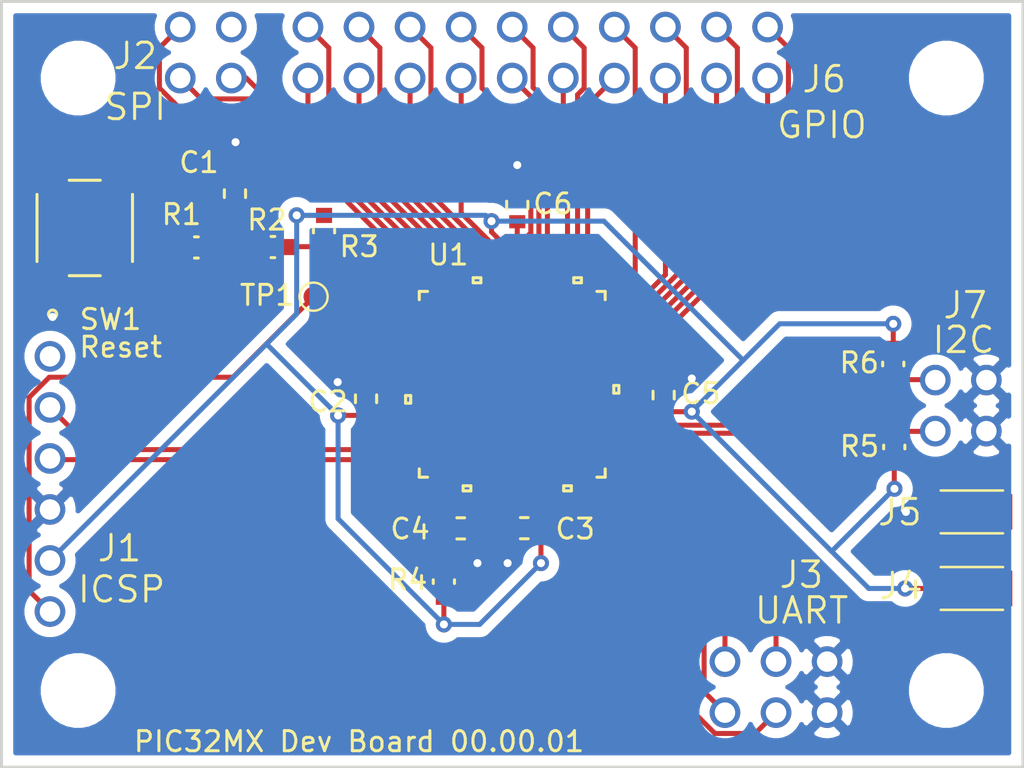
<source format=kicad_pcb>
(kicad_pcb (version 20171130) (host pcbnew "(5.1.7)-1")

  (general
    (thickness 1.6)
    (drawings 5)
    (tracks 262)
    (zones 0)
    (modules 26)
    (nets 66)
  )

  (page A4)
  (title_block
    (title "PIC32MX Dev Board")
    (date 2020-11-02)
    (rev 1)
    (company u/allambis)
  )

  (layers
    (0 Front_Copper signal)
    (31 Back_Copper signal)
    (33 F.Adhes user)
    (35 F.Paste user)
    (37 F.SilkS user)
    (38 B.Mask user)
    (39 F.Mask user)
    (40 Dwgs.User user hide)
    (41 Cmts.User user hide)
    (42 Eco1.User user hide)
    (43 Eco2.User user hide)
    (44 Edge.Cuts user)
    (45 Margin user hide)
    (46 B.CrtYd user hide)
    (47 F.CrtYd user hide)
    (49 F.Fab user hide)
  )

  (setup
    (last_trace_width 0.25)
    (user_trace_width 0.2032)
    (user_trace_width 0.254)
    (user_trace_width 0.508)
    (trace_clearance 0.15)
    (zone_clearance 0.508)
    (zone_45_only no)
    (trace_min 0.2)
    (via_size 0.8)
    (via_drill 0.4)
    (via_min_size 0.4)
    (via_min_drill 0.3)
    (blind_buried_vias_allowed yes)
    (uvia_size 0.3)
    (uvia_drill 0.1)
    (uvias_allowed yes)
    (uvia_min_size 0.2)
    (uvia_min_drill 0.1)
    (edge_width 0.15)
    (segment_width 0.2)
    (pcb_text_width 0.3)
    (pcb_text_size 1.5 1.5)
    (mod_edge_width 0.15)
    (mod_text_size 1 1)
    (mod_text_width 0.15)
    (pad_size 2.7 2.7)
    (pad_drill 2.7)
    (pad_to_mask_clearance 0.2)
    (aux_axis_origin 0 0)
    (visible_elements 7FFFFF7F)
    (pcbplotparams
      (layerselection 0x00030_ffffffff)
      (usegerberextensions false)
      (usegerberattributes false)
      (usegerberadvancedattributes false)
      (creategerberjobfile false)
      (excludeedgelayer true)
      (linewidth 0.100000)
      (plotframeref false)
      (viasonmask false)
      (mode 1)
      (useauxorigin false)
      (hpglpennumber 1)
      (hpglpenspeed 20)
      (hpglpendiameter 15.000000)
      (psnegative false)
      (psa4output false)
      (plotreference true)
      (plotvalue true)
      (plotinvisibletext false)
      (padsonsilk false)
      (subtractmaskfromsilk false)
      (outputformat 1)
      (mirror false)
      (drillshape 0)
      (scaleselection 1)
      (outputdirectory ""))
  )

  (net 0 "")
  (net 1 +3V3)
  (net 2 "Net-(J1-Pad6)")
  (net 3 "Net-(J1-Pad5)")
  (net 4 "Net-(J1-Pad4)")
  (net 5 "Net-(J1-Pad1)")
  (net 6 "Net-(J2-Pad4)")
  (net 7 "Net-(J2-Pad3)")
  (net 8 "Net-(J2-Pad2)")
  (net 9 "Net-(J2-Pad1)")
  (net 10 "Net-(J3-Pad4)")
  (net 11 "Net-(J3-Pad3)")
  (net 12 "Net-(J3-Pad2)")
  (net 13 "Net-(J3-Pad1)")
  (net 14 "Net-(R1-Pad1)")
  (net 15 "Net-(SW1-Pad2)")
  (net 16 "Net-(SW1-Pad4)")
  (net 17 "Net-(U1-Pad65)")
  (net 18 "Net-(U1-Pad52)")
  (net 19 "Net-(U1-Pad40)")
  (net 20 "Net-(U1-Pad39)")
  (net 21 "Net-(U1-Pad35)")
  (net 22 "Net-(U1-Pad30)")
  (net 23 "Net-(U1-Pad29)")
  (net 24 "Net-(U1-Pad28)")
  (net 25 "Net-(U1-Pad27)")
  (net 26 "Net-(U1-Pad24)")
  (net 27 "Net-(U1-Pad23)")
  (net 28 "Net-(U1-Pad22)")
  (net 29 "Net-(U1-Pad21)")
  (net 30 "Net-(U1-Pad18)")
  (net 31 "Net-(U1-Pad17)")
  (net 32 "Net-(U1-Pad14)")
  (net 33 "Net-(U1-Pad13)")
  (net 34 "Net-(U1-Pad12)")
  (net 35 "Net-(U1-Pad11)")
  (net 36 "Net-(U1-Pad8)")
  (net 37 "Net-(U1-Pad3)")
  (net 38 "Net-(U1-Pad2)")
  (net 39 "Net-(U1-Pad1)")
  (net 40 "Net-(J6-Pad3)")
  (net 41 "Net-(J6-Pad1)")
  (net 42 "Net-(J7-Pad3)")
  (net 43 "Net-(J7-Pad1)")
  (net 44 "Net-(C1-Pad2)")
  (net 45 GNDREF)
  (net 46 "Net-(C4-Pad2)")
  (net 47 "Net-(C6-Pad1)")
  (net 48 "Net-(J6-Pad20)")
  (net 49 "Net-(J6-Pad19)")
  (net 50 "Net-(J6-Pad18)")
  (net 51 "Net-(J6-Pad17)")
  (net 52 "Net-(J6-Pad16)")
  (net 53 "Net-(J6-Pad15)")
  (net 54 "Net-(J6-Pad14)")
  (net 55 "Net-(J6-Pad13)")
  (net 56 "Net-(J6-Pad12)")
  (net 57 "Net-(J6-Pad11)")
  (net 58 "Net-(J6-Pad10)")
  (net 59 "Net-(J6-Pad9)")
  (net 60 "Net-(J6-Pad8)")
  (net 61 "Net-(J6-Pad7)")
  (net 62 "Net-(J6-Pad6)")
  (net 63 "Net-(J6-Pad5)")
  (net 64 "Net-(J6-Pad4)")
  (net 65 "Net-(J6-Pad2)")

  (net_class Default "This is the default net class."
    (clearance 0.15)
    (trace_width 0.25)
    (via_dia 0.8)
    (via_drill 0.4)
    (uvia_dia 0.3)
    (uvia_drill 0.1)
    (add_net +3V3)
    (add_net GNDREF)
    (add_net "Net-(C1-Pad2)")
    (add_net "Net-(C4-Pad2)")
    (add_net "Net-(C6-Pad1)")
    (add_net "Net-(J1-Pad1)")
    (add_net "Net-(J1-Pad4)")
    (add_net "Net-(J1-Pad5)")
    (add_net "Net-(J1-Pad6)")
    (add_net "Net-(J2-Pad1)")
    (add_net "Net-(J2-Pad2)")
    (add_net "Net-(J2-Pad3)")
    (add_net "Net-(J2-Pad4)")
    (add_net "Net-(J3-Pad1)")
    (add_net "Net-(J3-Pad2)")
    (add_net "Net-(J3-Pad3)")
    (add_net "Net-(J3-Pad4)")
    (add_net "Net-(J6-Pad1)")
    (add_net "Net-(J6-Pad10)")
    (add_net "Net-(J6-Pad11)")
    (add_net "Net-(J6-Pad12)")
    (add_net "Net-(J6-Pad13)")
    (add_net "Net-(J6-Pad14)")
    (add_net "Net-(J6-Pad15)")
    (add_net "Net-(J6-Pad16)")
    (add_net "Net-(J6-Pad17)")
    (add_net "Net-(J6-Pad18)")
    (add_net "Net-(J6-Pad19)")
    (add_net "Net-(J6-Pad2)")
    (add_net "Net-(J6-Pad20)")
    (add_net "Net-(J6-Pad3)")
    (add_net "Net-(J6-Pad4)")
    (add_net "Net-(J6-Pad5)")
    (add_net "Net-(J6-Pad6)")
    (add_net "Net-(J6-Pad7)")
    (add_net "Net-(J6-Pad8)")
    (add_net "Net-(J6-Pad9)")
    (add_net "Net-(J7-Pad1)")
    (add_net "Net-(J7-Pad3)")
    (add_net "Net-(R1-Pad1)")
    (add_net "Net-(SW1-Pad2)")
    (add_net "Net-(SW1-Pad4)")
    (add_net "Net-(U1-Pad1)")
    (add_net "Net-(U1-Pad11)")
    (add_net "Net-(U1-Pad12)")
    (add_net "Net-(U1-Pad13)")
    (add_net "Net-(U1-Pad14)")
    (add_net "Net-(U1-Pad17)")
    (add_net "Net-(U1-Pad18)")
    (add_net "Net-(U1-Pad2)")
    (add_net "Net-(U1-Pad21)")
    (add_net "Net-(U1-Pad22)")
    (add_net "Net-(U1-Pad23)")
    (add_net "Net-(U1-Pad24)")
    (add_net "Net-(U1-Pad27)")
    (add_net "Net-(U1-Pad28)")
    (add_net "Net-(U1-Pad29)")
    (add_net "Net-(U1-Pad3)")
    (add_net "Net-(U1-Pad30)")
    (add_net "Net-(U1-Pad35)")
    (add_net "Net-(U1-Pad39)")
    (add_net "Net-(U1-Pad40)")
    (add_net "Net-(U1-Pad52)")
    (add_net "Net-(U1-Pad65)")
    (add_net "Net-(U1-Pad8)")
  )

  (module TestPoint:TestPoint_Pad_D1.0mm (layer Front_Copper) (tedit 5A0F774F) (tstamp 5FA03F62)
    (at 121.4 108.82)
    (descr "SMD pad as test Point, diameter 1.0mm")
    (tags "test point SMD pad")
    (path /5FA72F4F)
    (attr virtual)
    (fp_text reference TP1 (at -2.3 -0.07) (layer F.SilkS)
      (effects (font (size 1 1) (thickness 0.15)))
    )
    (fp_text value TestPoint (at 0 1.55) (layer F.Fab)
      (effects (font (size 1 1) (thickness 0.15)))
    )
    (fp_text user %R (at 0 -1.45) (layer F.Fab)
      (effects (font (size 1 1) (thickness 0.15)))
    )
    (fp_circle (center 0 0) (end 1 0) (layer F.CrtYd) (width 0.05))
    (fp_circle (center 0 0) (end 0 0.7) (layer F.SilkS) (width 0.12))
    (pad 1 smd circle (at 0 0) (size 1 1) (layers Front_Copper F.Mask)
      (net 5 "Net-(J1-Pad1)"))
  )

  (module mod:CL10A106MQ8NNNC (layer Front_Copper) (tedit 0) (tstamp 5FA0920C)
    (at 138.81 113.7178 90)
    (path /5FD89C95)
    (fp_text reference C5 (at 0.0778 1.85 180) (layer F.SilkS)
      (effects (font (size 1 1) (thickness 0.15)))
    )
    (fp_text value 0.1uF (at 0 0 90) (layer F.SilkS) hide
      (effects (font (size 1.27 1.27) (thickness 0.15)))
    )
    (fp_line (start -0.5 0.4) (end -0.5 -0.4) (layer F.Fab) (width 0.1524))
    (fp_line (start -0.5 -0.4) (end -0.8 -0.4) (layer F.Fab) (width 0.1524))
    (fp_line (start -0.8 -0.4) (end -0.8 0.4) (layer F.Fab) (width 0.1524))
    (fp_line (start -0.8 0.4) (end -0.5 0.4) (layer F.Fab) (width 0.1524))
    (fp_line (start 0.5 -0.4) (end 0.5 0.4) (layer F.Fab) (width 0.1524))
    (fp_line (start 0.5 0.4) (end 0.8 0.4) (layer F.Fab) (width 0.1524))
    (fp_line (start 0.8 0.4) (end 0.8 -0.4) (layer F.Fab) (width 0.1524))
    (fp_line (start 0.8 -0.4) (end 0.5 -0.4) (layer F.Fab) (width 0.1524))
    (fp_line (start -0.19245 0.527) (end 0.19245 0.527) (layer F.SilkS) (width 0.1524))
    (fp_line (start 0.19245 -0.527) (end -0.19245 -0.527) (layer F.SilkS) (width 0.1524))
    (fp_line (start -0.8 0.4) (end 0.8 0.4) (layer F.Fab) (width 0.1524))
    (fp_line (start 0.8 0.4) (end 0.8 -0.4) (layer F.Fab) (width 0.1524))
    (fp_line (start 0.8 -0.4) (end -0.8 -0.4) (layer F.Fab) (width 0.1524))
    (fp_line (start -0.8 -0.4) (end -0.8 0.4) (layer F.Fab) (width 0.1524))
    (fp_line (start -1.4096 0.654) (end -1.4096 -0.654) (layer F.CrtYd) (width 0.1524))
    (fp_line (start -1.4096 -0.654) (end 1.4096 -0.654) (layer F.CrtYd) (width 0.1524))
    (fp_line (start 1.4096 -0.654) (end 1.4096 0.654) (layer F.CrtYd) (width 0.1524))
    (fp_line (start 1.4096 0.654) (end -1.4096 0.654) (layer F.CrtYd) (width 0.1524))
    (fp_circle (center -0.7008 0) (end -0.7008 0) (layer F.Fab) (width 0.1524))
    (pad 1 smd rect (at -0.8278 0 90) (size 0.6556 0.8) (layers Front_Copper F.Paste F.Mask)
      (net 1 +3V3))
    (pad 2 smd rect (at 0.8278 0 90) (size 0.6556 0.8) (layers Front_Copper F.Paste F.Mask)
      (net 45 GNDREF))
  )

  (module mod:PIC32MX340F512H-80I&slash_MR (layer Front_Copper) (tedit 0) (tstamp 5FA073CB)
    (at 131.28 113.18)
    (path /5F9BA30F)
    (fp_text reference U1 (at -3.18 -6.44) (layer F.SilkS)
      (effects (font (size 1 1) (thickness 0.15)))
    )
    (fp_text value PIC32MX340F512H-80I_MR (at 0 0) (layer F.SilkS) hide
      (effects (font (size 1 1) (thickness 0.15)))
    )
    (fp_line (start -4.1314 4.7498) (end -4.7498 4.7498) (layer F.CrtYd) (width 0.1524))
    (fp_line (start -4.1314 5.0498) (end -4.1314 4.7498) (layer F.CrtYd) (width 0.1524))
    (fp_line (start 4.1314 5.0498) (end -4.1314 5.0498) (layer F.CrtYd) (width 0.1524))
    (fp_line (start 4.1314 4.7498) (end 4.1314 5.0498) (layer F.CrtYd) (width 0.1524))
    (fp_line (start 4.7498 4.7498) (end 4.1314 4.7498) (layer F.CrtYd) (width 0.1524))
    (fp_line (start 4.7498 4.1314) (end 4.7498 4.7498) (layer F.CrtYd) (width 0.1524))
    (fp_line (start 5.0498 4.1314) (end 4.7498 4.1314) (layer F.CrtYd) (width 0.1524))
    (fp_line (start 5.0498 -4.1314) (end 5.0498 4.1314) (layer F.CrtYd) (width 0.1524))
    (fp_line (start 4.7498 -4.1314) (end 5.0498 -4.1314) (layer F.CrtYd) (width 0.1524))
    (fp_line (start 4.7498 -4.7498) (end 4.7498 -4.1314) (layer F.CrtYd) (width 0.1524))
    (fp_line (start 4.1314 -4.7498) (end 4.7498 -4.7498) (layer F.CrtYd) (width 0.1524))
    (fp_line (start 4.1314 -5.0498) (end 4.1314 -4.7498) (layer F.CrtYd) (width 0.1524))
    (fp_line (start -4.1314 -5.0498) (end 4.1314 -5.0498) (layer F.CrtYd) (width 0.1524))
    (fp_line (start -4.1314 -4.7498) (end -4.1314 -5.0498) (layer F.CrtYd) (width 0.1524))
    (fp_line (start -4.7498 -4.7498) (end -4.1314 -4.7498) (layer F.CrtYd) (width 0.1524))
    (fp_line (start -4.7498 -4.1314) (end -4.7498 -4.7498) (layer F.CrtYd) (width 0.1524))
    (fp_line (start -5.0498 -4.1314) (end -4.7498 -4.1314) (layer F.CrtYd) (width 0.1524))
    (fp_line (start -5.0498 4.1314) (end -5.0498 -4.1314) (layer F.CrtYd) (width 0.1524))
    (fp_line (start -4.7498 4.1314) (end -5.0498 4.1314) (layer F.CrtYd) (width 0.1524))
    (fp_line (start -4.7498 4.7498) (end -4.7498 4.1314) (layer F.CrtYd) (width 0.1524))
    (fp_line (start 3.6465 2.3479) (end 2.3479 2.3479) (layer F.Paste) (width 0.1524))
    (fp_line (start 3.6465 3.6465) (end 3.6465 2.3479) (layer F.Paste) (width 0.1524))
    (fp_line (start 2.3479 3.6465) (end 3.6465 3.6465) (layer F.Paste) (width 0.1524))
    (fp_line (start 2.3479 2.3479) (end 2.3479 3.6465) (layer F.Paste) (width 0.1524))
    (fp_line (start 3.6465 0.8493) (end 2.3479 0.8493) (layer F.Paste) (width 0.1524))
    (fp_line (start 3.6465 2.1479) (end 3.6465 0.8493) (layer F.Paste) (width 0.1524))
    (fp_line (start 2.3479 2.1479) (end 3.6465 2.1479) (layer F.Paste) (width 0.1524))
    (fp_line (start 2.3479 0.8493) (end 2.3479 2.1479) (layer F.Paste) (width 0.1524))
    (fp_line (start 3.6465 -0.6493) (end 2.3479 -0.6493) (layer F.Paste) (width 0.1524))
    (fp_line (start 3.6465 0.6493) (end 3.6465 -0.6493) (layer F.Paste) (width 0.1524))
    (fp_line (start 2.3479 0.6493) (end 3.6465 0.6493) (layer F.Paste) (width 0.1524))
    (fp_line (start 2.3479 -0.6493) (end 2.3479 0.6493) (layer F.Paste) (width 0.1524))
    (fp_line (start 3.6465 -2.1479) (end 2.3479 -2.1479) (layer F.Paste) (width 0.1524))
    (fp_line (start 3.6465 -0.8493) (end 3.6465 -2.1479) (layer F.Paste) (width 0.1524))
    (fp_line (start 2.3479 -0.8493) (end 3.6465 -0.8493) (layer F.Paste) (width 0.1524))
    (fp_line (start 2.3479 -2.1479) (end 2.3479 -0.8493) (layer F.Paste) (width 0.1524))
    (fp_line (start 3.6465 -3.6465) (end 2.3479 -3.6465) (layer F.Paste) (width 0.1524))
    (fp_line (start 3.6465 -2.3479) (end 3.6465 -3.6465) (layer F.Paste) (width 0.1524))
    (fp_line (start 2.3479 -2.3479) (end 3.6465 -2.3479) (layer F.Paste) (width 0.1524))
    (fp_line (start 2.3479 -3.6465) (end 2.3479 -2.3479) (layer F.Paste) (width 0.1524))
    (fp_line (start 2.1479 2.3479) (end 0.8493 2.3479) (layer F.Paste) (width 0.1524))
    (fp_line (start 2.1479 3.6465) (end 2.1479 2.3479) (layer F.Paste) (width 0.1524))
    (fp_line (start 0.8493 3.6465) (end 2.1479 3.6465) (layer F.Paste) (width 0.1524))
    (fp_line (start 0.8493 2.3479) (end 0.8493 3.6465) (layer F.Paste) (width 0.1524))
    (fp_line (start 2.1479 0.8493) (end 0.8493 0.8493) (layer F.Paste) (width 0.1524))
    (fp_line (start 2.1479 2.1479) (end 2.1479 0.8493) (layer F.Paste) (width 0.1524))
    (fp_line (start 0.8493 2.1479) (end 2.1479 2.1479) (layer F.Paste) (width 0.1524))
    (fp_line (start 0.8493 0.8493) (end 0.8493 2.1479) (layer F.Paste) (width 0.1524))
    (fp_line (start 2.1479 -0.6493) (end 0.8493 -0.6493) (layer F.Paste) (width 0.1524))
    (fp_line (start 2.1479 0.6493) (end 2.1479 -0.6493) (layer F.Paste) (width 0.1524))
    (fp_line (start 0.8493 0.6493) (end 2.1479 0.6493) (layer F.Paste) (width 0.1524))
    (fp_line (start 0.8493 -0.6493) (end 0.8493 0.6493) (layer F.Paste) (width 0.1524))
    (fp_line (start 2.1479 -2.1479) (end 0.8493 -2.1479) (layer F.Paste) (width 0.1524))
    (fp_line (start 2.1479 -0.8493) (end 2.1479 -2.1479) (layer F.Paste) (width 0.1524))
    (fp_line (start 0.8493 -0.8493) (end 2.1479 -0.8493) (layer F.Paste) (width 0.1524))
    (fp_line (start 0.8493 -2.1479) (end 0.8493 -0.8493) (layer F.Paste) (width 0.1524))
    (fp_line (start 2.1479 -3.6465) (end 0.8493 -3.6465) (layer F.Paste) (width 0.1524))
    (fp_line (start 2.1479 -2.3479) (end 2.1479 -3.6465) (layer F.Paste) (width 0.1524))
    (fp_line (start 0.8493 -2.3479) (end 2.1479 -2.3479) (layer F.Paste) (width 0.1524))
    (fp_line (start 0.8493 -3.6465) (end 0.8493 -2.3479) (layer F.Paste) (width 0.1524))
    (fp_line (start 0.6493 2.3479) (end -0.6493 2.3479) (layer F.Paste) (width 0.1524))
    (fp_line (start 0.6493 3.6465) (end 0.6493 2.3479) (layer F.Paste) (width 0.1524))
    (fp_line (start -0.6493 3.6465) (end 0.6493 3.6465) (layer F.Paste) (width 0.1524))
    (fp_line (start -0.6493 2.3479) (end -0.6493 3.6465) (layer F.Paste) (width 0.1524))
    (fp_line (start 0.6493 0.8493) (end -0.6493 0.8493) (layer F.Paste) (width 0.1524))
    (fp_line (start 0.6493 2.1479) (end 0.6493 0.8493) (layer F.Paste) (width 0.1524))
    (fp_line (start -0.6493 2.1479) (end 0.6493 2.1479) (layer F.Paste) (width 0.1524))
    (fp_line (start -0.6493 0.8493) (end -0.6493 2.1479) (layer F.Paste) (width 0.1524))
    (fp_line (start 0.6493 -0.6493) (end -0.6493 -0.6493) (layer F.Paste) (width 0.1524))
    (fp_line (start 0.6493 0.6493) (end 0.6493 -0.6493) (layer F.Paste) (width 0.1524))
    (fp_line (start -0.6493 0.6493) (end 0.6493 0.6493) (layer F.Paste) (width 0.1524))
    (fp_line (start -0.6493 -0.6493) (end -0.6493 0.6493) (layer F.Paste) (width 0.1524))
    (fp_line (start 0.6493 -2.1479) (end -0.6493 -2.1479) (layer F.Paste) (width 0.1524))
    (fp_line (start 0.6493 -0.8493) (end 0.6493 -2.1479) (layer F.Paste) (width 0.1524))
    (fp_line (start -0.6493 -0.8493) (end 0.6493 -0.8493) (layer F.Paste) (width 0.1524))
    (fp_line (start -0.6493 -2.1479) (end -0.6493 -0.8493) (layer F.Paste) (width 0.1524))
    (fp_line (start 0.6493 -3.6465) (end -0.6493 -3.6465) (layer F.Paste) (width 0.1524))
    (fp_line (start 0.6493 -2.3479) (end 0.6493 -3.6465) (layer F.Paste) (width 0.1524))
    (fp_line (start -0.6493 -2.3479) (end 0.6493 -2.3479) (layer F.Paste) (width 0.1524))
    (fp_line (start -0.6493 -3.6465) (end -0.6493 -2.3479) (layer F.Paste) (width 0.1524))
    (fp_line (start -0.8493 2.3479) (end -2.1479 2.3479) (layer F.Paste) (width 0.1524))
    (fp_line (start -0.8493 3.6465) (end -0.8493 2.3479) (layer F.Paste) (width 0.1524))
    (fp_line (start -2.1479 3.6465) (end -0.8493 3.6465) (layer F.Paste) (width 0.1524))
    (fp_line (start -2.1479 2.3479) (end -2.1479 3.6465) (layer F.Paste) (width 0.1524))
    (fp_line (start -0.8493 0.8493) (end -2.1479 0.8493) (layer F.Paste) (width 0.1524))
    (fp_line (start -0.8493 2.1479) (end -0.8493 0.8493) (layer F.Paste) (width 0.1524))
    (fp_line (start -2.1479 2.1479) (end -0.8493 2.1479) (layer F.Paste) (width 0.1524))
    (fp_line (start -2.1479 0.8493) (end -2.1479 2.1479) (layer F.Paste) (width 0.1524))
    (fp_line (start -0.8493 -0.6493) (end -2.1479 -0.6493) (layer F.Paste) (width 0.1524))
    (fp_line (start -0.8493 0.6493) (end -0.8493 -0.6493) (layer F.Paste) (width 0.1524))
    (fp_line (start -2.1479 0.6493) (end -0.8493 0.6493) (layer F.Paste) (width 0.1524))
    (fp_line (start -2.1479 -0.6493) (end -2.1479 0.6493) (layer F.Paste) (width 0.1524))
    (fp_line (start -0.8493 -2.1479) (end -2.1479 -2.1479) (layer F.Paste) (width 0.1524))
    (fp_line (start -0.8493 -0.8493) (end -0.8493 -2.1479) (layer F.Paste) (width 0.1524))
    (fp_line (start -2.1479 -0.8493) (end -0.8493 -0.8493) (layer F.Paste) (width 0.1524))
    (fp_line (start -2.1479 -2.1479) (end -2.1479 -0.8493) (layer F.Paste) (width 0.1524))
    (fp_line (start -0.8493 -3.6465) (end -2.1479 -3.6465) (layer F.Paste) (width 0.1524))
    (fp_line (start -0.8493 -2.3479) (end -0.8493 -3.6465) (layer F.Paste) (width 0.1524))
    (fp_line (start -2.1479 -2.3479) (end -0.8493 -2.3479) (layer F.Paste) (width 0.1524))
    (fp_line (start -2.1479 -3.6465) (end -2.1479 -2.3479) (layer F.Paste) (width 0.1524))
    (fp_line (start -2.3479 2.3479) (end -3.6465 2.3479) (layer F.Paste) (width 0.1524))
    (fp_line (start -2.3479 3.6465) (end -2.3479 2.3479) (layer F.Paste) (width 0.1524))
    (fp_line (start -3.6465 3.6465) (end -2.3479 3.6465) (layer F.Paste) (width 0.1524))
    (fp_line (start -3.6465 2.3479) (end -3.6465 3.6465) (layer F.Paste) (width 0.1524))
    (fp_line (start -2.3479 0.8493) (end -3.6465 0.8493) (layer F.Paste) (width 0.1524))
    (fp_line (start -2.3479 2.1479) (end -2.3479 0.8493) (layer F.Paste) (width 0.1524))
    (fp_line (start -3.6465 2.1479) (end -2.3479 2.1479) (layer F.Paste) (width 0.1524))
    (fp_line (start -3.6465 0.8493) (end -3.6465 2.1479) (layer F.Paste) (width 0.1524))
    (fp_line (start -2.3479 -0.6493) (end -3.6465 -0.6493) (layer F.Paste) (width 0.1524))
    (fp_line (start -2.3479 0.6493) (end -2.3479 -0.6493) (layer F.Paste) (width 0.1524))
    (fp_line (start -3.6465 0.6493) (end -2.3479 0.6493) (layer F.Paste) (width 0.1524))
    (fp_line (start -3.6465 -0.6493) (end -3.6465 0.6493) (layer F.Paste) (width 0.1524))
    (fp_line (start -2.3479 -2.1479) (end -3.6465 -2.1479) (layer F.Paste) (width 0.1524))
    (fp_line (start -2.3479 -0.8493) (end -2.3479 -2.1479) (layer F.Paste) (width 0.1524))
    (fp_line (start -3.6465 -0.8493) (end -2.3479 -0.8493) (layer F.Paste) (width 0.1524))
    (fp_line (start -3.6465 -2.1479) (end -3.6465 -0.8493) (layer F.Paste) (width 0.1524))
    (fp_line (start -2.3479 -3.6465) (end -3.6465 -3.6465) (layer F.Paste) (width 0.1524))
    (fp_line (start -2.3479 -2.3479) (end -2.3479 -3.6465) (layer F.Paste) (width 0.1524))
    (fp_line (start -3.6465 -2.3479) (end -2.3479 -2.3479) (layer F.Paste) (width 0.1524))
    (fp_line (start -3.6465 -3.6465) (end -3.6465 -2.3479) (layer F.Paste) (width 0.1524))
    (fp_line (start -1.559499 -5.049799) (end -1.940499 -5.049799) (layer F.SilkS) (width 0.1524))
    (fp_line (start -1.559499 -5.303799) (end -1.559499 -5.049799) (layer F.SilkS) (width 0.1524))
    (fp_line (start -1.940499 -5.303799) (end -1.559499 -5.303799) (layer F.SilkS) (width 0.1524))
    (fp_line (start -1.940499 -5.049799) (end -1.940499 -5.303799) (layer F.SilkS) (width 0.1524))
    (fp_line (start 3.440501 -5.049799) (end 3.059501 -5.049799) (layer F.SilkS) (width 0.1524))
    (fp_line (start 3.440501 -5.303799) (end 3.440501 -5.049799) (layer F.SilkS) (width 0.1524))
    (fp_line (start 3.059501 -5.303799) (end 3.440501 -5.303799) (layer F.SilkS) (width 0.1524))
    (fp_line (start 3.059501 -5.049799) (end 3.059501 -5.303799) (layer F.SilkS) (width 0.1524))
    (fp_line (start 5.049799 0.059499) (end 5.303799 0.059499) (layer F.SilkS) (width 0.1524))
    (fp_line (start 5.049799 0.4405) (end 5.049799 0.059499) (layer F.SilkS) (width 0.1524))
    (fp_line (start 5.303799 0.4405) (end 5.049799 0.4405) (layer F.SilkS) (width 0.1524))
    (fp_line (start 5.303799 0.059499) (end 5.303799 0.4405) (layer F.SilkS) (width 0.1524))
    (fp_line (start 2.9405 5.049799) (end 2.5595 5.049799) (layer F.SilkS) (width 0.1524))
    (fp_line (start 2.9405 5.303799) (end 2.9405 5.049799) (layer F.SilkS) (width 0.1524))
    (fp_line (start 2.5595 5.303799) (end 2.9405 5.303799) (layer F.SilkS) (width 0.1524))
    (fp_line (start 2.5595 5.049799) (end 2.5595 5.303799) (layer F.SilkS) (width 0.1524))
    (fp_line (start -2.059501 5.049799) (end -2.440501 5.049799) (layer F.SilkS) (width 0.1524))
    (fp_line (start -2.059501 5.303799) (end -2.059501 5.049799) (layer F.SilkS) (width 0.1524))
    (fp_line (start -2.440501 5.303799) (end -2.059501 5.303799) (layer F.SilkS) (width 0.1524))
    (fp_line (start -2.440501 5.049799) (end -2.440501 5.303799) (layer F.SilkS) (width 0.1524))
    (fp_line (start -5.049799 0.559501) (end -5.303799 0.559501) (layer F.SilkS) (width 0.1524))
    (fp_line (start -5.049799 0.940501) (end -5.049799 0.559501) (layer F.SilkS) (width 0.1524))
    (fp_line (start -5.303799 0.940501) (end -5.049799 0.940501) (layer F.SilkS) (width 0.1524))
    (fp_line (start -5.303799 0.559501) (end -5.303799 0.940501) (layer F.SilkS) (width 0.1524))
    (fp_line (start -4.21014 -4.6228) (end -4.6228 -4.6228) (layer F.SilkS) (width 0.1524))
    (fp_line (start 4.6228 -4.21014) (end 4.6228 -4.6228) (layer F.SilkS) (width 0.1524))
    (fp_line (start 4.21014 4.6228) (end 4.6228 4.6228) (layer F.SilkS) (width 0.1524))
    (fp_line (start -4.4958 4.4958) (end -4.4958 4.4958) (layer F.Fab) (width 0.1524))
    (fp_line (start -4.4958 -4.4958) (end -4.4958 4.4958) (layer F.Fab) (width 0.1524))
    (fp_line (start -4.4958 -4.4958) (end -4.4958 -4.4958) (layer F.Fab) (width 0.1524))
    (fp_line (start 4.4958 -4.4958) (end -4.4958 -4.4958) (layer F.Fab) (width 0.1524))
    (fp_line (start 4.4958 -4.4958) (end 4.4958 -4.4958) (layer F.Fab) (width 0.1524))
    (fp_line (start 4.4958 4.4958) (end 4.4958 -4.4958) (layer F.Fab) (width 0.1524))
    (fp_line (start 4.4958 4.4958) (end 4.4958 4.4958) (layer F.Fab) (width 0.1524))
    (fp_line (start -4.4958 4.4958) (end 4.4958 4.4958) (layer F.Fab) (width 0.1524))
    (fp_line (start -4.6228 4.21014) (end -4.6228 4.6228) (layer F.SilkS) (width 0.1524))
    (fp_line (start -4.6228 -4.6228) (end -4.6228 -4.21014) (layer F.SilkS) (width 0.1524))
    (fp_line (start 4.6228 -4.6228) (end 4.21014 -4.6228) (layer F.SilkS) (width 0.1524))
    (fp_line (start 4.6228 4.6228) (end 4.6228 4.21014) (layer F.SilkS) (width 0.1524))
    (fp_line (start -4.6228 4.6228) (end -4.21014 4.6228) (layer F.SilkS) (width 0.1524))
    (fp_line (start 4.4958 -3.9024) (end 4.4958 -3.9024) (layer F.Fab) (width 0.1524))
    (fp_line (start 4.4958 -3.5976) (end 4.4958 -3.9024) (layer F.Fab) (width 0.1524))
    (fp_line (start 4.4958 -3.5976) (end 4.4958 -3.5976) (layer F.Fab) (width 0.1524))
    (fp_line (start 4.4958 -3.9024) (end 4.4958 -3.5976) (layer F.Fab) (width 0.1524))
    (fp_line (start 4.4958 -3.4024) (end 4.4958 -3.4024) (layer F.Fab) (width 0.1524))
    (fp_line (start 4.4958 -3.0976) (end 4.4958 -3.4024) (layer F.Fab) (width 0.1524))
    (fp_line (start 4.4958 -3.0976) (end 4.4958 -3.0976) (layer F.Fab) (width 0.1524))
    (fp_line (start 4.4958 -3.4024) (end 4.4958 -3.0976) (layer F.Fab) (width 0.1524))
    (fp_line (start 4.4958 -2.9024) (end 4.4958 -2.9024) (layer F.Fab) (width 0.1524))
    (fp_line (start 4.4958 -2.5976) (end 4.4958 -2.9024) (layer F.Fab) (width 0.1524))
    (fp_line (start 4.4958 -2.5976) (end 4.4958 -2.5976) (layer F.Fab) (width 0.1524))
    (fp_line (start 4.4958 -2.9024) (end 4.4958 -2.5976) (layer F.Fab) (width 0.1524))
    (fp_line (start 4.4958 -2.4024) (end 4.4958 -2.4024) (layer F.Fab) (width 0.1524))
    (fp_line (start 4.4958 -2.0976) (end 4.4958 -2.4024) (layer F.Fab) (width 0.1524))
    (fp_line (start 4.4958 -2.0976) (end 4.4958 -2.0976) (layer F.Fab) (width 0.1524))
    (fp_line (start 4.4958 -2.4024) (end 4.4958 -2.0976) (layer F.Fab) (width 0.1524))
    (fp_line (start 4.4958 -1.9024) (end 4.4958 -1.9024) (layer F.Fab) (width 0.1524))
    (fp_line (start 4.4958 -1.5976) (end 4.4958 -1.9024) (layer F.Fab) (width 0.1524))
    (fp_line (start 4.4958 -1.5976) (end 4.4958 -1.5976) (layer F.Fab) (width 0.1524))
    (fp_line (start 4.4958 -1.9024) (end 4.4958 -1.5976) (layer F.Fab) (width 0.1524))
    (fp_line (start 4.4958 -1.4024) (end 4.4958 -1.4024) (layer F.Fab) (width 0.1524))
    (fp_line (start 4.4958 -1.0976) (end 4.4958 -1.4024) (layer F.Fab) (width 0.1524))
    (fp_line (start 4.4958 -1.0976) (end 4.4958 -1.0976) (layer F.Fab) (width 0.1524))
    (fp_line (start 4.4958 -1.4024) (end 4.4958 -1.0976) (layer F.Fab) (width 0.1524))
    (fp_line (start 4.4958 -0.9024) (end 4.4958 -0.9024) (layer F.Fab) (width 0.1524))
    (fp_line (start 4.4958 -0.5976) (end 4.4958 -0.9024) (layer F.Fab) (width 0.1524))
    (fp_line (start 4.4958 -0.5976) (end 4.4958 -0.5976) (layer F.Fab) (width 0.1524))
    (fp_line (start 4.4958 -0.9024) (end 4.4958 -0.5976) (layer F.Fab) (width 0.1524))
    (fp_line (start 4.4958 -0.4024) (end 4.4958 -0.4024) (layer F.Fab) (width 0.1524))
    (fp_line (start 4.4958 -0.0976) (end 4.4958 -0.4024) (layer F.Fab) (width 0.1524))
    (fp_line (start 4.4958 -0.0976) (end 4.4958 -0.0976) (layer F.Fab) (width 0.1524))
    (fp_line (start 4.4958 -0.4024) (end 4.4958 -0.0976) (layer F.Fab) (width 0.1524))
    (fp_line (start 4.4958 0.0976) (end 4.4958 0.0976) (layer F.Fab) (width 0.1524))
    (fp_line (start 4.4958 0.4024) (end 4.4958 0.0976) (layer F.Fab) (width 0.1524))
    (fp_line (start 4.4958 0.4024) (end 4.4958 0.4024) (layer F.Fab) (width 0.1524))
    (fp_line (start 4.4958 0.0976) (end 4.4958 0.4024) (layer F.Fab) (width 0.1524))
    (fp_line (start 4.4958 0.5976) (end 4.4958 0.5976) (layer F.Fab) (width 0.1524))
    (fp_line (start 4.4958 0.9024) (end 4.4958 0.5976) (layer F.Fab) (width 0.1524))
    (fp_line (start 4.4958 0.9024) (end 4.4958 0.9024) (layer F.Fab) (width 0.1524))
    (fp_line (start 4.4958 0.5976) (end 4.4958 0.9024) (layer F.Fab) (width 0.1524))
    (fp_line (start 4.4958 1.0976) (end 4.4958 1.0976) (layer F.Fab) (width 0.1524))
    (fp_line (start 4.4958 1.4024) (end 4.4958 1.0976) (layer F.Fab) (width 0.1524))
    (fp_line (start 4.4958 1.4024) (end 4.4958 1.4024) (layer F.Fab) (width 0.1524))
    (fp_line (start 4.4958 1.0976) (end 4.4958 1.4024) (layer F.Fab) (width 0.1524))
    (fp_line (start 4.4958 1.5976) (end 4.4958 1.5976) (layer F.Fab) (width 0.1524))
    (fp_line (start 4.4958 1.9024) (end 4.4958 1.5976) (layer F.Fab) (width 0.1524))
    (fp_line (start 4.4958 1.9024) (end 4.4958 1.9024) (layer F.Fab) (width 0.1524))
    (fp_line (start 4.4958 1.5976) (end 4.4958 1.9024) (layer F.Fab) (width 0.1524))
    (fp_line (start 4.4958 2.0976) (end 4.4958 2.0976) (layer F.Fab) (width 0.1524))
    (fp_line (start 4.4958 2.4024) (end 4.4958 2.0976) (layer F.Fab) (width 0.1524))
    (fp_line (start 4.4958 2.4024) (end 4.4958 2.4024) (layer F.Fab) (width 0.1524))
    (fp_line (start 4.4958 2.0976) (end 4.4958 2.4024) (layer F.Fab) (width 0.1524))
    (fp_line (start 4.4958 2.5976) (end 4.4958 2.5976) (layer F.Fab) (width 0.1524))
    (fp_line (start 4.4958 2.9024) (end 4.4958 2.5976) (layer F.Fab) (width 0.1524))
    (fp_line (start 4.4958 2.9024) (end 4.4958 2.9024) (layer F.Fab) (width 0.1524))
    (fp_line (start 4.4958 2.5976) (end 4.4958 2.9024) (layer F.Fab) (width 0.1524))
    (fp_line (start 4.4958 3.0976) (end 4.4958 3.0976) (layer F.Fab) (width 0.1524))
    (fp_line (start 4.4958 3.4024) (end 4.4958 3.0976) (layer F.Fab) (width 0.1524))
    (fp_line (start 4.4958 3.4024) (end 4.4958 3.4024) (layer F.Fab) (width 0.1524))
    (fp_line (start 4.4958 3.0976) (end 4.4958 3.4024) (layer F.Fab) (width 0.1524))
    (fp_line (start 4.4958 3.5976) (end 4.4958 3.5976) (layer F.Fab) (width 0.1524))
    (fp_line (start 4.4958 3.9024) (end 4.4958 3.5976) (layer F.Fab) (width 0.1524))
    (fp_line (start 4.4958 3.9024) (end 4.4958 3.9024) (layer F.Fab) (width 0.1524))
    (fp_line (start 4.4958 3.5976) (end 4.4958 3.9024) (layer F.Fab) (width 0.1524))
    (fp_line (start 3.9024 4.4958) (end 3.9024 4.4958) (layer F.Fab) (width 0.1524))
    (fp_line (start 3.5976 4.4958) (end 3.9024 4.4958) (layer F.Fab) (width 0.1524))
    (fp_line (start 3.5976 4.4958) (end 3.5976 4.4958) (layer F.Fab) (width 0.1524))
    (fp_line (start 3.9024 4.4958) (end 3.5976 4.4958) (layer F.Fab) (width 0.1524))
    (fp_line (start 3.4024 4.4958) (end 3.4024 4.4958) (layer F.Fab) (width 0.1524))
    (fp_line (start 3.0976 4.4958) (end 3.4024 4.4958) (layer F.Fab) (width 0.1524))
    (fp_line (start 3.0976 4.4958) (end 3.0976 4.4958) (layer F.Fab) (width 0.1524))
    (fp_line (start 3.4024 4.4958) (end 3.0976 4.4958) (layer F.Fab) (width 0.1524))
    (fp_line (start 2.9024 4.4958) (end 2.9024 4.4958) (layer F.Fab) (width 0.1524))
    (fp_line (start 2.5976 4.4958) (end 2.9024 4.4958) (layer F.Fab) (width 0.1524))
    (fp_line (start 2.5976 4.4958) (end 2.5976 4.4958) (layer F.Fab) (width 0.1524))
    (fp_line (start 2.9024 4.4958) (end 2.5976 4.4958) (layer F.Fab) (width 0.1524))
    (fp_line (start 2.4024 4.4958) (end 2.4024 4.4958) (layer F.Fab) (width 0.1524))
    (fp_line (start 2.0976 4.4958) (end 2.4024 4.4958) (layer F.Fab) (width 0.1524))
    (fp_line (start 2.0976 4.4958) (end 2.0976 4.4958) (layer F.Fab) (width 0.1524))
    (fp_line (start 2.4024 4.4958) (end 2.0976 4.4958) (layer F.Fab) (width 0.1524))
    (fp_line (start 1.9024 4.4958) (end 1.9024 4.4958) (layer F.Fab) (width 0.1524))
    (fp_line (start 1.5976 4.4958) (end 1.9024 4.4958) (layer F.Fab) (width 0.1524))
    (fp_line (start 1.5976 4.4958) (end 1.5976 4.4958) (layer F.Fab) (width 0.1524))
    (fp_line (start 1.9024 4.4958) (end 1.5976 4.4958) (layer F.Fab) (width 0.1524))
    (fp_line (start 1.4024 4.4958) (end 1.4024 4.4958) (layer F.Fab) (width 0.1524))
    (fp_line (start 1.0976 4.4958) (end 1.4024 4.4958) (layer F.Fab) (width 0.1524))
    (fp_line (start 1.0976 4.4958) (end 1.0976 4.4958) (layer F.Fab) (width 0.1524))
    (fp_line (start 1.4024 4.4958) (end 1.0976 4.4958) (layer F.Fab) (width 0.1524))
    (fp_line (start 0.9024 4.4958) (end 0.9024 4.4958) (layer F.Fab) (width 0.1524))
    (fp_line (start 0.5976 4.4958) (end 0.9024 4.4958) (layer F.Fab) (width 0.1524))
    (fp_line (start 0.5976 4.4958) (end 0.5976 4.4958) (layer F.Fab) (width 0.1524))
    (fp_line (start 0.9024 4.4958) (end 0.5976 4.4958) (layer F.Fab) (width 0.1524))
    (fp_line (start 0.4024 4.4958) (end 0.4024 4.4958) (layer F.Fab) (width 0.1524))
    (fp_line (start 0.0976 4.4958) (end 0.4024 4.4958) (layer F.Fab) (width 0.1524))
    (fp_line (start 0.0976 4.4958) (end 0.0976 4.4958) (layer F.Fab) (width 0.1524))
    (fp_line (start 0.4024 4.4958) (end 0.0976 4.4958) (layer F.Fab) (width 0.1524))
    (fp_line (start -0.0976 4.4958) (end -0.0976 4.4958) (layer F.Fab) (width 0.1524))
    (fp_line (start -0.4024 4.4958) (end -0.0976 4.4958) (layer F.Fab) (width 0.1524))
    (fp_line (start -0.4024 4.4958) (end -0.4024 4.4958) (layer F.Fab) (width 0.1524))
    (fp_line (start -0.0976 4.4958) (end -0.4024 4.4958) (layer F.Fab) (width 0.1524))
    (fp_line (start -0.5976 4.4958) (end -0.5976 4.4958) (layer F.Fab) (width 0.1524))
    (fp_line (start -0.9024 4.4958) (end -0.5976 4.4958) (layer F.Fab) (width 0.1524))
    (fp_line (start -0.9024 4.4958) (end -0.9024 4.4958) (layer F.Fab) (width 0.1524))
    (fp_line (start -0.5976 4.4958) (end -0.9024 4.4958) (layer F.Fab) (width 0.1524))
    (fp_line (start -1.0976 4.4958) (end -1.0976 4.4958) (layer F.Fab) (width 0.1524))
    (fp_line (start -1.4024 4.4958) (end -1.0976 4.4958) (layer F.Fab) (width 0.1524))
    (fp_line (start -1.4024 4.4958) (end -1.4024 4.4958) (layer F.Fab) (width 0.1524))
    (fp_line (start -1.0976 4.4958) (end -1.4024 4.4958) (layer F.Fab) (width 0.1524))
    (fp_line (start -1.5976 4.4958) (end -1.5976 4.4958) (layer F.Fab) (width 0.1524))
    (fp_line (start -1.9024 4.4958) (end -1.5976 4.4958) (layer F.Fab) (width 0.1524))
    (fp_line (start -1.9024 4.4958) (end -1.9024 4.4958) (layer F.Fab) (width 0.1524))
    (fp_line (start -1.5976 4.4958) (end -1.9024 4.4958) (layer F.Fab) (width 0.1524))
    (fp_line (start -2.0976 4.4958) (end -2.0976 4.4958) (layer F.Fab) (width 0.1524))
    (fp_line (start -2.4024 4.4958) (end -2.0976 4.4958) (layer F.Fab) (width 0.1524))
    (fp_line (start -2.4024 4.4958) (end -2.4024 4.4958) (layer F.Fab) (width 0.1524))
    (fp_line (start -2.0976 4.4958) (end -2.4024 4.4958) (layer F.Fab) (width 0.1524))
    (fp_line (start -2.5976 4.4958) (end -2.5976 4.4958) (layer F.Fab) (width 0.1524))
    (fp_line (start -2.9024 4.4958) (end -2.5976 4.4958) (layer F.Fab) (width 0.1524))
    (fp_line (start -2.9024 4.4958) (end -2.9024 4.4958) (layer F.Fab) (width 0.1524))
    (fp_line (start -2.5976 4.4958) (end -2.9024 4.4958) (layer F.Fab) (width 0.1524))
    (fp_line (start -3.0976 4.4958) (end -3.0976 4.4958) (layer F.Fab) (width 0.1524))
    (fp_line (start -3.4024 4.4958) (end -3.0976 4.4958) (layer F.Fab) (width 0.1524))
    (fp_line (start -3.4024 4.4958) (end -3.4024 4.4958) (layer F.Fab) (width 0.1524))
    (fp_line (start -3.0976 4.4958) (end -3.4024 4.4958) (layer F.Fab) (width 0.1524))
    (fp_line (start -3.5976 4.4958) (end -3.5976 4.4958) (layer F.Fab) (width 0.1524))
    (fp_line (start -3.9024 4.4958) (end -3.5976 4.4958) (layer F.Fab) (width 0.1524))
    (fp_line (start -3.9024 4.4958) (end -3.9024 4.4958) (layer F.Fab) (width 0.1524))
    (fp_line (start -3.5976 4.4958) (end -3.9024 4.4958) (layer F.Fab) (width 0.1524))
    (fp_line (start -4.4958 3.9024) (end -4.4958 3.9024) (layer F.Fab) (width 0.1524))
    (fp_line (start -4.4958 3.5976) (end -4.4958 3.9024) (layer F.Fab) (width 0.1524))
    (fp_line (start -4.4958 3.5976) (end -4.4958 3.5976) (layer F.Fab) (width 0.1524))
    (fp_line (start -4.4958 3.9024) (end -4.4958 3.5976) (layer F.Fab) (width 0.1524))
    (fp_line (start -4.4958 3.4024) (end -4.4958 3.4024) (layer F.Fab) (width 0.1524))
    (fp_line (start -4.4958 3.0976) (end -4.4958 3.4024) (layer F.Fab) (width 0.1524))
    (fp_line (start -4.4958 3.0976) (end -4.4958 3.0976) (layer F.Fab) (width 0.1524))
    (fp_line (start -4.4958 3.4024) (end -4.4958 3.0976) (layer F.Fab) (width 0.1524))
    (fp_line (start -4.4958 2.9024) (end -4.4958 2.9024) (layer F.Fab) (width 0.1524))
    (fp_line (start -4.4958 2.5976) (end -4.4958 2.9024) (layer F.Fab) (width 0.1524))
    (fp_line (start -4.4958 2.5976) (end -4.4958 2.5976) (layer F.Fab) (width 0.1524))
    (fp_line (start -4.4958 2.9024) (end -4.4958 2.5976) (layer F.Fab) (width 0.1524))
    (fp_line (start -4.4958 2.4024) (end -4.4958 2.4024) (layer F.Fab) (width 0.1524))
    (fp_line (start -4.4958 2.0976) (end -4.4958 2.4024) (layer F.Fab) (width 0.1524))
    (fp_line (start -4.4958 2.0976) (end -4.4958 2.0976) (layer F.Fab) (width 0.1524))
    (fp_line (start -4.4958 2.4024) (end -4.4958 2.0976) (layer F.Fab) (width 0.1524))
    (fp_line (start -4.4958 1.9024) (end -4.4958 1.9024) (layer F.Fab) (width 0.1524))
    (fp_line (start -4.4958 1.5976) (end -4.4958 1.9024) (layer F.Fab) (width 0.1524))
    (fp_line (start -4.4958 1.5976) (end -4.4958 1.5976) (layer F.Fab) (width 0.1524))
    (fp_line (start -4.4958 1.9024) (end -4.4958 1.5976) (layer F.Fab) (width 0.1524))
    (fp_line (start -4.4958 1.4024) (end -4.4958 1.4024) (layer F.Fab) (width 0.1524))
    (fp_line (start -4.4958 1.0976) (end -4.4958 1.4024) (layer F.Fab) (width 0.1524))
    (fp_line (start -4.4958 1.0976) (end -4.4958 1.0976) (layer F.Fab) (width 0.1524))
    (fp_line (start -4.4958 1.4024) (end -4.4958 1.0976) (layer F.Fab) (width 0.1524))
    (fp_line (start -4.4958 0.9024) (end -4.4958 0.9024) (layer F.Fab) (width 0.1524))
    (fp_line (start -4.4958 0.5976) (end -4.4958 0.9024) (layer F.Fab) (width 0.1524))
    (fp_line (start -4.4958 0.5976) (end -4.4958 0.5976) (layer F.Fab) (width 0.1524))
    (fp_line (start -4.4958 0.9024) (end -4.4958 0.5976) (layer F.Fab) (width 0.1524))
    (fp_line (start -4.4958 0.4024) (end -4.4958 0.4024) (layer F.Fab) (width 0.1524))
    (fp_line (start -4.4958 0.0976) (end -4.4958 0.4024) (layer F.Fab) (width 0.1524))
    (fp_line (start -4.4958 0.0976) (end -4.4958 0.0976) (layer F.Fab) (width 0.1524))
    (fp_line (start -4.4958 0.4024) (end -4.4958 0.0976) (layer F.Fab) (width 0.1524))
    (fp_line (start -4.4958 -0.0976) (end -4.4958 -0.0976) (layer F.Fab) (width 0.1524))
    (fp_line (start -4.4958 -0.4024) (end -4.4958 -0.0976) (layer F.Fab) (width 0.1524))
    (fp_line (start -4.4958 -0.4024) (end -4.4958 -0.4024) (layer F.Fab) (width 0.1524))
    (fp_line (start -4.4958 -0.0976) (end -4.4958 -0.4024) (layer F.Fab) (width 0.1524))
    (fp_line (start -4.4958 -0.5976) (end -4.4958 -0.5976) (layer F.Fab) (width 0.1524))
    (fp_line (start -4.4958 -0.9024) (end -4.4958 -0.5976) (layer F.Fab) (width 0.1524))
    (fp_line (start -4.4958 -0.9024) (end -4.4958 -0.9024) (layer F.Fab) (width 0.1524))
    (fp_line (start -4.4958 -0.5976) (end -4.4958 -0.9024) (layer F.Fab) (width 0.1524))
    (fp_line (start -4.4958 -1.0976) (end -4.4958 -1.0976) (layer F.Fab) (width 0.1524))
    (fp_line (start -4.4958 -1.4024) (end -4.4958 -1.0976) (layer F.Fab) (width 0.1524))
    (fp_line (start -4.4958 -1.4024) (end -4.4958 -1.4024) (layer F.Fab) (width 0.1524))
    (fp_line (start -4.4958 -1.0976) (end -4.4958 -1.4024) (layer F.Fab) (width 0.1524))
    (fp_line (start -4.4958 -1.5976) (end -4.4958 -1.5976) (layer F.Fab) (width 0.1524))
    (fp_line (start -4.4958 -1.9024) (end -4.4958 -1.5976) (layer F.Fab) (width 0.1524))
    (fp_line (start -4.4958 -1.9024) (end -4.4958 -1.9024) (layer F.Fab) (width 0.1524))
    (fp_line (start -4.4958 -1.5976) (end -4.4958 -1.9024) (layer F.Fab) (width 0.1524))
    (fp_line (start -4.4958 -2.0976) (end -4.4958 -2.0976) (layer F.Fab) (width 0.1524))
    (fp_line (start -4.4958 -2.4024) (end -4.4958 -2.0976) (layer F.Fab) (width 0.1524))
    (fp_line (start -4.4958 -2.4024) (end -4.4958 -2.4024) (layer F.Fab) (width 0.1524))
    (fp_line (start -4.4958 -2.0976) (end -4.4958 -2.4024) (layer F.Fab) (width 0.1524))
    (fp_line (start -4.4958 -2.5976) (end -4.4958 -2.5976) (layer F.Fab) (width 0.1524))
    (fp_line (start -4.4958 -2.9024) (end -4.4958 -2.5976) (layer F.Fab) (width 0.1524))
    (fp_line (start -4.4958 -2.9024) (end -4.4958 -2.9024) (layer F.Fab) (width 0.1524))
    (fp_line (start -4.4958 -2.5976) (end -4.4958 -2.9024) (layer F.Fab) (width 0.1524))
    (fp_line (start -4.4958 -3.0976) (end -4.4958 -3.0976) (layer F.Fab) (width 0.1524))
    (fp_line (start -4.4958 -3.4024) (end -4.4958 -3.0976) (layer F.Fab) (width 0.1524))
    (fp_line (start -4.4958 -3.4024) (end -4.4958 -3.4024) (layer F.Fab) (width 0.1524))
    (fp_line (start -4.4958 -3.0976) (end -4.4958 -3.4024) (layer F.Fab) (width 0.1524))
    (fp_line (start -4.4958 -3.5976) (end -4.4958 -3.5976) (layer F.Fab) (width 0.1524))
    (fp_line (start -4.4958 -3.9024) (end -4.4958 -3.5976) (layer F.Fab) (width 0.1524))
    (fp_line (start -4.4958 -3.9024) (end -4.4958 -3.9024) (layer F.Fab) (width 0.1524))
    (fp_line (start -4.4958 -3.5976) (end -4.4958 -3.9024) (layer F.Fab) (width 0.1524))
    (fp_line (start -3.9024 -4.4958) (end -3.9024 -4.4958) (layer F.Fab) (width 0.1524))
    (fp_line (start -3.5976 -4.4958) (end -3.9024 -4.4958) (layer F.Fab) (width 0.1524))
    (fp_line (start -3.5976 -4.4958) (end -3.5976 -4.4958) (layer F.Fab) (width 0.1524))
    (fp_line (start -3.9024 -4.4958) (end -3.5976 -4.4958) (layer F.Fab) (width 0.1524))
    (fp_line (start -3.4024 -4.4958) (end -3.4024 -4.4958) (layer F.Fab) (width 0.1524))
    (fp_line (start -3.0976 -4.4958) (end -3.4024 -4.4958) (layer F.Fab) (width 0.1524))
    (fp_line (start -3.0976 -4.4958) (end -3.0976 -4.4958) (layer F.Fab) (width 0.1524))
    (fp_line (start -3.4024 -4.4958) (end -3.0976 -4.4958) (layer F.Fab) (width 0.1524))
    (fp_line (start -2.9024 -4.4958) (end -2.9024 -4.4958) (layer F.Fab) (width 0.1524))
    (fp_line (start -2.5976 -4.4958) (end -2.9024 -4.4958) (layer F.Fab) (width 0.1524))
    (fp_line (start -2.5976 -4.4958) (end -2.5976 -4.4958) (layer F.Fab) (width 0.1524))
    (fp_line (start -2.9024 -4.4958) (end -2.5976 -4.4958) (layer F.Fab) (width 0.1524))
    (fp_line (start -2.4024 -4.4958) (end -2.4024 -4.4958) (layer F.Fab) (width 0.1524))
    (fp_line (start -2.0976 -4.4958) (end -2.4024 -4.4958) (layer F.Fab) (width 0.1524))
    (fp_line (start -2.0976 -4.4958) (end -2.0976 -4.4958) (layer F.Fab) (width 0.1524))
    (fp_line (start -2.4024 -4.4958) (end -2.0976 -4.4958) (layer F.Fab) (width 0.1524))
    (fp_line (start -1.9024 -4.4958) (end -1.9024 -4.4958) (layer F.Fab) (width 0.1524))
    (fp_line (start -1.5976 -4.4958) (end -1.9024 -4.4958) (layer F.Fab) (width 0.1524))
    (fp_line (start -1.5976 -4.4958) (end -1.5976 -4.4958) (layer F.Fab) (width 0.1524))
    (fp_line (start -1.9024 -4.4958) (end -1.5976 -4.4958) (layer F.Fab) (width 0.1524))
    (fp_line (start -1.4024 -4.4958) (end -1.4024 -4.4958) (layer F.Fab) (width 0.1524))
    (fp_line (start -1.0976 -4.4958) (end -1.4024 -4.4958) (layer F.Fab) (width 0.1524))
    (fp_line (start -1.0976 -4.4958) (end -1.0976 -4.4958) (layer F.Fab) (width 0.1524))
    (fp_line (start -1.4024 -4.4958) (end -1.0976 -4.4958) (layer F.Fab) (width 0.1524))
    (fp_line (start -0.9024 -4.4958) (end -0.9024 -4.4958) (layer F.Fab) (width 0.1524))
    (fp_line (start -0.5976 -4.4958) (end -0.9024 -4.4958) (layer F.Fab) (width 0.1524))
    (fp_line (start -0.5976 -4.4958) (end -0.5976 -4.4958) (layer F.Fab) (width 0.1524))
    (fp_line (start -0.9024 -4.4958) (end -0.5976 -4.4958) (layer F.Fab) (width 0.1524))
    (fp_line (start -0.4024 -4.4958) (end -0.4024 -4.4958) (layer F.Fab) (width 0.1524))
    (fp_line (start -0.0976 -4.4958) (end -0.4024 -4.4958) (layer F.Fab) (width 0.1524))
    (fp_line (start -0.0976 -4.4958) (end -0.0976 -4.4958) (layer F.Fab) (width 0.1524))
    (fp_line (start -0.4024 -4.4958) (end -0.0976 -4.4958) (layer F.Fab) (width 0.1524))
    (fp_line (start 0.0976 -4.4958) (end 0.0976 -4.4958) (layer F.Fab) (width 0.1524))
    (fp_line (start 0.4024 -4.4958) (end 0.0976 -4.4958) (layer F.Fab) (width 0.1524))
    (fp_line (start 0.4024 -4.4958) (end 0.4024 -4.4958) (layer F.Fab) (width 0.1524))
    (fp_line (start 0.0976 -4.4958) (end 0.4024 -4.4958) (layer F.Fab) (width 0.1524))
    (fp_line (start 0.5976 -4.4958) (end 0.5976 -4.4958) (layer F.Fab) (width 0.1524))
    (fp_line (start 0.9024 -4.4958) (end 0.5976 -4.4958) (layer F.Fab) (width 0.1524))
    (fp_line (start 0.9024 -4.4958) (end 0.9024 -4.4958) (layer F.Fab) (width 0.1524))
    (fp_line (start 0.5976 -4.4958) (end 0.9024 -4.4958) (layer F.Fab) (width 0.1524))
    (fp_line (start 1.0976 -4.4958) (end 1.0976 -4.4958) (layer F.Fab) (width 0.1524))
    (fp_line (start 1.4024 -4.4958) (end 1.0976 -4.4958) (layer F.Fab) (width 0.1524))
    (fp_line (start 1.4024 -4.4958) (end 1.4024 -4.4958) (layer F.Fab) (width 0.1524))
    (fp_line (start 1.0976 -4.4958) (end 1.4024 -4.4958) (layer F.Fab) (width 0.1524))
    (fp_line (start 1.5976 -4.4958) (end 1.5976 -4.4958) (layer F.Fab) (width 0.1524))
    (fp_line (start 1.9024 -4.4958) (end 1.5976 -4.4958) (layer F.Fab) (width 0.1524))
    (fp_line (start 1.9024 -4.4958) (end 1.9024 -4.4958) (layer F.Fab) (width 0.1524))
    (fp_line (start 1.5976 -4.4958) (end 1.9024 -4.4958) (layer F.Fab) (width 0.1524))
    (fp_line (start 2.0976 -4.4958) (end 2.0976 -4.4958) (layer F.Fab) (width 0.1524))
    (fp_line (start 2.4024 -4.4958) (end 2.0976 -4.4958) (layer F.Fab) (width 0.1524))
    (fp_line (start 2.4024 -4.4958) (end 2.4024 -4.4958) (layer F.Fab) (width 0.1524))
    (fp_line (start 2.0976 -4.4958) (end 2.4024 -4.4958) (layer F.Fab) (width 0.1524))
    (fp_line (start 2.5976 -4.4958) (end 2.5976 -4.4958) (layer F.Fab) (width 0.1524))
    (fp_line (start 2.9024 -4.4958) (end 2.5976 -4.4958) (layer F.Fab) (width 0.1524))
    (fp_line (start 2.9024 -4.4958) (end 2.9024 -4.4958) (layer F.Fab) (width 0.1524))
    (fp_line (start 2.5976 -4.4958) (end 2.9024 -4.4958) (layer F.Fab) (width 0.1524))
    (fp_line (start 3.0976 -4.4958) (end 3.0976 -4.4958) (layer F.Fab) (width 0.1524))
    (fp_line (start 3.4024 -4.4958) (end 3.0976 -4.4958) (layer F.Fab) (width 0.1524))
    (fp_line (start 3.4024 -4.4958) (end 3.4024 -4.4958) (layer F.Fab) (width 0.1524))
    (fp_line (start 3.0976 -4.4958) (end 3.4024 -4.4958) (layer F.Fab) (width 0.1524))
    (fp_line (start 3.5976 -4.4958) (end 3.5976 -4.4958) (layer F.Fab) (width 0.1524))
    (fp_line (start 3.9024 -4.4958) (end 3.5976 -4.4958) (layer F.Fab) (width 0.1524))
    (fp_line (start 3.9024 -4.4958) (end 3.9024 -4.4958) (layer F.Fab) (width 0.1524))
    (fp_line (start 3.5976 -4.4958) (end 3.9024 -4.4958) (layer F.Fab) (width 0.1524))
    (fp_line (start -4.4958 -3.2258) (end -3.2258 -4.4958) (layer F.Fab) (width 0.1524))
    (fp_text user * (at -3.9878 -4) (layer F.Fab) hide
      (effects (font (size 1 1) (thickness 0.15)))
    )
    (fp_text user * (at -5.4308 -4) (layer F.SilkS) hide
      (effects (font (size 1 1) (thickness 0.15)))
    )
    (fp_text user 0.295in/7.493mm (at 6.7945 -0.635) (layer Dwgs.User) hide
      (effects (font (size 1 1) (thickness 0.15)))
    )
    (fp_text user 0.295in/7.493mm (at 0 6.7945) (layer Dwgs.User) hide
      (effects (font (size 1 1) (thickness 0.15)))
    )
    (fp_text user 0.346in/8.784mm (at 9.979799 0.635) (layer Dwgs.User) hide
      (effects (font (size 1 1) (thickness 0.15)))
    )
    (fp_text user 0.346in/8.784mm (at 0 9.979799) (layer Dwgs.User) hide
      (effects (font (size 1 1) (thickness 0.15)))
    )
    (fp_text user 0.01in/0.255mm (at -7.439799 4.3918) (layer Dwgs.User) hide
      (effects (font (size 1 1) (thickness 0.15)))
    )
    (fp_text user 0.032in/0.808mm (at -4.3918 -7.439799) (layer Dwgs.User) hide
      (effects (font (size 1 1) (thickness 0.15)))
    )
    (fp_text user 0.02in/0.5mm (at -6.4238 -3.5) (layer Dwgs.User) hide
      (effects (font (size 1 1) (thickness 0.15)))
    )
    (fp_text user * (at -3.9878 -4) (layer F.Fab) hide
      (effects (font (size 1 1) (thickness 0.15)))
    )
    (fp_text user * (at -5.4308 -4) (layer F.SilkS) hide
      (effects (font (size 1 1) (thickness 0.15)))
    )
    (fp_text user "Copyright 2016 Accelerated Designs. All rights reserved." (at 0 0) (layer Cmts.User) hide
      (effects (font (size 0.127 0.127) (thickness 0.002)))
    )
    (pad 65 smd rect (at 0 0) (size 7.493 7.493) (layers Front_Copper F.Paste F.Mask)
      (net 17 "Net-(U1-Pad65)"))
    (pad 64 smd rect (at -3.75 -4.3918) (size 0.2548 0.807999) (layers Front_Copper F.Paste F.Mask)
      (net 41 "Net-(J6-Pad1)"))
    (pad 63 smd rect (at -3.250001 -4.3918) (size 0.2548 0.807999) (layers Front_Copper F.Paste F.Mask)
      (net 65 "Net-(J6-Pad2)"))
    (pad 62 smd rect (at -2.75 -4.3918) (size 0.2548 0.807999) (layers Front_Copper F.Paste F.Mask)
      (net 40 "Net-(J6-Pad3)"))
    (pad 61 smd rect (at -2.250001 -4.3918) (size 0.2548 0.807999) (layers Front_Copper F.Paste F.Mask)
      (net 64 "Net-(J6-Pad4)"))
    (pad 60 smd rect (at -1.749999 -4.3918) (size 0.2548 0.807999) (layers Front_Copper F.Paste F.Mask)
      (net 63 "Net-(J6-Pad5)"))
    (pad 59 smd rect (at -1.25 -4.3918) (size 0.2548 0.807999) (layers Front_Copper F.Paste F.Mask)
      (net 62 "Net-(J6-Pad6)"))
    (pad 58 smd rect (at -0.750001 -4.3918) (size 0.2548 0.807999) (layers Front_Copper F.Paste F.Mask)
      (net 61 "Net-(J6-Pad7)"))
    (pad 57 smd rect (at -0.25 -4.3918) (size 0.2548 0.807999) (layers Front_Copper F.Paste F.Mask)
      (net 1 +3V3))
    (pad 56 smd rect (at 0.25 -4.3918) (size 0.2548 0.807999) (layers Front_Copper F.Paste F.Mask)
      (net 47 "Net-(C6-Pad1)"))
    (pad 55 smd rect (at 0.750001 -4.3918) (size 0.2548 0.807999) (layers Front_Copper F.Paste F.Mask)
      (net 60 "Net-(J6-Pad8)"))
    (pad 54 smd rect (at 1.25 -4.3918) (size 0.2548 0.807999) (layers Front_Copper F.Paste F.Mask)
      (net 59 "Net-(J6-Pad9)"))
    (pad 53 smd rect (at 1.749999 -4.3918) (size 0.2548 0.807999) (layers Front_Copper F.Paste F.Mask)
      (net 58 "Net-(J6-Pad10)"))
    (pad 52 smd rect (at 2.250001 -4.3918) (size 0.2548 0.807999) (layers Front_Copper F.Paste F.Mask)
      (net 18 "Net-(U1-Pad52)"))
    (pad 51 smd rect (at 2.75 -4.3918) (size 0.2548 0.807999) (layers Front_Copper F.Paste F.Mask)
      (net 57 "Net-(J6-Pad11)"))
    (pad 50 smd rect (at 3.250001 -4.3918) (size 0.2548 0.807999) (layers Front_Copper F.Paste F.Mask)
      (net 56 "Net-(J6-Pad12)"))
    (pad 49 smd rect (at 3.75 -4.3918) (size 0.2548 0.807999) (layers Front_Copper F.Paste F.Mask)
      (net 55 "Net-(J6-Pad13)"))
    (pad 48 smd rect (at 4.3918 -3.75 90) (size 0.2548 0.807999) (layers Front_Copper F.Paste F.Mask)
      (net 54 "Net-(J6-Pad14)"))
    (pad 47 smd rect (at 4.3918 -3.250001 90) (size 0.2548 0.807999) (layers Front_Copper F.Paste F.Mask)
      (net 53 "Net-(J6-Pad15)"))
    (pad 46 smd rect (at 4.3918 -2.75 90) (size 0.2548 0.807999) (layers Front_Copper F.Paste F.Mask)
      (net 52 "Net-(J6-Pad16)"))
    (pad 45 smd rect (at 4.3918 -2.250001 90) (size 0.2548 0.807999) (layers Front_Copper F.Paste F.Mask)
      (net 51 "Net-(J6-Pad17)"))
    (pad 44 smd rect (at 4.3918 -1.749999 90) (size 0.2548 0.807999) (layers Front_Copper F.Paste F.Mask)
      (net 50 "Net-(J6-Pad18)"))
    (pad 43 smd rect (at 4.3918 -1.25 90) (size 0.2548 0.807999) (layers Front_Copper F.Paste F.Mask)
      (net 49 "Net-(J6-Pad19)"))
    (pad 42 smd rect (at 4.3918 -0.750001 90) (size 0.2548 0.807999) (layers Front_Copper F.Paste F.Mask)
      (net 48 "Net-(J6-Pad20)"))
    (pad 41 smd rect (at 4.3918 -0.25 90) (size 0.2548 0.807999) (layers Front_Copper F.Paste F.Mask)
      (net 45 GNDREF))
    (pad 40 smd rect (at 4.3918 0.25 90) (size 0.2548 0.807999) (layers Front_Copper F.Paste F.Mask)
      (net 19 "Net-(U1-Pad40)"))
    (pad 39 smd rect (at 4.3918 0.750001 90) (size 0.2548 0.807999) (layers Front_Copper F.Paste F.Mask)
      (net 20 "Net-(U1-Pad39)"))
    (pad 38 smd rect (at 4.3918 1.25 90) (size 0.2548 0.807999) (layers Front_Copper F.Paste F.Mask)
      (net 1 +3V3))
    (pad 37 smd rect (at 4.3918 1.749999 90) (size 0.2548 0.807999) (layers Front_Copper F.Paste F.Mask)
      (net 43 "Net-(J7-Pad1)"))
    (pad 36 smd rect (at 4.3918 2.250001 90) (size 0.2548 0.807999) (layers Front_Copper F.Paste F.Mask)
      (net 42 "Net-(J7-Pad3)"))
    (pad 35 smd rect (at 4.3918 2.75 90) (size 0.2548 0.807999) (layers Front_Copper F.Paste F.Mask)
      (net 21 "Net-(U1-Pad35)"))
    (pad 34 smd rect (at 4.3918 3.250001 90) (size 0.2548 0.807999) (layers Front_Copper F.Paste F.Mask)
      (net 10 "Net-(J3-Pad4)"))
    (pad 33 smd rect (at 4.3918 3.75 90) (size 0.2548 0.807999) (layers Front_Copper F.Paste F.Mask)
      (net 12 "Net-(J3-Pad2)"))
    (pad 32 smd rect (at 3.75 4.3918) (size 0.2548 0.807999) (layers Front_Copper F.Paste F.Mask)
      (net 13 "Net-(J3-Pad1)"))
    (pad 31 smd rect (at 3.250001 4.3918) (size 0.2548 0.807999) (layers Front_Copper F.Paste F.Mask)
      (net 11 "Net-(J3-Pad3)"))
    (pad 30 smd rect (at 2.75 4.3918) (size 0.2548 0.807999) (layers Front_Copper F.Paste F.Mask)
      (net 22 "Net-(U1-Pad30)"))
    (pad 29 smd rect (at 2.250001 4.3918) (size 0.2548 0.807999) (layers Front_Copper F.Paste F.Mask)
      (net 23 "Net-(U1-Pad29)"))
    (pad 28 smd rect (at 1.749999 4.3918) (size 0.2548 0.807999) (layers Front_Copper F.Paste F.Mask)
      (net 24 "Net-(U1-Pad28)"))
    (pad 27 smd rect (at 1.25 4.3918) (size 0.2548 0.807999) (layers Front_Copper F.Paste F.Mask)
      (net 25 "Net-(U1-Pad27)"))
    (pad 26 smd rect (at 0.750001 4.3918) (size 0.2548 0.807999) (layers Front_Copper F.Paste F.Mask)
      (net 1 +3V3))
    (pad 25 smd rect (at 0.25 4.3918) (size 0.2548 0.807999) (layers Front_Copper F.Paste F.Mask)
      (net 45 GNDREF))
    (pad 24 smd rect (at -0.25 4.3918) (size 0.2548 0.807999) (layers Front_Copper F.Paste F.Mask)
      (net 26 "Net-(U1-Pad24)"))
    (pad 23 smd rect (at -0.750001 4.3918) (size 0.2548 0.807999) (layers Front_Copper F.Paste F.Mask)
      (net 27 "Net-(U1-Pad23)"))
    (pad 22 smd rect (at -1.25 4.3918) (size 0.2548 0.807999) (layers Front_Copper F.Paste F.Mask)
      (net 28 "Net-(U1-Pad22)"))
    (pad 21 smd rect (at -1.749999 4.3918) (size 0.2548 0.807999) (layers Front_Copper F.Paste F.Mask)
      (net 29 "Net-(U1-Pad21)"))
    (pad 20 smd rect (at -2.250001 4.3918) (size 0.2548 0.807999) (layers Front_Copper F.Paste F.Mask)
      (net 45 GNDREF))
    (pad 19 smd rect (at -2.75 4.3918) (size 0.2548 0.807999) (layers Front_Copper F.Paste F.Mask)
      (net 46 "Net-(C4-Pad2)"))
    (pad 18 smd rect (at -3.250001 4.3918) (size 0.2548 0.807999) (layers Front_Copper F.Paste F.Mask)
      (net 30 "Net-(U1-Pad18)"))
    (pad 17 smd rect (at -3.75 4.3918) (size 0.2548 0.807999) (layers Front_Copper F.Paste F.Mask)
      (net 31 "Net-(U1-Pad17)"))
    (pad 16 smd rect (at -4.3918 3.75 90) (size 0.2548 0.807999) (layers Front_Copper F.Paste F.Mask)
      (net 4 "Net-(J1-Pad4)"))
    (pad 15 smd rect (at -4.3918 3.250001 90) (size 0.2548 0.807999) (layers Front_Copper F.Paste F.Mask)
      (net 3 "Net-(J1-Pad5)"))
    (pad 14 smd rect (at -4.3918 2.75 90) (size 0.2548 0.807999) (layers Front_Copper F.Paste F.Mask)
      (net 32 "Net-(U1-Pad14)"))
    (pad 13 smd rect (at -4.3918 2.250001 90) (size 0.2548 0.807999) (layers Front_Copper F.Paste F.Mask)
      (net 33 "Net-(U1-Pad13)"))
    (pad 12 smd rect (at -4.3918 1.749999 90) (size 0.2548 0.807999) (layers Front_Copper F.Paste F.Mask)
      (net 34 "Net-(U1-Pad12)"))
    (pad 11 smd rect (at -4.3918 1.25 90) (size 0.2548 0.807999) (layers Front_Copper F.Paste F.Mask)
      (net 35 "Net-(U1-Pad11)"))
    (pad 10 smd rect (at -4.3918 0.750001 90) (size 0.2548 0.807999) (layers Front_Copper F.Paste F.Mask)
      (net 1 +3V3))
    (pad 9 smd rect (at -4.3918 0.25 90) (size 0.2548 0.807999) (layers Front_Copper F.Paste F.Mask)
      (net 45 GNDREF))
    (pad 8 smd rect (at -4.3918 -0.25 90) (size 0.2548 0.807999) (layers Front_Copper F.Paste F.Mask)
      (net 36 "Net-(U1-Pad8)"))
    (pad 7 smd rect (at -4.3918 -0.750001 90) (size 0.2548 0.807999) (layers Front_Copper F.Paste F.Mask)
      (net 5 "Net-(J1-Pad1)"))
    (pad 6 smd rect (at -4.3918 -1.25 90) (size 0.2548 0.807999) (layers Front_Copper F.Paste F.Mask)
      (net 8 "Net-(J2-Pad2)"))
    (pad 5 smd rect (at -4.3918 -1.749999 90) (size 0.2548 0.807999) (layers Front_Copper F.Paste F.Mask)
      (net 9 "Net-(J2-Pad1)"))
    (pad 4 smd rect (at -4.3918 -2.250001 90) (size 0.2548 0.807999) (layers Front_Copper F.Paste F.Mask)
      (net 7 "Net-(J2-Pad3)"))
    (pad 3 smd rect (at -4.3918 -2.75 90) (size 0.2548 0.807999) (layers Front_Copper F.Paste F.Mask)
      (net 37 "Net-(U1-Pad3)"))
    (pad 2 smd rect (at -4.3918 -3.250001 90) (size 0.2548 0.807999) (layers Front_Copper F.Paste F.Mask)
      (net 38 "Net-(U1-Pad2)"))
    (pad 1 smd rect (at -4.3918 -3.75 90) (size 0.2548 0.807999) (layers Front_Copper F.Paste F.Mask)
      (net 39 "Net-(U1-Pad1)"))
  )

  (module mod:PTS647SK38SMTR2LFS (layer Front_Copper) (tedit 0) (tstamp 5FA09B36)
    (at 110.02 105.4 90)
    (path /5FA3E8A5)
    (fp_text reference SW1 (at -4.55 1.28 180) (layer F.SilkS)
      (effects (font (size 1 1) (thickness 0.15)))
    )
    (fp_text value Reset (at -5.93 1.79 180) (layer F.SilkS)
      (effects (font (size 1 1) (thickness 0.15)))
    )
    (fp_circle (center 0 0) (end 1.397 0) (layer F.Fab) (width 0.1524))
    (fp_circle (center -4.2887 -1.600001) (end -4.0855 -1.600001) (layer F.SilkS) (width 0.1524))
    (fp_circle (center -2.625 -2.984301) (end -2.4218 -2.984301) (layer F.Fab) (width 0.1524))
    (fp_line (start -2.5019 2.349301) (end -3.6537 2.349301) (layer F.CrtYd) (width 0.1524))
    (fp_line (start -2.5019 2.5019) (end -2.5019 2.349301) (layer F.CrtYd) (width 0.1524))
    (fp_line (start 2.5019 2.5019) (end -2.5019 2.5019) (layer F.CrtYd) (width 0.1524))
    (fp_line (start 2.5019 2.349301) (end 2.5019 2.5019) (layer F.CrtYd) (width 0.1524))
    (fp_line (start 3.6537 2.349301) (end 2.5019 2.349301) (layer F.CrtYd) (width 0.1524))
    (fp_line (start 3.6537 -2.349301) (end 3.6537 2.349301) (layer F.CrtYd) (width 0.1524))
    (fp_line (start 2.5019 -2.349301) (end 3.6537 -2.349301) (layer F.CrtYd) (width 0.1524))
    (fp_line (start 2.5019 -2.5019) (end 2.5019 -2.349301) (layer F.CrtYd) (width 0.1524))
    (fp_line (start -2.5019 -2.5019) (end 2.5019 -2.5019) (layer F.CrtYd) (width 0.1524))
    (fp_line (start -2.5019 -2.349301) (end -2.5019 -2.5019) (layer F.CrtYd) (width 0.1524))
    (fp_line (start -3.6537 -2.349301) (end -2.5019 -2.349301) (layer F.CrtYd) (width 0.1524))
    (fp_line (start -3.6537 2.349301) (end -3.6537 -2.349301) (layer F.CrtYd) (width 0.1524))
    (fp_line (start -2.2479 -2.2479) (end -2.2479 2.2479) (layer F.Fab) (width 0.1524))
    (fp_line (start 2.2479 -2.2479) (end -2.2479 -2.2479) (layer F.Fab) (width 0.1524))
    (fp_line (start 2.2479 2.2479) (end 2.2479 -2.2479) (layer F.Fab) (width 0.1524))
    (fp_line (start -2.2479 2.2479) (end 2.2479 2.2479) (layer F.Fab) (width 0.1524))
    (fp_line (start -2.3749 -0.771959) (end -2.3749 0.771959) (layer F.SilkS) (width 0.1524))
    (fp_line (start 1.669914 -2.3749) (end -1.669914 -2.3749) (layer F.SilkS) (width 0.1524))
    (fp_line (start 2.3749 0.771959) (end 2.3749 -0.771959) (layer F.SilkS) (width 0.1524))
    (fp_line (start -1.669914 2.3749) (end 1.669914 2.3749) (layer F.SilkS) (width 0.1524))
    (fp_line (start 2.625 -1.600001) (end 2.2479 -1.600001) (layer F.Fab) (width 0.1524))
    (fp_line (start 2.625 -1.600001) (end 2.625 -1.600001) (layer F.Fab) (width 0.1524))
    (fp_line (start 2.2479 -1.600001) (end 2.625 -1.600001) (layer F.Fab) (width 0.1524))
    (fp_line (start 2.2479 -1.600001) (end 2.2479 -1.600001) (layer F.Fab) (width 0.1524))
    (fp_line (start 2.625 1.600001) (end 2.2479 1.600001) (layer F.Fab) (width 0.1524))
    (fp_line (start 2.625 1.600001) (end 2.625 1.600001) (layer F.Fab) (width 0.1524))
    (fp_line (start 2.2479 1.600001) (end 2.625 1.600001) (layer F.Fab) (width 0.1524))
    (fp_line (start 2.2479 1.600001) (end 2.2479 1.600001) (layer F.Fab) (width 0.1524))
    (fp_line (start -2.625 1.600001) (end -2.2479 1.600001) (layer F.Fab) (width 0.1524))
    (fp_line (start -2.625 1.600001) (end -2.625 1.600001) (layer F.Fab) (width 0.1524))
    (fp_line (start -2.2479 1.600001) (end -2.625 1.600001) (layer F.Fab) (width 0.1524))
    (fp_line (start -2.2479 1.600001) (end -2.2479 1.600001) (layer F.Fab) (width 0.1524))
    (fp_line (start -2.625 -1.600001) (end -2.2479 -1.600001) (layer F.Fab) (width 0.1524))
    (fp_line (start -2.625 -1.600001) (end -2.625 -1.600001) (layer F.Fab) (width 0.1524))
    (fp_line (start -2.2479 -1.600001) (end -2.625 -1.600001) (layer F.Fab) (width 0.1524))
    (fp_line (start -2.2479 -1.600001) (end -2.2479 -1.600001) (layer F.Fab) (width 0.1524))
    (fp_text user * (at 0 0 90) (layer F.Fab) hide
      (effects (font (size 1 1) (thickness 0.15)))
    )
    (fp_text user * (at 0 0 90) (layer F.SilkS) hide
      (effects (font (size 1 1) (thickness 0.15)))
    )
    (fp_text user "Copyright 2016 Accelerated Designs. All rights reserved." (at 0 0 90) (layer Cmts.User) hide
      (effects (font (size 0.127 0.127) (thickness 0.002)))
    )
    (pad 2 smd rect (at 2.625001 -1.599999 90) (size 1.5494 0.9906) (layers Front_Copper F.Paste F.Mask)
      (net 15 "Net-(SW1-Pad2)"))
    (pad 4 smd rect (at 2.625001 1.599999 90) (size 1.5494 0.9906) (layers Front_Copper F.Paste F.Mask)
      (net 16 "Net-(SW1-Pad4)"))
    (pad 3 smd rect (at -2.625001 1.599999 90) (size 1.5494 0.9906) (layers Front_Copper F.Paste F.Mask)
      (net 14 "Net-(R1-Pad1)"))
    (pad 1 smd rect (at -2.625001 -1.599999 90) (size 1.5494 0.9906) (layers Front_Copper F.Paste F.Mask)
      (net 45 GNDREF))
  )

  (module mod:ERJ-3EKF10R0V (layer Front_Copper) (tedit 0) (tstamp 5FA0B989)
    (at 150.23 112.17 90)
    (path /5FB744FF)
    (fp_text reference R6 (at 0.06 -1.69 180) (layer F.SilkS)
      (effects (font (size 1 1) (thickness 0.15)))
    )
    (fp_text value 4.7kΩ (at 0 0 90) (layer F.SilkS) hide
      (effects (font (size 1.27 1.27) (thickness 0.15) italic))
    )
    (fp_line (start 1.409598 0.653999) (end -1.409598 0.653999) (layer F.CrtYd) (width 0.1524))
    (fp_line (start 1.409598 -0.653999) (end 1.409598 0.653999) (layer F.CrtYd) (width 0.1524))
    (fp_line (start -1.409598 -0.653999) (end 1.409598 -0.653999) (layer F.CrtYd) (width 0.1524))
    (fp_line (start -1.409598 0.653999) (end -1.409598 -0.653999) (layer F.CrtYd) (width 0.1524))
    (fp_line (start -0.799998 -0.399999) (end -0.799998 0.399999) (layer F.Fab) (width 0.1524))
    (fp_line (start 0.799998 -0.399999) (end -0.799998 -0.399999) (layer F.Fab) (width 0.1524))
    (fp_line (start 0.799998 0.399999) (end 0.799998 -0.399999) (layer F.Fab) (width 0.1524))
    (fp_line (start -0.799998 0.399999) (end 0.799998 0.399999) (layer F.Fab) (width 0.1524))
    (fp_line (start 0.092449 -0.526999) (end -0.092449 -0.526999) (layer F.SilkS) (width 0.1524))
    (fp_line (start -0.092449 0.526999) (end 0.092449 0.526999) (layer F.SilkS) (width 0.1524))
    (fp_line (start 0.799998 -0.399999) (end 0.399999 -0.399999) (layer F.Fab) (width 0.1524))
    (fp_line (start 0.799998 0.399999) (end 0.799998 -0.399999) (layer F.Fab) (width 0.1524))
    (fp_line (start 0.399999 0.399999) (end 0.799998 0.399999) (layer F.Fab) (width 0.1524))
    (fp_line (start 0.399999 -0.399999) (end 0.399999 0.399999) (layer F.Fab) (width 0.1524))
    (fp_line (start -0.799998 0.399999) (end -0.399999 0.399999) (layer F.Fab) (width 0.1524))
    (fp_line (start -0.799998 -0.399999) (end -0.799998 0.399999) (layer F.Fab) (width 0.1524))
    (fp_line (start -0.399999 -0.399999) (end -0.799998 -0.399999) (layer F.Fab) (width 0.1524))
    (fp_line (start -0.399999 0.399999) (end -0.399999 -0.399999) (layer F.Fab) (width 0.1524))
    (pad 2 smd rect (at 0.777799 0 90) (size 0.755599 0.799998) (layers Front_Copper F.Paste F.Mask)
      (net 1 +3V3))
    (pad 1 smd rect (at -0.777799 0 90) (size 0.755599 0.799998) (layers Front_Copper F.Paste F.Mask)
      (net 43 "Net-(J7-Pad1)"))
  )

  (module mod:ERJ-3EKF10R0V (layer Front_Copper) (tedit 0) (tstamp 5FA0A128)
    (at 150.28 116.3 270)
    (path /5FB6D339)
    (fp_text reference R5 (at -0.03 1.73 180) (layer F.SilkS)
      (effects (font (size 1 1) (thickness 0.15)))
    )
    (fp_text value 4.7kΩ (at 0 0 90) (layer F.SilkS) hide
      (effects (font (size 1.27 1.27) (thickness 0.15)))
    )
    (fp_line (start 1.409598 0.653999) (end -1.409598 0.653999) (layer F.CrtYd) (width 0.1524))
    (fp_line (start 1.409598 -0.653999) (end 1.409598 0.653999) (layer F.CrtYd) (width 0.1524))
    (fp_line (start -1.409598 -0.653999) (end 1.409598 -0.653999) (layer F.CrtYd) (width 0.1524))
    (fp_line (start -1.409598 0.653999) (end -1.409598 -0.653999) (layer F.CrtYd) (width 0.1524))
    (fp_line (start -0.799998 -0.399999) (end -0.799998 0.399999) (layer F.Fab) (width 0.1524))
    (fp_line (start 0.799998 -0.399999) (end -0.799998 -0.399999) (layer F.Fab) (width 0.1524))
    (fp_line (start 0.799998 0.399999) (end 0.799998 -0.399999) (layer F.Fab) (width 0.1524))
    (fp_line (start -0.799998 0.399999) (end 0.799998 0.399999) (layer F.Fab) (width 0.1524))
    (fp_line (start 0.092449 -0.526999) (end -0.092449 -0.526999) (layer F.SilkS) (width 0.1524))
    (fp_line (start -0.092449 0.526999) (end 0.092449 0.526999) (layer F.SilkS) (width 0.1524))
    (fp_line (start 0.799998 -0.399999) (end 0.399999 -0.399999) (layer F.Fab) (width 0.1524))
    (fp_line (start 0.799998 0.399999) (end 0.799998 -0.399999) (layer F.Fab) (width 0.1524))
    (fp_line (start 0.399999 0.399999) (end 0.799998 0.399999) (layer F.Fab) (width 0.1524))
    (fp_line (start 0.399999 -0.399999) (end 0.399999 0.399999) (layer F.Fab) (width 0.1524))
    (fp_line (start -0.799998 0.399999) (end -0.399999 0.399999) (layer F.Fab) (width 0.1524))
    (fp_line (start -0.799998 -0.399999) (end -0.799998 0.399999) (layer F.Fab) (width 0.1524))
    (fp_line (start -0.399999 -0.399999) (end -0.799998 -0.399999) (layer F.Fab) (width 0.1524))
    (fp_line (start -0.399999 0.399999) (end -0.399999 -0.399999) (layer F.Fab) (width 0.1524))
    (pad 2 smd rect (at 0.777799 0 270) (size 0.755599 0.799998) (layers Front_Copper F.Paste F.Mask)
      (net 1 +3V3))
    (pad 1 smd rect (at -0.777799 0 270) (size 0.755599 0.799998) (layers Front_Copper F.Paste F.Mask)
      (net 42 "Net-(J7-Pad3)"))
  )

  (module mod:ERJ-3EKF10R0V (layer Front_Copper) (tedit 0) (tstamp 5FA03EF8)
    (at 127.88 123 90)
    (path /5FA522C7)
    (fp_text reference R4 (at 0.09 -1.8 180) (layer F.SilkS)
      (effects (font (size 1 1) (thickness 0.15)))
    )
    (fp_text value 10Ω (at 0 0 90) (layer F.SilkS) hide
      (effects (font (size 1.27 1.27) (thickness 0.15)))
    )
    (fp_line (start 1.409598 0.653999) (end -1.409598 0.653999) (layer F.CrtYd) (width 0.1524))
    (fp_line (start 1.409598 -0.653999) (end 1.409598 0.653999) (layer F.CrtYd) (width 0.1524))
    (fp_line (start -1.409598 -0.653999) (end 1.409598 -0.653999) (layer F.CrtYd) (width 0.1524))
    (fp_line (start -1.409598 0.653999) (end -1.409598 -0.653999) (layer F.CrtYd) (width 0.1524))
    (fp_line (start -0.799998 -0.399999) (end -0.799998 0.399999) (layer F.Fab) (width 0.1524))
    (fp_line (start 0.799998 -0.399999) (end -0.799998 -0.399999) (layer F.Fab) (width 0.1524))
    (fp_line (start 0.799998 0.399999) (end 0.799998 -0.399999) (layer F.Fab) (width 0.1524))
    (fp_line (start -0.799998 0.399999) (end 0.799998 0.399999) (layer F.Fab) (width 0.1524))
    (fp_line (start 0.092449 -0.526999) (end -0.092449 -0.526999) (layer F.SilkS) (width 0.1524))
    (fp_line (start -0.092449 0.526999) (end 0.092449 0.526999) (layer F.SilkS) (width 0.1524))
    (fp_line (start 0.799998 -0.399999) (end 0.399999 -0.399999) (layer F.Fab) (width 0.1524))
    (fp_line (start 0.799998 0.399999) (end 0.799998 -0.399999) (layer F.Fab) (width 0.1524))
    (fp_line (start 0.399999 0.399999) (end 0.799998 0.399999) (layer F.Fab) (width 0.1524))
    (fp_line (start 0.399999 -0.399999) (end 0.399999 0.399999) (layer F.Fab) (width 0.1524))
    (fp_line (start -0.799998 0.399999) (end -0.399999 0.399999) (layer F.Fab) (width 0.1524))
    (fp_line (start -0.799998 -0.399999) (end -0.799998 0.399999) (layer F.Fab) (width 0.1524))
    (fp_line (start -0.399999 -0.399999) (end -0.799998 -0.399999) (layer F.Fab) (width 0.1524))
    (fp_line (start -0.399999 0.399999) (end -0.399999 -0.399999) (layer F.Fab) (width 0.1524))
    (pad 2 smd rect (at 0.777799 0 90) (size 0.755599 0.799998) (layers Front_Copper F.Paste F.Mask)
      (net 46 "Net-(C4-Pad2)"))
    (pad 1 smd rect (at -0.777799 0 90) (size 0.755599 0.799998) (layers Front_Copper F.Paste F.Mask)
      (net 1 +3V3))
  )

  (module mod:ERJ-3EKF10R0V (layer Front_Copper) (tedit 0) (tstamp 5FA03EE0)
    (at 121.92 105.552799 270)
    (path /5FA32B21)
    (fp_text reference R3 (at 0.777201 -1.75 180) (layer F.SilkS)
      (effects (font (size 1 1) (thickness 0.15)))
    )
    (fp_text value 10kΩ (at 0 0 90) (layer F.SilkS) hide
      (effects (font (size 1.27 1.27) (thickness 0.15)))
    )
    (fp_line (start 1.409598 0.653999) (end -1.409598 0.653999) (layer F.CrtYd) (width 0.1524))
    (fp_line (start 1.409598 -0.653999) (end 1.409598 0.653999) (layer F.CrtYd) (width 0.1524))
    (fp_line (start -1.409598 -0.653999) (end 1.409598 -0.653999) (layer F.CrtYd) (width 0.1524))
    (fp_line (start -1.409598 0.653999) (end -1.409598 -0.653999) (layer F.CrtYd) (width 0.1524))
    (fp_line (start -0.799998 -0.399999) (end -0.799998 0.399999) (layer F.Fab) (width 0.1524))
    (fp_line (start 0.799998 -0.399999) (end -0.799998 -0.399999) (layer F.Fab) (width 0.1524))
    (fp_line (start 0.799998 0.399999) (end 0.799998 -0.399999) (layer F.Fab) (width 0.1524))
    (fp_line (start -0.799998 0.399999) (end 0.799998 0.399999) (layer F.Fab) (width 0.1524))
    (fp_line (start 0.092449 -0.526999) (end -0.092449 -0.526999) (layer F.SilkS) (width 0.1524))
    (fp_line (start -0.092449 0.526999) (end 0.092449 0.526999) (layer F.SilkS) (width 0.1524))
    (fp_line (start 0.799998 -0.399999) (end 0.399999 -0.399999) (layer F.Fab) (width 0.1524))
    (fp_line (start 0.799998 0.399999) (end 0.799998 -0.399999) (layer F.Fab) (width 0.1524))
    (fp_line (start 0.399999 0.399999) (end 0.799998 0.399999) (layer F.Fab) (width 0.1524))
    (fp_line (start 0.399999 -0.399999) (end 0.399999 0.399999) (layer F.Fab) (width 0.1524))
    (fp_line (start -0.799998 0.399999) (end -0.399999 0.399999) (layer F.Fab) (width 0.1524))
    (fp_line (start -0.799998 -0.399999) (end -0.799998 0.399999) (layer F.Fab) (width 0.1524))
    (fp_line (start -0.399999 -0.399999) (end -0.799998 -0.399999) (layer F.Fab) (width 0.1524))
    (fp_line (start -0.399999 0.399999) (end -0.399999 -0.399999) (layer F.Fab) (width 0.1524))
    (pad 2 smd rect (at 0.777799 0 270) (size 0.755599 0.799998) (layers Front_Copper F.Paste F.Mask)
      (net 5 "Net-(J1-Pad1)"))
    (pad 1 smd rect (at -0.777799 0 270) (size 0.755599 0.799998) (layers Front_Copper F.Paste F.Mask)
      (net 1 +3V3))
  )

  (module mod:ERJ-3EKF10R0V (layer Front_Copper) (tedit 0) (tstamp 5FA097E5)
    (at 119.377799 106.35)
    (path /5FA7DB0B)
    (fp_text reference R2 (at -0.297799 -1.35) (layer F.SilkS)
      (effects (font (size 1 1) (thickness 0.15)))
    )
    (fp_text value 470Ω (at 0 0) (layer F.SilkS) hide
      (effects (font (size 1.27 1.27) (thickness 0.15)))
    )
    (fp_line (start 1.409598 0.653999) (end -1.409598 0.653999) (layer F.CrtYd) (width 0.1524))
    (fp_line (start 1.409598 -0.653999) (end 1.409598 0.653999) (layer F.CrtYd) (width 0.1524))
    (fp_line (start -1.409598 -0.653999) (end 1.409598 -0.653999) (layer F.CrtYd) (width 0.1524))
    (fp_line (start -1.409598 0.653999) (end -1.409598 -0.653999) (layer F.CrtYd) (width 0.1524))
    (fp_line (start -0.799998 -0.399999) (end -0.799998 0.399999) (layer F.Fab) (width 0.1524))
    (fp_line (start 0.799998 -0.399999) (end -0.799998 -0.399999) (layer F.Fab) (width 0.1524))
    (fp_line (start 0.799998 0.399999) (end 0.799998 -0.399999) (layer F.Fab) (width 0.1524))
    (fp_line (start -0.799998 0.399999) (end 0.799998 0.399999) (layer F.Fab) (width 0.1524))
    (fp_line (start 0.092449 -0.526999) (end -0.092449 -0.526999) (layer F.SilkS) (width 0.1524))
    (fp_line (start -0.092449 0.526999) (end 0.092449 0.526999) (layer F.SilkS) (width 0.1524))
    (fp_line (start 0.799998 -0.399999) (end 0.399999 -0.399999) (layer F.Fab) (width 0.1524))
    (fp_line (start 0.799998 0.399999) (end 0.799998 -0.399999) (layer F.Fab) (width 0.1524))
    (fp_line (start 0.399999 0.399999) (end 0.799998 0.399999) (layer F.Fab) (width 0.1524))
    (fp_line (start 0.399999 -0.399999) (end 0.399999 0.399999) (layer F.Fab) (width 0.1524))
    (fp_line (start -0.799998 0.399999) (end -0.399999 0.399999) (layer F.Fab) (width 0.1524))
    (fp_line (start -0.799998 -0.399999) (end -0.799998 0.399999) (layer F.Fab) (width 0.1524))
    (fp_line (start -0.399999 -0.399999) (end -0.799998 -0.399999) (layer F.Fab) (width 0.1524))
    (fp_line (start -0.399999 0.399999) (end -0.399999 -0.399999) (layer F.Fab) (width 0.1524))
    (pad 2 smd rect (at 0.777799 0) (size 0.755599 0.799998) (layers Front_Copper F.Paste F.Mask)
      (net 5 "Net-(J1-Pad1)"))
    (pad 1 smd rect (at -0.777799 0) (size 0.755599 0.799998) (layers Front_Copper F.Paste F.Mask)
      (net 44 "Net-(C1-Pad2)"))
  )

  (module mod:ERJ-3EKF10R0V (layer Front_Copper) (tedit 0) (tstamp 5FA03EB0)
    (at 115.572201 106.37)
    (path /5FA81C43)
    (fp_text reference R1 (at -0.742201 -1.64) (layer F.SilkS)
      (effects (font (size 1 1) (thickness 0.15)))
    )
    (fp_text value 470Ω (at 0 0) (layer F.SilkS) hide
      (effects (font (size 1.27 1.27) (thickness 0.15)))
    )
    (fp_line (start 1.409598 0.653999) (end -1.409598 0.653999) (layer F.CrtYd) (width 0.1524))
    (fp_line (start 1.409598 -0.653999) (end 1.409598 0.653999) (layer F.CrtYd) (width 0.1524))
    (fp_line (start -1.409598 -0.653999) (end 1.409598 -0.653999) (layer F.CrtYd) (width 0.1524))
    (fp_line (start -1.409598 0.653999) (end -1.409598 -0.653999) (layer F.CrtYd) (width 0.1524))
    (fp_line (start -0.799998 -0.399999) (end -0.799998 0.399999) (layer F.Fab) (width 0.1524))
    (fp_line (start 0.799998 -0.399999) (end -0.799998 -0.399999) (layer F.Fab) (width 0.1524))
    (fp_line (start 0.799998 0.399999) (end 0.799998 -0.399999) (layer F.Fab) (width 0.1524))
    (fp_line (start -0.799998 0.399999) (end 0.799998 0.399999) (layer F.Fab) (width 0.1524))
    (fp_line (start 0.092449 -0.526999) (end -0.092449 -0.526999) (layer F.SilkS) (width 0.1524))
    (fp_line (start -0.092449 0.526999) (end 0.092449 0.526999) (layer F.SilkS) (width 0.1524))
    (fp_line (start 0.799998 -0.399999) (end 0.399999 -0.399999) (layer F.Fab) (width 0.1524))
    (fp_line (start 0.799998 0.399999) (end 0.799998 -0.399999) (layer F.Fab) (width 0.1524))
    (fp_line (start 0.399999 0.399999) (end 0.799998 0.399999) (layer F.Fab) (width 0.1524))
    (fp_line (start 0.399999 -0.399999) (end 0.399999 0.399999) (layer F.Fab) (width 0.1524))
    (fp_line (start -0.799998 0.399999) (end -0.399999 0.399999) (layer F.Fab) (width 0.1524))
    (fp_line (start -0.799998 -0.399999) (end -0.799998 0.399999) (layer F.Fab) (width 0.1524))
    (fp_line (start -0.399999 -0.399999) (end -0.799998 -0.399999) (layer F.Fab) (width 0.1524))
    (fp_line (start -0.399999 0.399999) (end -0.399999 -0.399999) (layer F.Fab) (width 0.1524))
    (pad 2 smd rect (at 0.777799 0) (size 0.755599 0.799998) (layers Front_Copper F.Paste F.Mask)
      (net 44 "Net-(C1-Pad2)"))
    (pad 1 smd rect (at -0.777799 0) (size 0.755599 0.799998) (layers Front_Copper F.Paste F.Mask)
      (net 14 "Net-(R1-Pad1)"))
  )

  (module MountingHole:MountingHole_2.7mm (layer Front_Copper) (tedit 5FA093EB) (tstamp 5FA03E98)
    (at 152.87 97.94)
    (descr "Mounting Hole 2.7mm, no annular")
    (tags "mounting hole 2.7mm no annular")
    (path /5A6CFF98)
    (attr virtual)
    (fp_text reference MK4 (at 0 -3.7) (layer F.SilkS) hide
      (effects (font (size 1 1) (thickness 0.15)))
    )
    (fp_text value Mounting_Hole_PAD (at 0 3.7) (layer F.Fab) hide
      (effects (font (size 1 1) (thickness 0.15)))
    )
    (fp_circle (center 0 0) (end 2.7 0) (layer Cmts.User) (width 0.15))
    (fp_circle (center 0 0) (end 2.95 0) (layer F.CrtYd) (width 0.05))
    (fp_text user %R (at 0.3 0) (layer F.Fab) hide
      (effects (font (size 1 1) (thickness 0.15)))
    )
    (pad "" np_thru_hole circle (at 0 0) (size 2.7 2.7) (drill 2.7) (layers *.Cu *.Mask))
  )

  (module MountingHole:MountingHole_2.7mm (layer Front_Copper) (tedit 5FA093E6) (tstamp 5FA077C4)
    (at 109.69 128.42)
    (descr "Mounting Hole 2.7mm, no annular")
    (tags "mounting hole 2.7mm no annular")
    (path /5A6D003F)
    (attr virtual)
    (fp_text reference MK3 (at 0 -3.7) (layer F.SilkS) hide
      (effects (font (size 1 1) (thickness 0.15)))
    )
    (fp_text value Mounting_Hole_PAD (at 0 3.7) (layer F.Fab) hide
      (effects (font (size 1 1) (thickness 0.15)))
    )
    (fp_circle (center 0 0) (end 2.7 0) (layer Cmts.User) (width 0.15))
    (fp_circle (center 0 0) (end 2.95 0) (layer F.CrtYd) (width 0.05))
    (fp_text user %R (at 0.3 0) (layer F.Fab) hide
      (effects (font (size 1 1) (thickness 0.15)))
    )
    (pad "" np_thru_hole circle (at 0 0) (size 2.7 2.7) (drill 2.7) (layers *.Cu *.Mask))
  )

  (module MountingHole:MountingHole_2.7mm (layer Front_Copper) (tedit 5FA093DC) (tstamp 5FA03E88)
    (at 109.69 97.94)
    (descr "Mounting Hole 2.7mm, no annular")
    (tags "mounting hole 2.7mm no annular")
    (path /5A6CFFFA)
    (attr virtual)
    (fp_text reference MK2 (at 0 -3.7) (layer F.SilkS) hide
      (effects (font (size 1 1) (thickness 0.15)))
    )
    (fp_text value Mounting_Hole_PAD (at 0 3.7) (layer F.Fab) hide
      (effects (font (size 1 1) (thickness 0.15)))
    )
    (fp_circle (center 0 0) (end 2.7 0) (layer Cmts.User) (width 0.15))
    (fp_circle (center 0 0) (end 2.95 0) (layer F.CrtYd) (width 0.05))
    (fp_text user %R (at 0.3 0) (layer F.Fab) hide
      (effects (font (size 1 1) (thickness 0.15)))
    )
    (pad "" np_thru_hole circle (at 0 0) (size 2.7 2.7) (drill 2.7) (layers *.Cu *.Mask))
  )

  (module MountingHole:MountingHole_2.7mm (layer Front_Copper) (tedit 5FA093EE) (tstamp 5FA03E80)
    (at 152.87 128.42)
    (descr "Mounting Hole 2.7mm, no annular")
    (tags "mounting hole 2.7mm no annular")
    (path /5A6CFED2)
    (attr virtual)
    (fp_text reference MK1 (at 0 -3.7) (layer F.SilkS) hide
      (effects (font (size 1 1) (thickness 0.15)))
    )
    (fp_text value Mounting_Hole_PAD (at 0 3.7) (layer F.Fab) hide
      (effects (font (size 1 1) (thickness 0.15)))
    )
    (fp_circle (center 0 0) (end 2.7 0) (layer Cmts.User) (width 0.15))
    (fp_circle (center 0 0) (end 2.95 0) (layer F.CrtYd) (width 0.05))
    (fp_text user %R (at 0.3 0) (layer F.Fab) hide
      (effects (font (size 1 1) (thickness 0.15)))
    )
    (pad "" np_thru_hole circle (at 0 0) (size 2.7 2.7) (drill 2.7) (layers *.Cu *.Mask))
  )

  (module mod:02x02 (layer Front_Copper) (tedit 5F9FAF5B) (tstamp 5FA03E78)
    (at 154.86 112.97 270)
    (path /5FBDD861)
    (fp_text reference J7 (at -3.72 1.05 180) (layer F.SilkS)
      (effects (font (size 1.27 1.27) (thickness 0.15)))
    )
    (fp_text value I2C (at -2 1.14 180) (layer F.SilkS)
      (effects (font (size 1.27 1.27) (thickness 0.15)))
    )
    (pad 4 thru_hole circle (at 2.54 0 270) (size 1.524 1.524) (drill 1.016) (layers *.Cu *.Mask)
      (net 45 GNDREF))
    (pad 3 thru_hole circle (at 2.54 2.54 270) (size 1.524 1.524) (drill 1.016) (layers *.Cu *.Mask)
      (net 42 "Net-(J7-Pad3)"))
    (pad 2 thru_hole circle (at 0 0 270) (size 1.524 1.524) (drill 1.016) (layers *.Cu *.Mask)
      (net 45 GNDREF))
    (pad 1 thru_hole circle (at 0 2.54 270) (size 1.524 1.524) (drill 1.016) (layers *.Cu *.Mask)
      (net 43 "Net-(J7-Pad1)"))
  )

  (module mod:02x20 (layer Front_Copper) (tedit 5F9FAEB3) (tstamp 5FA03E70)
    (at 121.12 95.4)
    (path /5FAA7538)
    (fp_text reference J6 (at 25.676465 2.6) (layer F.SilkS)
      (effects (font (size 1.27 1.27) (thickness 0.15)))
    )
    (fp_text value GPIO (at 25.56 4.88) (layer F.SilkS)
      (effects (font (size 1.27 1.27) (thickness 0.15)))
    )
    (pad 20 thru_hole circle (at 22.86 0) (size 1.524 1.524) (drill 1.016) (layers *.Cu *.Mask)
      (net 48 "Net-(J6-Pad20)"))
    (pad 19 thru_hole circle (at 22.86 2.54) (size 1.524 1.524) (drill 1.016) (layers *.Cu *.Mask)
      (net 49 "Net-(J6-Pad19)"))
    (pad 18 thru_hole circle (at 20.32 0) (size 1.524 1.524) (drill 1.016) (layers *.Cu *.Mask)
      (net 50 "Net-(J6-Pad18)"))
    (pad 17 thru_hole circle (at 20.32 2.54) (size 1.524 1.524) (drill 1.016) (layers *.Cu *.Mask)
      (net 51 "Net-(J6-Pad17)"))
    (pad 16 thru_hole circle (at 17.78 0) (size 1.524 1.524) (drill 1.016) (layers *.Cu *.Mask)
      (net 52 "Net-(J6-Pad16)"))
    (pad 15 thru_hole circle (at 17.78 2.54) (size 1.524 1.524) (drill 1.016) (layers *.Cu *.Mask)
      (net 53 "Net-(J6-Pad15)"))
    (pad 14 thru_hole circle (at 15.24 0) (size 1.524 1.524) (drill 1.016) (layers *.Cu *.Mask)
      (net 54 "Net-(J6-Pad14)"))
    (pad 13 thru_hole circle (at 15.24 2.54) (size 1.524 1.524) (drill 1.016) (layers *.Cu *.Mask)
      (net 55 "Net-(J6-Pad13)"))
    (pad 12 thru_hole circle (at 12.7 0) (size 1.524 1.524) (drill 1.016) (layers *.Cu *.Mask)
      (net 56 "Net-(J6-Pad12)"))
    (pad 11 thru_hole circle (at 12.7 2.54) (size 1.524 1.524) (drill 1.016) (layers *.Cu *.Mask)
      (net 57 "Net-(J6-Pad11)"))
    (pad 10 thru_hole circle (at 10.16 0) (size 1.524 1.524) (drill 1.016) (layers *.Cu *.Mask)
      (net 58 "Net-(J6-Pad10)"))
    (pad 9 thru_hole circle (at 10.16 2.54) (size 1.524 1.524) (drill 1.016) (layers *.Cu *.Mask)
      (net 59 "Net-(J6-Pad9)"))
    (pad 8 thru_hole circle (at 7.62 0) (size 1.524 1.524) (drill 1.016) (layers *.Cu *.Mask)
      (net 60 "Net-(J6-Pad8)"))
    (pad 7 thru_hole circle (at 7.62 2.54) (size 1.524 1.524) (drill 1.016) (layers *.Cu *.Mask)
      (net 61 "Net-(J6-Pad7)"))
    (pad 6 thru_hole circle (at 5.08 0) (size 1.524 1.524) (drill 1.016) (layers *.Cu *.Mask)
      (net 62 "Net-(J6-Pad6)"))
    (pad 5 thru_hole circle (at 5.08 2.54) (size 1.524 1.524) (drill 1.016) (layers *.Cu *.Mask)
      (net 63 "Net-(J6-Pad5)"))
    (pad 4 thru_hole circle (at 2.54 0) (size 1.524 1.524) (drill 1.016) (layers *.Cu *.Mask)
      (net 64 "Net-(J6-Pad4)"))
    (pad 3 thru_hole circle (at 2.54 2.54) (size 1.524 1.524) (drill 1.016) (layers *.Cu *.Mask)
      (net 40 "Net-(J6-Pad3)"))
    (pad 2 thru_hole circle (at 0 0) (size 1.524 1.524) (drill 1.016) (layers *.Cu *.Mask)
      (net 65 "Net-(J6-Pad2)"))
    (pad 1 thru_hole circle (at 0 2.54) (size 1.524 1.524) (drill 1.016) (layers *.Cu *.Mask)
      (net 41 "Net-(J6-Pad1)"))
  )

  (module mod:RESC3115X65N (layer Front_Copper) (tedit 5F9DDB0F) (tstamp 5FA03E58)
    (at 154.14 119.53 180)
    (descr <b>RESISTOR</b>)
    (path /5FC4D662)
    (fp_text reference J5 (at 3.58 -0.02) (layer F.SilkS)
      (effects (font (size 1.27 1.27) (thickness 0.15)))
    )
    (fp_text value VSS (at 1.223734 1.929776) (layer F.Fab)
      (effects (font (size 0.481755 0.481755) (thickness 0.015)))
    )
    (fp_line (start -1.55 1.065) (end 1.55 1.065) (layer F.SilkS) (width 0.127))
    (fp_line (start -1.55 -1.065) (end 1.55 -1.065) (layer F.SilkS) (width 0.127))
    (fp_line (start -1.65 -0.88) (end -1.65 0.88) (layer F.Fab) (width 0.127))
    (fp_line (start 1.65 -0.88) (end 1.65 0.88) (layer F.Fab) (width 0.127))
    (fp_line (start -1.65 0.88) (end 1.65 0.88) (layer F.Fab) (width 0.127))
    (fp_line (start -1.65 -0.88) (end 1.65 -0.88) (layer F.Fab) (width 0.127))
    (fp_line (start -2.26 1.14) (end -2.26 -1.14) (layer F.CrtYd) (width 0.05))
    (fp_line (start 2.26 1.14) (end -2.26 1.14) (layer F.CrtYd) (width 0.05))
    (fp_line (start 2.26 -1.14) (end 2.26 1.14) (layer F.CrtYd) (width 0.05))
    (fp_line (start -2.26 -1.14) (end 2.26 -1.14) (layer F.CrtYd) (width 0.05))
    (pad 2 smd rect (at 1.54 0 180) (size 0.94 1.77) (layers Front_Copper F.Paste F.Mask)
      (net 45 GNDREF))
    (pad 1 smd rect (at -1.465 0 180) (size 1.09 1.77) (layers Front_Copper F.Paste F.Mask)
      (net 45 GNDREF))
  )

  (module mod:RESC3115X65N (layer Front_Copper) (tedit 5FA08B20) (tstamp 5FA03E48)
    (at 154.14 123.34 180)
    (descr <b>RESISTOR</b>)
    (path /5FC4ACEE)
    (fp_text reference J4 (at 3.53 0.12) (layer F.SilkS)
      (effects (font (size 1.27 1.27) (thickness 0.15)))
    )
    (fp_text value "3.3v VDD" (at 1.223734 1.929776) (layer F.Fab)
      (effects (font (size 0.481755 0.481755) (thickness 0.015)))
    )
    (fp_line (start -1.55 1.065) (end 1.55 1.065) (layer F.SilkS) (width 0.127))
    (fp_line (start -1.55 -1.065) (end 1.55 -1.065) (layer F.SilkS) (width 0.127))
    (fp_line (start -1.65 -0.88) (end -1.65 0.88) (layer F.Fab) (width 0.127))
    (fp_line (start 1.65 -0.88) (end 1.65 0.88) (layer F.Fab) (width 0.127))
    (fp_line (start -1.65 0.88) (end 1.65 0.88) (layer F.Fab) (width 0.127))
    (fp_line (start -1.65 -0.88) (end 1.65 -0.88) (layer F.Fab) (width 0.127))
    (fp_line (start -2.26 1.14) (end -2.26 -1.14) (layer F.CrtYd) (width 0.05))
    (fp_line (start 2.26 1.14) (end -2.26 1.14) (layer F.CrtYd) (width 0.05))
    (fp_line (start 2.26 -1.14) (end 2.26 1.14) (layer F.CrtYd) (width 0.05))
    (fp_line (start -2.26 -1.14) (end 2.26 -1.14) (layer F.CrtYd) (width 0.05))
    (pad 2 smd rect (at 1.54 0 180) (size 0.94 1.77) (layers Front_Copper F.Paste F.Mask)
      (net 1 +3V3))
    (pad 1 smd rect (at -1.465 0 180) (size 1.09 1.77) (layers Front_Copper F.Paste F.Mask)
      (net 1 +3V3))
  )

  (module mod:02x03 (layer Front_Copper) (tedit 5F9FAF1F) (tstamp 5FA03E38)
    (at 141.86 126.98)
    (path /5FAF2EB0)
    (fp_text reference J3 (at 3.8 -4.32) (layer F.SilkS)
      (effects (font (size 1.27 1.27) (thickness 0.15)))
    )
    (fp_text value UART (at 3.81 -2.54) (layer F.SilkS)
      (effects (font (size 1.27 1.27) (thickness 0.15)))
    )
    (pad 6 thru_hole circle (at 5.08 0) (size 1.524 1.524) (drill 1.016) (layers *.Cu *.Mask)
      (net 45 GNDREF))
    (pad 5 thru_hole circle (at 5.08 2.54) (size 1.524 1.524) (drill 1.016) (layers *.Cu *.Mask)
      (net 45 GNDREF))
    (pad 4 thru_hole circle (at 2.54 0) (size 1.524 1.524) (drill 1.016) (layers *.Cu *.Mask)
      (net 10 "Net-(J3-Pad4)"))
    (pad 3 thru_hole circle (at 2.54 2.54) (size 1.524 1.524) (drill 1.016) (layers *.Cu *.Mask)
      (net 11 "Net-(J3-Pad3)"))
    (pad 2 thru_hole circle (at 0 0) (size 1.524 1.524) (drill 1.016) (layers *.Cu *.Mask)
      (net 12 "Net-(J3-Pad2)"))
    (pad 1 thru_hole circle (at 0 2.54) (size 1.524 1.524) (drill 1.016) (layers *.Cu *.Mask)
      (net 13 "Net-(J3-Pad1)"))
  )

  (module mod:02x02 (layer Front_Copper) (tedit 5F9FAF5B) (tstamp 5FA03E2E)
    (at 114.77 95.4)
    (path /5FA98571)
    (fp_text reference J2 (at -2.24 1.44) (layer F.SilkS)
      (effects (font (size 1.27 1.27) (thickness 0.15)))
    )
    (fp_text value SPI (at -2.24 3.98) (layer F.SilkS)
      (effects (font (size 1.27 1.27) (thickness 0.15)))
    )
    (pad 4 thru_hole circle (at 2.54 0) (size 1.524 1.524) (drill 1.016) (layers *.Cu *.Mask)
      (net 6 "Net-(J2-Pad4)"))
    (pad 3 thru_hole circle (at 2.54 2.54) (size 1.524 1.524) (drill 1.016) (layers *.Cu *.Mask)
      (net 7 "Net-(J2-Pad3)"))
    (pad 2 thru_hole circle (at 0 0) (size 1.524 1.524) (drill 1.016) (layers *.Cu *.Mask)
      (net 8 "Net-(J2-Pad2)"))
    (pad 1 thru_hole circle (at 0 2.54) (size 1.524 1.524) (drill 1.016) (layers *.Cu *.Mask)
      (net 9 "Net-(J2-Pad1)"))
  )

  (module mod:01x06 (layer Front_Copper) (tedit 5F9FB026) (tstamp 5FA03E26)
    (at 108.29 124.49 90)
    (path /5FA4184F)
    (fp_text reference J1 (at 3.15 3.46 180) (layer F.SilkS)
      (effects (font (size 1.27 1.27) (thickness 0.15)))
    )
    (fp_text value ICSP (at 1.1 3.56 180) (layer F.SilkS)
      (effects (font (size 1.27 1.27) (thickness 0.15)))
    )
    (pad 6 thru_hole circle (at 12.7 0 90) (size 1.524 1.524) (drill 1.016) (layers *.Cu *.Mask)
      (net 2 "Net-(J1-Pad6)"))
    (pad 5 thru_hole circle (at 10.16 0 90) (size 1.524 1.524) (drill 1.016) (layers *.Cu *.Mask)
      (net 3 "Net-(J1-Pad5)"))
    (pad 4 thru_hole circle (at 7.62 0 90) (size 1.524 1.524) (drill 1.016) (layers *.Cu *.Mask)
      (net 4 "Net-(J1-Pad4)"))
    (pad 3 thru_hole circle (at 5.08 0 90) (size 1.524 1.524) (drill 1.016) (layers *.Cu *.Mask)
      (net 45 GNDREF))
    (pad 2 thru_hole circle (at 2.54 0 90) (size 1.524 1.524) (drill 1.016) (layers *.Cu *.Mask)
      (net 1 +3V3))
    (pad 1 thru_hole circle (at 0 0 90) (size 1.524 1.524) (drill 1.016) (layers *.Cu *.Mask)
      (net 5 "Net-(J1-Pad1)"))
  )

  (module mod:CL10A106MQ8NNNC (layer Front_Copper) (tedit 0) (tstamp 5FA0AB80)
    (at 131.53 104.2622 90)
    (path /5FD9384F)
    (fp_text reference C6 (at 0.0622 1.77 180) (layer F.SilkS)
      (effects (font (size 1 1) (thickness 0.15)))
    )
    (fp_text value 10uF (at 0 0 90) (layer F.SilkS) hide
      (effects (font (size 1.27 1.27) (thickness 0.15)))
    )
    (fp_circle (center -0.7008 0) (end -0.7008 0) (layer F.Fab) (width 0.1524))
    (fp_line (start 1.4096 0.654) (end -1.4096 0.654) (layer F.CrtYd) (width 0.1524))
    (fp_line (start 1.4096 -0.654) (end 1.4096 0.654) (layer F.CrtYd) (width 0.1524))
    (fp_line (start -1.4096 -0.654) (end 1.4096 -0.654) (layer F.CrtYd) (width 0.1524))
    (fp_line (start -1.4096 0.654) (end -1.4096 -0.654) (layer F.CrtYd) (width 0.1524))
    (fp_line (start -0.8 -0.4) (end -0.8 0.4) (layer F.Fab) (width 0.1524))
    (fp_line (start 0.8 -0.4) (end -0.8 -0.4) (layer F.Fab) (width 0.1524))
    (fp_line (start 0.8 0.4) (end 0.8 -0.4) (layer F.Fab) (width 0.1524))
    (fp_line (start -0.8 0.4) (end 0.8 0.4) (layer F.Fab) (width 0.1524))
    (fp_line (start 0.19245 -0.527) (end -0.19245 -0.527) (layer F.SilkS) (width 0.1524))
    (fp_line (start -0.19245 0.527) (end 0.19245 0.527) (layer F.SilkS) (width 0.1524))
    (fp_line (start 0.8 -0.4) (end 0.5 -0.4) (layer F.Fab) (width 0.1524))
    (fp_line (start 0.8 0.4) (end 0.8 -0.4) (layer F.Fab) (width 0.1524))
    (fp_line (start 0.5 0.4) (end 0.8 0.4) (layer F.Fab) (width 0.1524))
    (fp_line (start 0.5 -0.4) (end 0.5 0.4) (layer F.Fab) (width 0.1524))
    (fp_line (start -0.8 0.4) (end -0.5 0.4) (layer F.Fab) (width 0.1524))
    (fp_line (start -0.8 -0.4) (end -0.8 0.4) (layer F.Fab) (width 0.1524))
    (fp_line (start -0.5 -0.4) (end -0.8 -0.4) (layer F.Fab) (width 0.1524))
    (fp_line (start -0.5 0.4) (end -0.5 -0.4) (layer F.Fab) (width 0.1524))
    (pad 2 smd rect (at 0.8278 0 90) (size 0.6556 0.8) (layers Front_Copper F.Paste F.Mask)
      (net 45 GNDREF))
    (pad 1 smd rect (at -0.8278 0 90) (size 0.6556 0.8) (layers Front_Copper F.Paste F.Mask)
      (net 47 "Net-(C6-Pad1)"))
  )

  (module mod:CL10A106MQ8NNNC (layer Front_Copper) (tedit 0) (tstamp 5FA03DEA)
    (at 128.72 120.35 180)
    (path /5FA6CD8B)
    (fp_text reference C4 (at 2.52 -0.03) (layer F.SilkS)
      (effects (font (size 1 1) (thickness 0.15)))
    )
    (fp_text value 0.1uF (at 0 0) (layer F.SilkS) hide
      (effects (font (size 1.27 1.27) (thickness 0.15)))
    )
    (fp_circle (center -0.7008 0) (end -0.7008 0) (layer F.Fab) (width 0.1524))
    (fp_line (start 1.4096 0.654) (end -1.4096 0.654) (layer F.CrtYd) (width 0.1524))
    (fp_line (start 1.4096 -0.654) (end 1.4096 0.654) (layer F.CrtYd) (width 0.1524))
    (fp_line (start -1.4096 -0.654) (end 1.4096 -0.654) (layer F.CrtYd) (width 0.1524))
    (fp_line (start -1.4096 0.654) (end -1.4096 -0.654) (layer F.CrtYd) (width 0.1524))
    (fp_line (start -0.8 -0.4) (end -0.8 0.4) (layer F.Fab) (width 0.1524))
    (fp_line (start 0.8 -0.4) (end -0.8 -0.4) (layer F.Fab) (width 0.1524))
    (fp_line (start 0.8 0.4) (end 0.8 -0.4) (layer F.Fab) (width 0.1524))
    (fp_line (start -0.8 0.4) (end 0.8 0.4) (layer F.Fab) (width 0.1524))
    (fp_line (start 0.19245 -0.527) (end -0.19245 -0.527) (layer F.SilkS) (width 0.1524))
    (fp_line (start -0.19245 0.527) (end 0.19245 0.527) (layer F.SilkS) (width 0.1524))
    (fp_line (start 0.8 -0.4) (end 0.5 -0.4) (layer F.Fab) (width 0.1524))
    (fp_line (start 0.8 0.4) (end 0.8 -0.4) (layer F.Fab) (width 0.1524))
    (fp_line (start 0.5 0.4) (end 0.8 0.4) (layer F.Fab) (width 0.1524))
    (fp_line (start 0.5 -0.4) (end 0.5 0.4) (layer F.Fab) (width 0.1524))
    (fp_line (start -0.8 0.4) (end -0.5 0.4) (layer F.Fab) (width 0.1524))
    (fp_line (start -0.8 -0.4) (end -0.8 0.4) (layer F.Fab) (width 0.1524))
    (fp_line (start -0.5 -0.4) (end -0.8 -0.4) (layer F.Fab) (width 0.1524))
    (fp_line (start -0.5 0.4) (end -0.5 -0.4) (layer F.Fab) (width 0.1524))
    (pad 2 smd rect (at 0.8278 0 180) (size 0.6556 0.8) (layers Front_Copper F.Paste F.Mask)
      (net 46 "Net-(C4-Pad2)"))
    (pad 1 smd rect (at -0.8278 0 180) (size 0.6556 0.8) (layers Front_Copper F.Paste F.Mask)
      (net 45 GNDREF))
  )

  (module mod:CL10A106MQ8NNNC (layer Front_Copper) (tedit 0) (tstamp 5FA03DD1)
    (at 131.88 120.34 180)
    (path /5FD77597)
    (fp_text reference C3 (at -2.53 -0.04) (layer F.SilkS)
      (effects (font (size 1 1) (thickness 0.15)))
    )
    (fp_text value 0.1uF (at 0 0) (layer F.SilkS) hide
      (effects (font (size 1.27 1.27) (thickness 0.15)))
    )
    (fp_line (start -0.5 0.4) (end -0.5 -0.4) (layer F.Fab) (width 0.1524))
    (fp_line (start -0.5 -0.4) (end -0.8 -0.4) (layer F.Fab) (width 0.1524))
    (fp_line (start -0.8 -0.4) (end -0.8 0.4) (layer F.Fab) (width 0.1524))
    (fp_line (start -0.8 0.4) (end -0.5 0.4) (layer F.Fab) (width 0.1524))
    (fp_line (start 0.5 -0.4) (end 0.5 0.4) (layer F.Fab) (width 0.1524))
    (fp_line (start 0.5 0.4) (end 0.8 0.4) (layer F.Fab) (width 0.1524))
    (fp_line (start 0.8 0.4) (end 0.8 -0.4) (layer F.Fab) (width 0.1524))
    (fp_line (start 0.8 -0.4) (end 0.5 -0.4) (layer F.Fab) (width 0.1524))
    (fp_line (start -0.19245 0.527) (end 0.19245 0.527) (layer F.SilkS) (width 0.1524))
    (fp_line (start 0.19245 -0.527) (end -0.19245 -0.527) (layer F.SilkS) (width 0.1524))
    (fp_line (start -0.8 0.4) (end 0.8 0.4) (layer F.Fab) (width 0.1524))
    (fp_line (start 0.8 0.4) (end 0.8 -0.4) (layer F.Fab) (width 0.1524))
    (fp_line (start 0.8 -0.4) (end -0.8 -0.4) (layer F.Fab) (width 0.1524))
    (fp_line (start -0.8 -0.4) (end -0.8 0.4) (layer F.Fab) (width 0.1524))
    (fp_line (start -1.4096 0.654) (end -1.4096 -0.654) (layer F.CrtYd) (width 0.1524))
    (fp_line (start -1.4096 -0.654) (end 1.4096 -0.654) (layer F.CrtYd) (width 0.1524))
    (fp_line (start 1.4096 -0.654) (end 1.4096 0.654) (layer F.CrtYd) (width 0.1524))
    (fp_line (start 1.4096 0.654) (end -1.4096 0.654) (layer F.CrtYd) (width 0.1524))
    (fp_circle (center -0.7008 0) (end -0.7008 0) (layer F.Fab) (width 0.1524))
    (pad 1 smd rect (at -0.8278 0 180) (size 0.6556 0.8) (layers Front_Copper F.Paste F.Mask)
      (net 1 +3V3))
    (pad 2 smd rect (at 0.8278 0 180) (size 0.6556 0.8) (layers Front_Copper F.Paste F.Mask)
      (net 45 GNDREF))
  )

  (module mod:CL10A106MQ8NNNC (layer Front_Copper) (tedit 0) (tstamp 5FA03DB8)
    (at 124.01 113.9 90)
    (path /5FA64A53)
    (fp_text reference C2 (at -0.15 -1.9 180) (layer F.SilkS)
      (effects (font (size 1 1) (thickness 0.15)))
    )
    (fp_text value 0.1uF (at 0 0 90) (layer F.SilkS) hide
      (effects (font (size 1.27 1.27) (thickness 0.15)))
    )
    (fp_circle (center -0.7008 0) (end -0.7008 0) (layer F.Fab) (width 0.1524))
    (fp_line (start 1.4096 0.654) (end -1.4096 0.654) (layer F.CrtYd) (width 0.1524))
    (fp_line (start 1.4096 -0.654) (end 1.4096 0.654) (layer F.CrtYd) (width 0.1524))
    (fp_line (start -1.4096 -0.654) (end 1.4096 -0.654) (layer F.CrtYd) (width 0.1524))
    (fp_line (start -1.4096 0.654) (end -1.4096 -0.654) (layer F.CrtYd) (width 0.1524))
    (fp_line (start -0.8 -0.4) (end -0.8 0.4) (layer F.Fab) (width 0.1524))
    (fp_line (start 0.8 -0.4) (end -0.8 -0.4) (layer F.Fab) (width 0.1524))
    (fp_line (start 0.8 0.4) (end 0.8 -0.4) (layer F.Fab) (width 0.1524))
    (fp_line (start -0.8 0.4) (end 0.8 0.4) (layer F.Fab) (width 0.1524))
    (fp_line (start 0.19245 -0.527) (end -0.19245 -0.527) (layer F.SilkS) (width 0.1524))
    (fp_line (start -0.19245 0.527) (end 0.19245 0.527) (layer F.SilkS) (width 0.1524))
    (fp_line (start 0.8 -0.4) (end 0.5 -0.4) (layer F.Fab) (width 0.1524))
    (fp_line (start 0.8 0.4) (end 0.8 -0.4) (layer F.Fab) (width 0.1524))
    (fp_line (start 0.5 0.4) (end 0.8 0.4) (layer F.Fab) (width 0.1524))
    (fp_line (start 0.5 -0.4) (end 0.5 0.4) (layer F.Fab) (width 0.1524))
    (fp_line (start -0.8 0.4) (end -0.5 0.4) (layer F.Fab) (width 0.1524))
    (fp_line (start -0.8 -0.4) (end -0.8 0.4) (layer F.Fab) (width 0.1524))
    (fp_line (start -0.5 -0.4) (end -0.8 -0.4) (layer F.Fab) (width 0.1524))
    (fp_line (start -0.5 0.4) (end -0.5 -0.4) (layer F.Fab) (width 0.1524))
    (pad 2 smd rect (at 0.8278 0 90) (size 0.6556 0.8) (layers Front_Copper F.Paste F.Mask)
      (net 45 GNDREF))
    (pad 1 smd rect (at -0.8278 0 90) (size 0.6556 0.8) (layers Front_Copper F.Paste F.Mask)
      (net 1 +3V3))
  )

  (module mod:CL10A106MQ8NNNC (layer Front_Copper) (tedit 0) (tstamp 5FA0D357)
    (at 117.49 103.6922 270)
    (path /5FD582C8)
    (fp_text reference C1 (at -1.5522 1.79 180) (layer F.SilkS)
      (effects (font (size 1 1) (thickness 0.15)))
    )
    (fp_text value 0.1uF (at 0 0 90) (layer F.SilkS) hide
      (effects (font (size 1.27 1.27) (thickness 0.15)))
    )
    (fp_circle (center -0.7008 0) (end -0.7008 0) (layer F.Fab) (width 0.1524))
    (fp_line (start 1.4096 0.654) (end -1.4096 0.654) (layer F.CrtYd) (width 0.1524))
    (fp_line (start 1.4096 -0.654) (end 1.4096 0.654) (layer F.CrtYd) (width 0.1524))
    (fp_line (start -1.4096 -0.654) (end 1.4096 -0.654) (layer F.CrtYd) (width 0.1524))
    (fp_line (start -1.4096 0.654) (end -1.4096 -0.654) (layer F.CrtYd) (width 0.1524))
    (fp_line (start -0.8 -0.4) (end -0.8 0.4) (layer F.Fab) (width 0.1524))
    (fp_line (start 0.8 -0.4) (end -0.8 -0.4) (layer F.Fab) (width 0.1524))
    (fp_line (start 0.8 0.4) (end 0.8 -0.4) (layer F.Fab) (width 0.1524))
    (fp_line (start -0.8 0.4) (end 0.8 0.4) (layer F.Fab) (width 0.1524))
    (fp_line (start 0.19245 -0.527) (end -0.19245 -0.527) (layer F.SilkS) (width 0.1524))
    (fp_line (start -0.19245 0.527) (end 0.19245 0.527) (layer F.SilkS) (width 0.1524))
    (fp_line (start 0.8 -0.4) (end 0.5 -0.4) (layer F.Fab) (width 0.1524))
    (fp_line (start 0.8 0.4) (end 0.8 -0.4) (layer F.Fab) (width 0.1524))
    (fp_line (start 0.5 0.4) (end 0.8 0.4) (layer F.Fab) (width 0.1524))
    (fp_line (start 0.5 -0.4) (end 0.5 0.4) (layer F.Fab) (width 0.1524))
    (fp_line (start -0.8 0.4) (end -0.5 0.4) (layer F.Fab) (width 0.1524))
    (fp_line (start -0.8 -0.4) (end -0.8 0.4) (layer F.Fab) (width 0.1524))
    (fp_line (start -0.5 -0.4) (end -0.8 -0.4) (layer F.Fab) (width 0.1524))
    (fp_line (start -0.5 0.4) (end -0.5 -0.4) (layer F.Fab) (width 0.1524))
    (pad 2 smd rect (at 0.8278 0 270) (size 0.6556 0.8) (layers Front_Copper F.Paste F.Mask)
      (net 44 "Net-(C1-Pad2)"))
    (pad 1 smd rect (at -0.8278 0 270) (size 0.6556 0.8) (layers Front_Copper F.Paste F.Mask)
      (net 45 GNDREF))
  )

  (gr_line (start 156.68 94.13) (end 156.68 132.23) (layer Edge.Cuts) (width 0.15) (tstamp 5FA055E0))
  (gr_line (start 105.88 94.13) (end 156.68 94.13) (layer Edge.Cuts) (width 0.15))
  (gr_line (start 105.88 132.23) (end 105.88 94.13) (layer Edge.Cuts) (width 0.15))
  (gr_line (start 156.68 132.23) (end 105.88 132.23) (layer Edge.Cuts) (width 0.15) (tstamp 5FA039D2))
  (gr_text "PIC32MX Dev Board 00.00.01" (at 123.66 130.96) (layer F.SilkS)
    (effects (font (size 1 1) (thickness 0.15)))
  )

  (via (at 108.42 109.83) (size 0.8) (drill 0.4) (layers Front_Copper Back_Copper) (net 45))
  (via (at 150.29 118.38) (size 0.8) (drill 0.4) (layers Front_Copper Back_Copper) (net 1))
  (via (at 150.23 110.17) (size 0.8) (drill 0.4) (layers Front_Copper Back_Copper) (net 1) (tstamp 5FA0B96D))
  (via (at 140.21 112.89) (size 0.8) (drill 0.4) (layers Front_Copper Back_Copper) (net 45))
  (via (at 130.25 105.06) (size 0.8) (drill 0.4) (layers Front_Copper Back_Copper) (net 1))
  (via (at 131.53 102.27) (size 0.8) (drill 0.4) (layers Front_Copper Back_Copper) (net 45))
  (via (at 140.21 114.54) (size 0.8) (drill 0.4) (layers Front_Copper Back_Copper) (net 1))
  (via (at 129.55 122.08) (size 0.8) (drill 0.4) (layers Front_Copper Back_Copper) (net 45))
  (via (at 131.05 122.08) (size 0.8) (drill 0.4) (layers Front_Copper Back_Copper) (net 45))
  (via (at 132.71 122.08) (size 0.8) (drill 0.4) (layers Front_Copper Back_Copper) (net 1))
  (via (at 122.62 114.73) (size 0.8) (drill 0.4) (layers Front_Copper Back_Copper) (net 1))
  (via (at 122.6 113.07) (size 0.8) (drill 0.4) (layers Front_Copper Back_Copper) (net 45))
  (via (at 127.88 125.13) (size 0.8) (drill 0.4) (layers Front_Copper Back_Copper) (net 1))
  (via (at 150.86 119.53) (size 0.8) (drill 0.4) (layers Front_Copper Back_Copper) (net 45))
  (via (at 150.82 123.34) (size 0.8) (drill 0.4) (layers Front_Copper Back_Copper) (net 1))
  (via (at 117.52 101.13) (size 0.8) (drill 0.4) (layers Front_Copper Back_Copper) (net 45) (tstamp 5FA099AA))
  (via (at 120.56 104.77) (size 0.8) (drill 0.4) (layers Front_Copper Back_Copper) (net 1))
  (segment (start 152.6 123.34) (end 150.82 123.34) (width 0.25) (layer Front_Copper) (net 1))
  (segment (start 127.88 123.777799) (end 127.88 125.13) (width 0.25) (layer Front_Copper) (net 1))
  (segment (start 122.6222 114.7278) (end 122.62 114.73) (width 0.25) (layer Front_Copper) (net 1))
  (segment (start 124.01 114.7278) (end 122.6222 114.7278) (width 0.25) (layer Front_Copper) (net 1))
  (segment (start 132.7078 122.0778) (end 132.71 122.08) (width 0.25) (layer Front_Copper) (net 1))
  (segment (start 132.7078 120.34) (end 132.7078 122.0778) (width 0.25) (layer Front_Copper) (net 1))
  (segment (start 130.25 105.598602) (end 130.25 105.06) (width 0.25) (layer Front_Copper) (net 1))
  (segment (start 130.49571 105.844312) (end 130.25 105.598602) (width 0.25) (layer Front_Copper) (net 1))
  (segment (start 130.49571 105.851821) (end 130.49571 105.844312) (width 0.25) (layer Front_Copper) (net 1))
  (segment (start 131.03 106.386111) (end 130.49571 105.851821) (width 0.25) (layer Front_Copper) (net 1))
  (segment (start 131.03 108.7882) (end 131.03 106.386111) (width 0.25) (layer Front_Copper) (net 1))
  (segment (start 138.6944 114.43) (end 138.81 114.5456) (width 0.25) (layer Front_Copper) (net 1))
  (segment (start 135.6718 114.43) (end 138.6944 114.43) (width 0.25) (layer Front_Copper) (net 1))
  (segment (start 140.2044 114.5456) (end 140.21 114.54) (width 0.25) (layer Front_Copper) (net 1))
  (segment (start 138.81 114.5456) (end 140.2044 114.5456) (width 0.25) (layer Front_Copper) (net 1))
  (segment (start 150.28 118.37) (end 150.29 118.38) (width 0.25) (layer Front_Copper) (net 1))
  (segment (start 150.28 117.077799) (end 150.28 118.37) (width 0.25) (layer Front_Copper) (net 1))
  (segment (start 132.030001 118.190001) (end 132.7078 118.8678) (width 0.25) (layer Front_Copper) (net 1))
  (segment (start 132.7078 118.8678) (end 132.7078 120.34) (width 0.25) (layer Front_Copper) (net 1))
  (segment (start 132.030001 117.5718) (end 132.030001 118.190001) (width 0.25) (layer Front_Copper) (net 1))
  (segment (start 120.565 104.775) (end 120.56 104.77) (width 0.25) (layer Front_Copper) (net 1))
  (segment (start 121.92 104.775) (end 120.565 104.775) (width 0.25) (layer Front_Copper) (net 1))
  (segment (start 150.82 123.34) (end 149.01 123.34) (width 0.25) (layer Back_Copper) (net 1))
  (segment (start 150.174999 118.485001) (end 147.165 121.495) (width 0.25) (layer Back_Copper) (net 1))
  (segment (start 150.184999 118.485001) (end 150.174999 118.485001) (width 0.25) (layer Back_Copper) (net 1))
  (segment (start 150.29 118.38) (end 150.184999 118.485001) (width 0.25) (layer Back_Copper) (net 1))
  (segment (start 147.165 121.495) (end 140.21 114.54) (width 0.25) (layer Back_Copper) (net 1))
  (segment (start 149.01 123.34) (end 147.165 121.495) (width 0.25) (layer Back_Copper) (net 1))
  (segment (start 150.23 110.17) (end 144.58 110.17) (width 0.25) (layer Back_Copper) (net 1))
  (segment (start 135.84 105.06) (end 142.765 111.985) (width 0.25) (layer Back_Copper) (net 1))
  (segment (start 130.25 105.06) (end 135.84 105.06) (width 0.25) (layer Back_Copper) (net 1))
  (segment (start 142.765 111.985) (end 140.21 114.54) (width 0.25) (layer Back_Copper) (net 1))
  (segment (start 144.58 110.17) (end 142.765 111.985) (width 0.25) (layer Back_Copper) (net 1))
  (segment (start 129.96 104.77) (end 130.25 105.06) (width 0.25) (layer Back_Copper) (net 1))
  (segment (start 120.56 104.77) (end 129.96 104.77) (width 0.25) (layer Back_Copper) (net 1))
  (segment (start 120.56 104.77) (end 120.56 109.68) (width 0.25) (layer Back_Copper) (net 1))
  (segment (start 119.08 111.19) (end 119.05 111.19) (width 0.25) (layer Back_Copper) (net 1))
  (segment (start 122.62 114.73) (end 119.08 111.19) (width 0.25) (layer Back_Copper) (net 1))
  (segment (start 119.05 111.19) (end 108.29 121.95) (width 0.25) (layer Back_Copper) (net 1))
  (segment (start 120.56 109.68) (end 119.05 111.19) (width 0.25) (layer Back_Copper) (net 1))
  (segment (start 122.62 119.87) (end 127.88 125.13) (width 0.25) (layer Back_Copper) (net 1))
  (segment (start 122.62 114.73) (end 122.62 119.87) (width 0.25) (layer Back_Copper) (net 1))
  (segment (start 129.66 125.13) (end 132.71 122.08) (width 0.25) (layer Back_Copper) (net 1))
  (segment (start 127.88 125.13) (end 129.66 125.13) (width 0.25) (layer Back_Copper) (net 1))
  (segment (start 150.23 111.392201) (end 150.23 110.17) (width 0.25) (layer Front_Copper) (net 1))
  (segment (start 126.8882 113.930001) (end 125.959999 113.930001) (width 0.25) (layer Front_Copper) (net 1))
  (segment (start 125.959999 113.930001) (end 125.16 114.73) (width 0.25) (layer Front_Copper) (net 1))
  (segment (start 125.1578 114.7278) (end 124.01 114.7278) (width 0.25) (layer Front_Copper) (net 1))
  (segment (start 125.16 114.73) (end 125.1578 114.7278) (width 0.25) (layer Front_Copper) (net 1))
  (segment (start 152.6 123.34) (end 155.605 123.34) (width 0.25) (layer Front_Copper) (net 1))
  (segment (start 110.390001 116.430001) (end 108.29 114.33) (width 0.25) (layer Front_Copper) (net 3))
  (segment (start 126.8882 116.430001) (end 110.390001 116.430001) (width 0.25) (layer Front_Copper) (net 3))
  (segment (start 108.35 116.93) (end 108.29 116.87) (width 0.25) (layer Front_Copper) (net 4))
  (segment (start 126.8882 116.93) (end 108.35 116.93) (width 0.25) (layer Front_Copper) (net 4))
  (segment (start 125.009999 112.429999) (end 121.4 108.82) (width 0.25) (layer Front_Copper) (net 5))
  (segment (start 126.8882 112.429999) (end 125.009999 112.429999) (width 0.25) (layer Front_Copper) (net 5))
  (segment (start 121.4 108.82) (end 121.91 108.31) (width 0.25) (layer Front_Copper) (net 5))
  (segment (start 121.91 106.340598) (end 121.92 106.330598) (width 0.25) (layer Front_Copper) (net 5))
  (segment (start 121.91 108.31) (end 121.91 106.340598) (width 0.25) (layer Front_Copper) (net 5))
  (segment (start 120.175 106.330598) (end 120.155598 106.35) (width 0.25) (layer Front_Copper) (net 5))
  (segment (start 121.92 106.330598) (end 120.175 106.330598) (width 0.25) (layer Front_Copper) (net 5))
  (segment (start 117.392999 112.827001) (end 121.4 108.82) (width 0.25) (layer Front_Copper) (net 5))
  (segment (start 108.258237 112.827001) (end 117.392999 112.827001) (width 0.25) (layer Front_Copper) (net 5))
  (segment (start 107.252999 113.832239) (end 108.258237 112.827001) (width 0.25) (layer Front_Copper) (net 5))
  (segment (start 107.252999 123.452999) (end 107.252999 113.832239) (width 0.25) (layer Front_Copper) (net 5))
  (segment (start 108.29 124.49) (end 107.252999 123.452999) (width 0.25) (layer Front_Copper) (net 5))
  (segment (start 126.04 110.735798) (end 126.04 105.921696) (width 0.25) (layer Front_Copper) (net 7))
  (segment (start 126.234201 110.929999) (end 126.04 110.735798) (width 0.25) (layer Front_Copper) (net 7))
  (segment (start 126.8882 110.929999) (end 126.234201 110.929999) (width 0.25) (layer Front_Copper) (net 7))
  (segment (start 126.04 105.921696) (end 125.799152 105.680848) (width 0.25) (layer Front_Copper) (net 7))
  (segment (start 118.054302 97.94) (end 117.31 97.94) (width 0.25) (layer Front_Copper) (net 7))
  (segment (start 125.79515 105.680848) (end 118.054302 97.94) (width 0.25) (layer Front_Copper) (net 7))
  (segment (start 125.799152 105.680848) (end 125.79515 105.680848) (width 0.25) (layer Front_Copper) (net 7))
  (segment (start 113.732999 96.437001) (end 114.77 95.4) (width 0.25) (layer Front_Copper) (net 8))
  (segment (start 113.732999 98.437761) (end 113.732999 96.437001) (width 0.25) (layer Front_Copper) (net 8))
  (segment (start 114.672249 99.377011) (end 113.732999 98.437761) (width 0.25) (layer Front_Copper) (net 8))
  (segment (start 118.359917 99.377011) (end 114.672249 99.377011) (width 0.25) (layer Front_Copper) (net 8))
  (segment (start 125.23998 106.257074) (end 118.359917 99.377011) (width 0.25) (layer Front_Copper) (net 8))
  (segment (start 125.23998 111.067176) (end 125.23998 106.257074) (width 0.25) (layer Front_Copper) (net 8))
  (segment (start 126.102804 111.93) (end 125.23998 111.067176) (width 0.25) (layer Front_Copper) (net 8))
  (segment (start 126.8882 111.93) (end 126.102804 111.93) (width 0.25) (layer Front_Copper) (net 8))
  (segment (start 126.168505 111.430001) (end 125.63999 110.901487) (width 0.25) (layer Front_Copper) (net 9))
  (segment (start 126.8882 111.430001) (end 126.168505 111.430001) (width 0.25) (layer Front_Copper) (net 9))
  (segment (start 125.63999 110.901487) (end 125.63999 106.087384) (width 0.25) (layer Front_Copper) (net 9))
  (segment (start 125.63999 106.087384) (end 125.635988 106.087384) (width 0.25) (layer Front_Copper) (net 9))
  (segment (start 115.807001 98.977001) (end 114.77 97.94) (width 0.25) (layer Front_Copper) (net 9))
  (segment (start 118.525605 98.977001) (end 115.807001 98.977001) (width 0.25) (layer Front_Copper) (net 9))
  (segment (start 125.635988 106.087384) (end 118.525605 98.977001) (width 0.25) (layer Front_Copper) (net 9))
  (segment (start 144.4 124.504202) (end 144.4 126.98) (width 0.25) (layer Front_Copper) (net 10))
  (segment (start 136.325799 116.430001) (end 144.4 124.504202) (width 0.25) (layer Front_Copper) (net 10))
  (segment (start 135.6718 116.430001) (end 136.325799 116.430001) (width 0.25) (layer Front_Copper) (net 10))
  (segment (start 143.362999 130.557001) (end 144.4 129.52) (width 0.25) (layer Front_Copper) (net 11))
  (segment (start 140.422989 122.224285) (end 140.422989 129.617751) (width 0.25) (layer Front_Copper) (net 11))
  (segment (start 140.422989 129.617751) (end 141.362239 130.557001) (width 0.25) (layer Front_Copper) (net 11))
  (segment (start 136.858704 118.66) (end 140.422989 122.224285) (width 0.25) (layer Front_Copper) (net 11))
  (segment (start 141.362239 130.557001) (end 143.362999 130.557001) (width 0.25) (layer Front_Copper) (net 11))
  (segment (start 134.964202 118.66) (end 136.858704 118.66) (width 0.25) (layer Front_Copper) (net 11))
  (segment (start 134.530001 118.225799) (end 134.964202 118.66) (width 0.25) (layer Front_Copper) (net 11))
  (segment (start 134.530001 117.5718) (end 134.530001 118.225799) (width 0.25) (layer Front_Copper) (net 11))
  (segment (start 135.6718 116.93) (end 136.2601 116.93) (width 0.25) (layer Front_Copper) (net 12))
  (segment (start 141.86 122.5299) (end 141.86 126.98) (width 0.25) (layer Front_Copper) (net 12))
  (segment (start 136.2601 116.93) (end 141.86 122.5299) (width 0.25) (layer Front_Copper) (net 12))
  (segment (start 135.03 117.5718) (end 136.336202 117.5718) (width 0.25) (layer Front_Copper) (net 13))
  (segment (start 140.822999 128.482999) (end 141.86 129.52) (width 0.25) (layer Front_Copper) (net 13))
  (segment (start 140.822999 122.058597) (end 140.822999 128.482999) (width 0.25) (layer Front_Copper) (net 13))
  (segment (start 136.336202 117.5718) (end 140.822999 122.058597) (width 0.25) (layer Front_Copper) (net 13))
  (segment (start 114.794402 106.37) (end 114.794402 107.145598) (width 0.25) (layer Front_Copper) (net 14))
  (segment (start 114.794402 107.145598) (end 113.91 108.03) (width 0.25) (layer Front_Copper) (net 14))
  (segment (start 113.905001 108.025001) (end 111.619999 108.025001) (width 0.25) (layer Front_Copper) (net 14))
  (segment (start 113.91 108.03) (end 113.905001 108.025001) (width 0.25) (layer Front_Copper) (net 14))
  (segment (start 123.66 101.844602) (end 123.66 97.94) (width 0.25) (layer Front_Copper) (net 40))
  (segment (start 128.53 106.714602) (end 123.66 101.844602) (width 0.25) (layer Front_Copper) (net 40))
  (segment (start 128.53 108.7882) (end 128.53 106.714602) (width 0.25) (layer Front_Copper) (net 40))
  (segment (start 127.53 106.845998) (end 121.534002 100.85) (width 0.25) (layer Front_Copper) (net 41))
  (segment (start 127.53 108.7882) (end 127.53 106.845998) (width 0.25) (layer Front_Copper) (net 41))
  (segment (start 121.534002 100.85) (end 121.53 100.85) (width 0.25) (layer Front_Copper) (net 41))
  (segment (start 121.53 100.85) (end 121.12 100.44) (width 0.25) (layer Front_Copper) (net 41))
  (segment (start 121.12 100.44) (end 121.12 97.94) (width 0.25) (layer Front_Copper) (net 41))
  (segment (start 138.09091 115.615011) (end 148.234989 115.615011) (width 0.25) (layer Front_Copper) (net 42))
  (segment (start 137.9059 115.430001) (end 138.09091 115.615011) (width 0.25) (layer Front_Copper) (net 42))
  (segment (start 135.6718 115.430001) (end 137.9059 115.430001) (width 0.25) (layer Front_Copper) (net 42))
  (segment (start 148.234989 115.615011) (end 148.29 115.56) (width 0.25) (layer Front_Copper) (net 42))
  (segment (start 150.242201 115.56) (end 150.28 115.522201) (width 0.25) (layer Front_Copper) (net 42))
  (segment (start 148.29 115.56) (end 150.242201 115.56) (width 0.25) (layer Front_Copper) (net 42))
  (segment (start 152.307799 115.522201) (end 152.32 115.51) (width 0.25) (layer Front_Copper) (net 42))
  (segment (start 150.28 115.522201) (end 152.307799 115.522201) (width 0.25) (layer Front_Copper) (net 42))
  (segment (start 138.256599 115.215001) (end 145.874999 115.215001) (width 0.25) (layer Front_Copper) (net 43))
  (segment (start 137.971597 114.929999) (end 138.256599 115.215001) (width 0.25) (layer Front_Copper) (net 43))
  (segment (start 135.6718 114.929999) (end 137.971597 114.929999) (width 0.25) (layer Front_Copper) (net 43))
  (segment (start 145.874999 115.215001) (end 148.15 112.94) (width 0.25) (layer Front_Copper) (net 43))
  (segment (start 148.157799 112.947799) (end 150.23 112.947799) (width 0.25) (layer Front_Copper) (net 43))
  (segment (start 148.15 112.94) (end 148.157799 112.947799) (width 0.25) (layer Front_Copper) (net 43))
  (segment (start 152.297799 112.947799) (end 152.32 112.97) (width 0.25) (layer Front_Copper) (net 43))
  (segment (start 150.23 112.947799) (end 152.297799 112.947799) (width 0.25) (layer Front_Copper) (net 43))
  (segment (start 116.37 106.35) (end 116.35 106.37) (width 0.25) (layer Front_Copper) (net 44))
  (segment (start 117.49 106.34) (end 117.48 106.35) (width 0.25) (layer Front_Copper) (net 44))
  (segment (start 117.49 104.52) (end 117.49 106.34) (width 0.25) (layer Front_Copper) (net 44))
  (segment (start 117.48 106.35) (end 116.37 106.35) (width 0.25) (layer Front_Copper) (net 44))
  (segment (start 118.6 106.35) (end 117.48 106.35) (width 0.25) (layer Front_Copper) (net 44))
  (segment (start 117.49 101.16) (end 117.52 101.13) (width 0.25) (layer Front_Copper) (net 45))
  (segment (start 117.49 102.8644) (end 117.49 101.16) (width 0.25) (layer Front_Copper) (net 45))
  (segment (start 152.6 119.53) (end 150.86 119.53) (width 0.25) (layer Front_Copper) (net 45))
  (segment (start 122.6022 113.0722) (end 122.6 113.07) (width 0.25) (layer Front_Copper) (net 45))
  (segment (start 124.01 113.0722) (end 122.6022 113.0722) (width 0.25) (layer Front_Copper) (net 45))
  (segment (start 129.5478 122.0778) (end 129.55 122.08) (width 0.25) (layer Front_Copper) (net 45))
  (segment (start 129.5478 120.35) (end 129.5478 122.0778) (width 0.25) (layer Front_Copper) (net 45))
  (segment (start 131.0522 122.0778) (end 131.05 122.08) (width 0.25) (layer Front_Copper) (net 45))
  (segment (start 131.0522 120.34) (end 131.0522 122.0778) (width 0.25) (layer Front_Copper) (net 45))
  (segment (start 131.53 103.4344) (end 131.53 102.27) (width 0.25) (layer Front_Copper) (net 45))
  (segment (start 138.77 112.93) (end 138.81 112.89) (width 0.25) (layer Front_Copper) (net 45))
  (segment (start 135.6718 112.93) (end 138.77 112.93) (width 0.25) (layer Front_Copper) (net 45))
  (segment (start 138.81 112.89) (end 140.21 112.89) (width 0.25) (layer Front_Copper) (net 45))
  (segment (start 131.53 117.5718) (end 131.53 118.41) (width 0.25) (layer Front_Copper) (net 45))
  (segment (start 131.53 118.41) (end 131.05 118.89) (width 0.25) (layer Front_Copper) (net 45))
  (segment (start 131.0522 118.8922) (end 131.0522 120.34) (width 0.25) (layer Front_Copper) (net 45))
  (segment (start 131.05 118.89) (end 131.0522 118.8922) (width 0.25) (layer Front_Copper) (net 45))
  (segment (start 129.029999 117.5718) (end 129.029999 118.489999) (width 0.25) (layer Front_Copper) (net 45))
  (segment (start 129.029999 118.489999) (end 129.55 119.01) (width 0.25) (layer Front_Copper) (net 45))
  (segment (start 129.5478 119.0122) (end 129.5478 120.35) (width 0.25) (layer Front_Copper) (net 45))
  (segment (start 129.55 119.01) (end 129.5478 119.0122) (width 0.25) (layer Front_Copper) (net 45))
  (segment (start 126.8882 113.43) (end 125.79 113.43) (width 0.25) (layer Front_Copper) (net 45))
  (segment (start 125.79 113.43) (end 125.43 113.07) (width 0.25) (layer Front_Copper) (net 45))
  (segment (start 125.4278 113.0722) (end 124.01 113.0722) (width 0.25) (layer Front_Copper) (net 45))
  (segment (start 125.43 113.07) (end 125.4278 113.0722) (width 0.25) (layer Front_Copper) (net 45))
  (segment (start 108.42 108.025002) (end 108.420001 108.025001) (width 0.25) (layer Front_Copper) (net 45))
  (segment (start 108.42 109.83) (end 108.42 108.025002) (width 0.25) (layer Front_Copper) (net 45))
  (segment (start 152.6 119.53) (end 155.605 119.53) (width 0.25) (layer Front_Copper) (net 45))
  (segment (start 127.8922 118.9278) (end 127.8922 120.35) (width 0.25) (layer Front_Copper) (net 46))
  (segment (start 128.53 118.29) (end 127.8922 118.9278) (width 0.25) (layer Front_Copper) (net 46))
  (segment (start 128.53 117.5718) (end 128.53 118.29) (width 0.25) (layer Front_Copper) (net 46))
  (segment (start 127.8922 122.210001) (end 127.88 122.222201) (width 0.25) (layer Front_Copper) (net 46))
  (segment (start 127.8922 120.35) (end 127.8922 122.210001) (width 0.25) (layer Front_Copper) (net 46))
  (segment (start 131.53 108.7882) (end 131.53 105.09) (width 0.25) (layer Front_Copper) (net 47))
  (segment (start 145.017001 96.437001) (end 143.98 95.4) (width 0.25) (layer Front_Copper) (net 48))
  (segment (start 145.017001 104.437188) (end 145.017001 96.437001) (width 0.25) (layer Front_Copper) (net 48))
  (segment (start 137.024189 112.429999) (end 145.017001 104.437188) (width 0.25) (layer Front_Copper) (net 48))
  (segment (start 135.6718 112.429999) (end 137.024189 112.429999) (width 0.25) (layer Front_Copper) (net 48))
  (segment (start 143.98 104.90849) (end 143.98 97.94) (width 0.25) (layer Front_Copper) (net 49))
  (segment (start 136.95849 111.93) (end 143.98 104.90849) (width 0.25) (layer Front_Copper) (net 49))
  (segment (start 135.6718 111.93) (end 136.95849 111.93) (width 0.25) (layer Front_Copper) (net 49))
  (segment (start 142.477001 96.437001) (end 141.44 95.4) (width 0.25) (layer Front_Copper) (net 50))
  (segment (start 142.477001 105.845791) (end 142.477001 96.437001) (width 0.25) (layer Front_Copper) (net 50))
  (segment (start 136.892791 111.430001) (end 142.477001 105.845791) (width 0.25) (layer Front_Copper) (net 50))
  (segment (start 135.6718 111.430001) (end 136.892791 111.430001) (width 0.25) (layer Front_Copper) (net 50))
  (segment (start 141.44 106.317094) (end 141.44 97.94) (width 0.25) (layer Front_Copper) (net 51))
  (segment (start 136.827095 110.929999) (end 141.44 106.317094) (width 0.25) (layer Front_Copper) (net 51))
  (segment (start 135.6718 110.929999) (end 136.827095 110.929999) (width 0.25) (layer Front_Copper) (net 51))
  (segment (start 139.937001 96.437001) (end 138.9 95.4) (width 0.25) (layer Front_Copper) (net 52))
  (segment (start 136.761396 110.43) (end 139.937001 107.254395) (width 0.25) (layer Front_Copper) (net 52))
  (segment (start 139.937001 107.254395) (end 139.937001 96.437001) (width 0.25) (layer Front_Copper) (net 52))
  (segment (start 135.6718 110.43) (end 136.761396 110.43) (width 0.25) (layer Front_Copper) (net 52))
  (segment (start 138.9 107.725698) (end 138.9 97.94) (width 0.25) (layer Front_Copper) (net 53))
  (segment (start 136.695699 109.929999) (end 138.9 107.725698) (width 0.25) (layer Front_Copper) (net 53))
  (segment (start 135.6718 109.929999) (end 136.695699 109.929999) (width 0.25) (layer Front_Copper) (net 53))
  (segment (start 135.6718 109.43) (end 136.63 109.43) (width 0.25) (layer Front_Copper) (net 54))
  (segment (start 137.397001 96.437001) (end 136.36 95.4) (width 0.25) (layer Front_Copper) (net 54))
  (segment (start 137.397001 108.662999) (end 137.397001 96.437001) (width 0.25) (layer Front_Copper) (net 54))
  (segment (start 136.63 109.43) (end 137.397001 108.662999) (width 0.25) (layer Front_Copper) (net 54))
  (segment (start 135.03 99.27) (end 136.36 97.94) (width 0.25) (layer Front_Copper) (net 55))
  (segment (start 135.03 108.7882) (end 135.03 99.27) (width 0.25) (layer Front_Copper) (net 55))
  (segment (start 134.857001 96.437001) (end 133.82 95.4) (width 0.25) (layer Front_Copper) (net 56))
  (segment (start 134.857001 98.437761) (end 134.857001 96.437001) (width 0.25) (layer Front_Copper) (net 56))
  (segment (start 134.530001 98.764761) (end 134.857001 98.437761) (width 0.25) (layer Front_Copper) (net 56))
  (segment (start 134.530001 108.7882) (end 134.530001 98.764761) (width 0.25) (layer Front_Copper) (net 56))
  (segment (start 134.03 108.7882) (end 134.03 100.74) (width 0.25) (layer Front_Copper) (net 57))
  (segment (start 133.82 100.53) (end 133.82 97.94) (width 0.25) (layer Front_Copper) (net 57))
  (segment (start 134.03 100.74) (end 133.82 100.53) (width 0.25) (layer Front_Copper) (net 57))
  (segment (start 132.317001 96.437001) (end 131.28 95.4) (width 0.25) (layer Front_Copper) (net 58))
  (segment (start 132.317001 98.411303) (end 132.317001 96.437001) (width 0.25) (layer Front_Copper) (net 58))
  (segment (start 133.029999 99.124301) (end 132.317001 98.411303) (width 0.25) (layer Front_Copper) (net 58))
  (segment (start 133.029999 108.7882) (end 133.029999 99.124301) (width 0.25) (layer Front_Copper) (net 58))
  (segment (start 132.605011 99.265011) (end 131.28 97.94) (width 0.25) (layer Front_Copper) (net 59))
  (segment (start 132.605011 105.834989) (end 132.605011 99.265011) (width 0.25) (layer Front_Copper) (net 59))
  (segment (start 132.53 105.91) (end 132.605011 105.834989) (width 0.25) (layer Front_Copper) (net 59))
  (segment (start 132.53 108.7882) (end 132.53 105.91) (width 0.25) (layer Front_Copper) (net 59))
  (segment (start 129.777001 96.437001) (end 128.74 95.4) (width 0.25) (layer Front_Copper) (net 60))
  (segment (start 129.777001 98.437001) (end 129.777001 96.437001) (width 0.25) (layer Front_Copper) (net 60))
  (segment (start 132.205001 100.865001) (end 129.777001 98.437001) (width 0.25) (layer Front_Copper) (net 60))
  (segment (start 132.030001 105.812801) (end 132.205001 105.637801) (width 0.25) (layer Front_Copper) (net 60))
  (segment (start 132.205001 105.637801) (end 132.205001 100.865001) (width 0.25) (layer Front_Copper) (net 60))
  (segment (start 132.030001 108.7882) (end 132.030001 105.812801) (width 0.25) (layer Front_Copper) (net 60))
  (segment (start 130.0957 106.010001) (end 128.74 104.654301) (width 0.25) (layer Front_Copper) (net 61))
  (segment (start 128.74 104.654301) (end 128.74 97.94) (width 0.25) (layer Front_Copper) (net 61))
  (segment (start 130.0957 106.017509) (end 130.0957 106.010001) (width 0.25) (layer Front_Copper) (net 61))
  (segment (start 130.529999 106.451808) (end 130.0957 106.017509) (width 0.25) (layer Front_Copper) (net 61))
  (segment (start 130.529999 108.7882) (end 130.529999 106.451808) (width 0.25) (layer Front_Copper) (net 61))
  (segment (start 130.03 108.7882) (end 130.03 106.517508) (width 0.25) (layer Front_Copper) (net 62))
  (segment (start 130.03 106.517508) (end 129.69569 106.183197) (width 0.25) (layer Front_Copper) (net 62))
  (segment (start 127.237001 96.437001) (end 126.2 95.4) (width 0.25) (layer Front_Copper) (net 62))
  (segment (start 127.237001 103.717001) (end 127.237001 96.437001) (width 0.25) (layer Front_Copper) (net 62))
  (segment (start 129.69569 106.17569) (end 127.237001 103.717001) (width 0.25) (layer Front_Copper) (net 62))
  (segment (start 129.69569 106.183197) (end 129.69569 106.17569) (width 0.25) (layer Front_Copper) (net 62))
  (segment (start 129.530001 108.7882) (end 129.530001 106.583207) (width 0.25) (layer Front_Copper) (net 63))
  (segment (start 126.2 103.253206) (end 126.2 97.94) (width 0.25) (layer Front_Copper) (net 63))
  (segment (start 129.530001 106.583207) (end 126.2 103.253206) (width 0.25) (layer Front_Copper) (net 63))
  (segment (start 129.029999 106.648903) (end 128.93001 106.548913) (width 0.25) (layer Front_Copper) (net 64))
  (segment (start 129.029999 108.7882) (end 129.029999 106.648903) (width 0.25) (layer Front_Copper) (net 64))
  (segment (start 128.93001 106.548913) (end 128.691096 106.31) (width 0.25) (layer Front_Copper) (net 64))
  (segment (start 124.697001 96.437001) (end 123.66 95.4) (width 0.25) (layer Front_Copper) (net 64))
  (segment (start 124.697001 102.315905) (end 124.697001 96.437001) (width 0.25) (layer Front_Copper) (net 64))
  (segment (start 128.691096 106.31) (end 124.697001 102.315905) (width 0.25) (layer Front_Copper) (net 64))
  (segment (start 122.157001 96.437001) (end 121.12 95.4) (width 0.25) (layer Front_Copper) (net 65))
  (segment (start 122.157001 100.907301) (end 122.157001 96.437001) (width 0.25) (layer Front_Copper) (net 65))
  (segment (start 128.029999 106.780299) (end 122.157001 100.907301) (width 0.25) (layer Front_Copper) (net 65))
  (segment (start 128.029999 108.7882) (end 128.029999 106.780299) (width 0.25) (layer Front_Copper) (net 65))

  (zone (net 45) (net_name GNDREF) (layer Back_Copper) (tstamp 5FA0FD26) (hatch edge 0.508)
    (connect_pads (clearance 0.508))
    (min_thickness 0.254)
    (fill yes (arc_segments 32) (thermal_gap 0.508) (thermal_bridge_width 0.508))
    (polygon
      (pts
        (xy 156.66 132.21) (xy 105.9 132.21) (xy 105.88 94.13) (xy 156.68 94.13)
      )
    )
    (filled_polygon
      (pts
        (xy 113.426686 94.99251) (xy 113.373 95.262408) (xy 113.373 95.537592) (xy 113.426686 95.80749) (xy 113.531995 96.061727)
        (xy 113.68488 96.290535) (xy 113.879465 96.48512) (xy 114.108273 96.638005) (xy 114.185515 96.67) (xy 114.108273 96.701995)
        (xy 113.879465 96.85488) (xy 113.68488 97.049465) (xy 113.531995 97.278273) (xy 113.426686 97.53251) (xy 113.373 97.802408)
        (xy 113.373 98.077592) (xy 113.426686 98.34749) (xy 113.531995 98.601727) (xy 113.68488 98.830535) (xy 113.879465 99.02512)
        (xy 114.108273 99.178005) (xy 114.36251 99.283314) (xy 114.632408 99.337) (xy 114.907592 99.337) (xy 115.17749 99.283314)
        (xy 115.431727 99.178005) (xy 115.660535 99.02512) (xy 115.85512 98.830535) (xy 116.008005 98.601727) (xy 116.04 98.524485)
        (xy 116.071995 98.601727) (xy 116.22488 98.830535) (xy 116.419465 99.02512) (xy 116.648273 99.178005) (xy 116.90251 99.283314)
        (xy 117.172408 99.337) (xy 117.447592 99.337) (xy 117.71749 99.283314) (xy 117.971727 99.178005) (xy 118.200535 99.02512)
        (xy 118.39512 98.830535) (xy 118.548005 98.601727) (xy 118.653314 98.34749) (xy 118.707 98.077592) (xy 118.707 97.802408)
        (xy 118.653314 97.53251) (xy 118.548005 97.278273) (xy 118.39512 97.049465) (xy 118.200535 96.85488) (xy 117.971727 96.701995)
        (xy 117.894485 96.67) (xy 117.971727 96.638005) (xy 118.200535 96.48512) (xy 118.39512 96.290535) (xy 118.548005 96.061727)
        (xy 118.653314 95.80749) (xy 118.707 95.537592) (xy 118.707 95.262408) (xy 118.653314 94.99251) (xy 118.590142 94.84)
        (xy 119.839858 94.84) (xy 119.776686 94.99251) (xy 119.723 95.262408) (xy 119.723 95.537592) (xy 119.776686 95.80749)
        (xy 119.881995 96.061727) (xy 120.03488 96.290535) (xy 120.229465 96.48512) (xy 120.458273 96.638005) (xy 120.535515 96.67)
        (xy 120.458273 96.701995) (xy 120.229465 96.85488) (xy 120.03488 97.049465) (xy 119.881995 97.278273) (xy 119.776686 97.53251)
        (xy 119.723 97.802408) (xy 119.723 98.077592) (xy 119.776686 98.34749) (xy 119.881995 98.601727) (xy 120.03488 98.830535)
        (xy 120.229465 99.02512) (xy 120.458273 99.178005) (xy 120.71251 99.283314) (xy 120.982408 99.337) (xy 121.257592 99.337)
        (xy 121.52749 99.283314) (xy 121.781727 99.178005) (xy 122.010535 99.02512) (xy 122.20512 98.830535) (xy 122.358005 98.601727)
        (xy 122.39 98.524485) (xy 122.421995 98.601727) (xy 122.57488 98.830535) (xy 122.769465 99.02512) (xy 122.998273 99.178005)
        (xy 123.25251 99.283314) (xy 123.522408 99.337) (xy 123.797592 99.337) (xy 124.06749 99.283314) (xy 124.321727 99.178005)
        (xy 124.550535 99.02512) (xy 124.74512 98.830535) (xy 124.898005 98.601727) (xy 124.93 98.524485) (xy 124.961995 98.601727)
        (xy 125.11488 98.830535) (xy 125.309465 99.02512) (xy 125.538273 99.178005) (xy 125.79251 99.283314) (xy 126.062408 99.337)
        (xy 126.337592 99.337) (xy 126.60749 99.283314) (xy 126.861727 99.178005) (xy 127.090535 99.02512) (xy 127.28512 98.830535)
        (xy 127.438005 98.601727) (xy 127.47 98.524485) (xy 127.501995 98.601727) (xy 127.65488 98.830535) (xy 127.849465 99.02512)
        (xy 128.078273 99.178005) (xy 128.33251 99.283314) (xy 128.602408 99.337) (xy 128.877592 99.337) (xy 129.14749 99.283314)
        (xy 129.401727 99.178005) (xy 129.630535 99.02512) (xy 129.82512 98.830535) (xy 129.978005 98.601727) (xy 130.01 98.524485)
        (xy 130.041995 98.601727) (xy 130.19488 98.830535) (xy 130.389465 99.02512) (xy 130.618273 99.178005) (xy 130.87251 99.283314)
        (xy 131.142408 99.337) (xy 131.417592 99.337) (xy 131.68749 99.283314) (xy 131.941727 99.178005) (xy 132.170535 99.02512)
        (xy 132.36512 98.830535) (xy 132.518005 98.601727) (xy 132.55 98.524485) (xy 132.581995 98.601727) (xy 132.73488 98.830535)
        (xy 132.929465 99.02512) (xy 133.158273 99.178005) (xy 133.41251 99.283314) (xy 133.682408 99.337) (xy 133.957592 99.337)
        (xy 134.22749 99.283314) (xy 134.481727 99.178005) (xy 134.710535 99.02512) (xy 134.90512 98.830535) (xy 135.058005 98.601727)
        (xy 135.09 98.524485) (xy 135.121995 98.601727) (xy 135.27488 98.830535) (xy 135.469465 99.02512) (xy 135.698273 99.178005)
        (xy 135.95251 99.283314) (xy 136.222408 99.337) (xy 136.497592 99.337) (xy 136.76749 99.283314) (xy 137.021727 99.178005)
        (xy 137.250535 99.02512) (xy 137.44512 98.830535) (xy 137.598005 98.601727) (xy 137.63 98.524485) (xy 137.661995 98.601727)
        (xy 137.81488 98.830535) (xy 138.009465 99.02512) (xy 138.238273 99.178005) (xy 138.49251 99.283314) (xy 138.762408 99.337)
        (xy 139.037592 99.337) (xy 139.30749 99.283314) (xy 139.561727 99.178005) (xy 139.790535 99.02512) (xy 139.98512 98.830535)
        (xy 140.138005 98.601727) (xy 140.17 98.524485) (xy 140.201995 98.601727) (xy 140.35488 98.830535) (xy 140.549465 99.02512)
        (xy 140.778273 99.178005) (xy 141.03251 99.283314) (xy 141.302408 99.337) (xy 141.577592 99.337) (xy 141.84749 99.283314)
        (xy 142.101727 99.178005) (xy 142.330535 99.02512) (xy 142.52512 98.830535) (xy 142.678005 98.601727) (xy 142.71 98.524485)
        (xy 142.741995 98.601727) (xy 142.89488 98.830535) (xy 143.089465 99.02512) (xy 143.318273 99.178005) (xy 143.57251 99.283314)
        (xy 143.842408 99.337) (xy 144.117592 99.337) (xy 144.38749 99.283314) (xy 144.641727 99.178005) (xy 144.870535 99.02512)
        (xy 145.06512 98.830535) (xy 145.218005 98.601727) (xy 145.323314 98.34749) (xy 145.377 98.077592) (xy 145.377 97.802408)
        (xy 145.365481 97.744495) (xy 150.885 97.744495) (xy 150.885 98.135505) (xy 150.961282 98.519003) (xy 151.110915 98.88025)
        (xy 151.328149 99.205364) (xy 151.604636 99.481851) (xy 151.92975 99.699085) (xy 152.290997 99.848718) (xy 152.674495 99.925)
        (xy 153.065505 99.925) (xy 153.449003 99.848718) (xy 153.81025 99.699085) (xy 154.135364 99.481851) (xy 154.411851 99.205364)
        (xy 154.629085 98.88025) (xy 154.778718 98.519003) (xy 154.855 98.135505) (xy 154.855 97.744495) (xy 154.778718 97.360997)
        (xy 154.629085 96.99975) (xy 154.411851 96.674636) (xy 154.135364 96.398149) (xy 153.81025 96.180915) (xy 153.449003 96.031282)
        (xy 153.065505 95.955) (xy 152.674495 95.955) (xy 152.290997 96.031282) (xy 151.92975 96.180915) (xy 151.604636 96.398149)
        (xy 151.328149 96.674636) (xy 151.110915 96.99975) (xy 150.961282 97.360997) (xy 150.885 97.744495) (xy 145.365481 97.744495)
        (xy 145.323314 97.53251) (xy 145.218005 97.278273) (xy 145.06512 97.049465) (xy 144.870535 96.85488) (xy 144.641727 96.701995)
        (xy 144.564485 96.67) (xy 144.641727 96.638005) (xy 144.870535 96.48512) (xy 145.06512 96.290535) (xy 145.218005 96.061727)
        (xy 145.323314 95.80749) (xy 145.377 95.537592) (xy 145.377 95.262408) (xy 145.323314 94.99251) (xy 145.260142 94.84)
        (xy 155.97 94.84) (xy 155.97 112.224334) (xy 155.825565 112.18404) (xy 155.039605 112.97) (xy 155.825565 113.75596)
        (xy 155.970001 113.715666) (xy 155.970001 114.764334) (xy 155.825565 114.72404) (xy 155.039605 115.51) (xy 155.825565 116.29596)
        (xy 155.970001 116.255666) (xy 155.970001 131.52) (xy 106.59 131.52) (xy 106.59 128.224495) (xy 107.705 128.224495)
        (xy 107.705 128.615505) (xy 107.781282 128.999003) (xy 107.930915 129.36025) (xy 108.148149 129.685364) (xy 108.424636 129.961851)
        (xy 108.74975 130.179085) (xy 109.110997 130.328718) (xy 109.494495 130.405) (xy 109.885505 130.405) (xy 110.269003 130.328718)
        (xy 110.63025 130.179085) (xy 110.955364 129.961851) (xy 111.231851 129.685364) (xy 111.449085 129.36025) (xy 111.598718 128.999003)
        (xy 111.675 128.615505) (xy 111.675 128.224495) (xy 111.598718 127.840997) (xy 111.449085 127.47975) (xy 111.231851 127.154636)
        (xy 110.955364 126.878149) (xy 110.901874 126.842408) (xy 140.463 126.842408) (xy 140.463 127.117592) (xy 140.516686 127.38749)
        (xy 140.621995 127.641727) (xy 140.77488 127.870535) (xy 140.969465 128.06512) (xy 141.198273 128.218005) (xy 141.275515 128.25)
        (xy 141.198273 128.281995) (xy 140.969465 128.43488) (xy 140.77488 128.629465) (xy 140.621995 128.858273) (xy 140.516686 129.11251)
        (xy 140.463 129.382408) (xy 140.463 129.657592) (xy 140.516686 129.92749) (xy 140.621995 130.181727) (xy 140.77488 130.410535)
        (xy 140.969465 130.60512) (xy 141.198273 130.758005) (xy 141.45251 130.863314) (xy 141.722408 130.917) (xy 141.997592 130.917)
        (xy 142.26749 130.863314) (xy 142.521727 130.758005) (xy 142.750535 130.60512) (xy 142.94512 130.410535) (xy 143.098005 130.181727)
        (xy 143.13 130.104485) (xy 143.161995 130.181727) (xy 143.31488 130.410535) (xy 143.509465 130.60512) (xy 143.738273 130.758005)
        (xy 143.99251 130.863314) (xy 144.262408 130.917) (xy 144.537592 130.917) (xy 144.80749 130.863314) (xy 145.061727 130.758005)
        (xy 145.290535 130.60512) (xy 145.41009 130.485565) (xy 146.15404 130.485565) (xy 146.22102 130.725656) (xy 146.470048 130.842756)
        (xy 146.737135 130.909023) (xy 147.012017 130.92191) (xy 147.284133 130.880922) (xy 147.543023 130.787636) (xy 147.65898 130.725656)
        (xy 147.72596 130.485565) (xy 146.94 129.699605) (xy 146.15404 130.485565) (xy 145.41009 130.485565) (xy 145.48512 130.410535)
        (xy 145.638005 130.181727) (xy 145.667692 130.110057) (xy 145.672364 130.123023) (xy 145.734344 130.23898) (xy 145.974435 130.30596)
        (xy 146.760395 129.52) (xy 147.119605 129.52) (xy 147.905565 130.30596) (xy 148.145656 130.23898) (xy 148.262756 129.989952)
        (xy 148.329023 129.722865) (xy 148.34191 129.447983) (xy 148.300922 129.175867) (xy 148.207636 128.916977) (xy 148.145656 128.80102)
        (xy 147.905565 128.73404) (xy 147.119605 129.52) (xy 146.760395 129.52) (xy 145.974435 128.73404) (xy 145.734344 128.80102)
        (xy 145.670515 128.93676) (xy 145.638005 128.858273) (xy 145.48512 128.629465) (xy 145.290535 128.43488) (xy 145.061727 128.281995)
        (xy 144.984485 128.25) (xy 145.061727 128.218005) (xy 145.290535 128.06512) (xy 145.41009 127.945565) (xy 146.15404 127.945565)
        (xy 146.22102 128.185656) (xy 146.351644 128.247079) (xy 146.336977 128.252364) (xy 146.22102 128.314344) (xy 146.15404 128.554435)
        (xy 146.94 129.340395) (xy 147.72596 128.554435) (xy 147.65898 128.314344) (xy 147.528356 128.252921) (xy 147.543023 128.247636)
        (xy 147.586316 128.224495) (xy 150.885 128.224495) (xy 150.885 128.615505) (xy 150.961282 128.999003) (xy 151.110915 129.36025)
        (xy 151.328149 129.685364) (xy 151.604636 129.961851) (xy 151.92975 130.179085) (xy 152.290997 130.328718) (xy 152.674495 130.405)
        (xy 153.065505 130.405) (xy 153.449003 130.328718) (xy 153.81025 130.179085) (xy 154.135364 129.961851) (xy 154.411851 129.685364)
        (xy 154.629085 129.36025) (xy 154.778718 128.999003) (xy 154.855 128.615505) (xy 154.855 128.224495) (xy 154.778718 127.840997)
        (xy 154.629085 127.47975) (xy 154.411851 127.154636) (xy 154.135364 126.878149) (xy 153.81025 126.660915) (xy 153.449003 126.511282)
        (xy 153.065505 126.435) (xy 152.674495 126.435) (xy 152.290997 126.511282) (xy 151.92975 126.660915) (xy 151.604636 126.878149)
        (xy 151.328149 127.154636) (xy 151.110915 127.47975) (xy 150.961282 127.840997) (xy 150.885 128.224495) (xy 147.586316 128.224495)
        (xy 147.65898 128.185656) (xy 147.72596 127.945565) (xy 146.94 127.159605) (xy 146.15404 127.945565) (xy 145.41009 127.945565)
        (xy 145.48512 127.870535) (xy 145.638005 127.641727) (xy 145.667692 127.570057) (xy 145.672364 127.583023) (xy 145.734344 127.69898)
        (xy 145.974435 127.76596) (xy 146.760395 126.98) (xy 147.119605 126.98) (xy 147.905565 127.76596) (xy 148.145656 127.69898)
        (xy 148.262756 127.449952) (xy 148.329023 127.182865) (xy 148.34191 126.907983) (xy 148.300922 126.635867) (xy 148.207636 126.376977)
        (xy 148.145656 126.26102) (xy 147.905565 126.19404) (xy 147.119605 126.98) (xy 146.760395 126.98) (xy 145.974435 126.19404)
        (xy 145.734344 126.26102) (xy 145.670515 126.39676) (xy 145.638005 126.318273) (xy 145.48512 126.089465) (xy 145.41009 126.014435)
        (xy 146.15404 126.014435) (xy 146.94 126.800395) (xy 147.72596 126.014435) (xy 147.65898 125.774344) (xy 147.409952 125.657244)
        (xy 147.142865 125.590977) (xy 146.867983 125.57809) (xy 146.595867 125.619078) (xy 146.336977 125.712364) (xy 146.22102 125.774344)
        (xy 146.15404 126.014435) (xy 145.41009 126.014435) (xy 145.290535 125.89488) (xy 145.061727 125.741995) (xy 144.80749 125.636686)
        (xy 144.537592 125.583) (xy 144.262408 125.583) (xy 143.99251 125.636686) (xy 143.738273 125.741995) (xy 143.509465 125.89488)
        (xy 143.31488 126.089465) (xy 143.161995 126.318273) (xy 143.13 126.395515) (xy 143.098005 126.318273) (xy 142.94512 126.089465)
        (xy 142.750535 125.89488) (xy 142.521727 125.741995) (xy 142.26749 125.636686) (xy 141.997592 125.583) (xy 141.722408 125.583)
        (xy 141.45251 125.636686) (xy 141.198273 125.741995) (xy 140.969465 125.89488) (xy 140.77488 126.089465) (xy 140.621995 126.318273)
        (xy 140.516686 126.57251) (xy 140.463 126.842408) (xy 110.901874 126.842408) (xy 110.63025 126.660915) (xy 110.269003 126.511282)
        (xy 109.885505 126.435) (xy 109.494495 126.435) (xy 109.110997 126.511282) (xy 108.74975 126.660915) (xy 108.424636 126.878149)
        (xy 108.148149 127.154636) (xy 107.930915 127.47975) (xy 107.781282 127.840997) (xy 107.705 128.224495) (xy 106.59 128.224495)
        (xy 106.59 121.812408) (xy 106.893 121.812408) (xy 106.893 122.087592) (xy 106.946686 122.35749) (xy 107.051995 122.611727)
        (xy 107.20488 122.840535) (xy 107.399465 123.03512) (xy 107.628273 123.188005) (xy 107.705515 123.22) (xy 107.628273 123.251995)
        (xy 107.399465 123.40488) (xy 107.20488 123.599465) (xy 107.051995 123.828273) (xy 106.946686 124.08251) (xy 106.893 124.352408)
        (xy 106.893 124.627592) (xy 106.946686 124.89749) (xy 107.051995 125.151727) (xy 107.20488 125.380535) (xy 107.399465 125.57512)
        (xy 107.628273 125.728005) (xy 107.88251 125.833314) (xy 108.152408 125.887) (xy 108.427592 125.887) (xy 108.69749 125.833314)
        (xy 108.951727 125.728005) (xy 109.180535 125.57512) (xy 109.37512 125.380535) (xy 109.528005 125.151727) (xy 109.633314 124.89749)
        (xy 109.687 124.627592) (xy 109.687 124.352408) (xy 109.633314 124.08251) (xy 109.528005 123.828273) (xy 109.37512 123.599465)
        (xy 109.180535 123.40488) (xy 108.951727 123.251995) (xy 108.874485 123.22) (xy 108.951727 123.188005) (xy 109.180535 123.03512)
        (xy 109.37512 122.840535) (xy 109.528005 122.611727) (xy 109.633314 122.35749) (xy 109.687 122.087592) (xy 109.687 121.812408)
        (xy 109.656372 121.658429) (xy 119.065 112.249802) (xy 121.585 114.769802) (xy 121.585 114.831939) (xy 121.624774 115.031898)
        (xy 121.702795 115.220256) (xy 121.816063 115.389774) (xy 121.86 115.433711) (xy 121.860001 119.832668) (xy 121.856324 119.87)
        (xy 121.870998 120.018985) (xy 121.914454 120.162246) (xy 121.985026 120.294276) (xy 122.051739 120.375565) (xy 122.08 120.410001)
        (xy 122.108998 120.433799) (xy 126.845 125.169802) (xy 126.845 125.231939) (xy 126.884774 125.431898) (xy 126.962795 125.620256)
        (xy 127.076063 125.789774) (xy 127.220226 125.933937) (xy 127.389744 126.047205) (xy 127.578102 126.125226) (xy 127.778061 126.165)
        (xy 127.981939 126.165) (xy 128.181898 126.125226) (xy 128.370256 126.047205) (xy 128.539774 125.933937) (xy 128.583711 125.89)
        (xy 129.622678 125.89) (xy 129.66 125.893676) (xy 129.697322 125.89) (xy 129.697333 125.89) (xy 129.808986 125.879003)
        (xy 129.952247 125.835546) (xy 130.084276 125.764974) (xy 130.200001 125.670001) (xy 130.223804 125.640997) (xy 132.749802 123.115)
        (xy 132.811939 123.115) (xy 133.011898 123.075226) (xy 133.200256 122.997205) (xy 133.369774 122.883937) (xy 133.513937 122.739774)
        (xy 133.627205 122.570256) (xy 133.705226 122.381898) (xy 133.745 122.181939) (xy 133.745 121.978061) (xy 133.705226 121.778102)
        (xy 133.627205 121.589744) (xy 133.513937 121.420226) (xy 133.369774 121.276063) (xy 133.200256 121.162795) (xy 133.011898 121.084774)
        (xy 132.811939 121.045) (xy 132.608061 121.045) (xy 132.408102 121.084774) (xy 132.219744 121.162795) (xy 132.050226 121.276063)
        (xy 131.906063 121.420226) (xy 131.792795 121.589744) (xy 131.714774 121.778102) (xy 131.675 121.978061) (xy 131.675 122.040198)
        (xy 129.345199 124.37) (xy 128.583711 124.37) (xy 128.539774 124.326063) (xy 128.370256 124.212795) (xy 128.181898 124.134774)
        (xy 127.981939 124.095) (xy 127.919802 124.095) (xy 123.38 119.555199) (xy 123.38 115.433711) (xy 123.423937 115.389774)
        (xy 123.537205 115.220256) (xy 123.615226 115.031898) (xy 123.655 114.831939) (xy 123.655 114.628061) (xy 123.615226 114.428102)
        (xy 123.537205 114.239744) (xy 123.423937 114.070226) (xy 123.279774 113.926063) (xy 123.110256 113.812795) (xy 122.921898 113.734774)
        (xy 122.721939 113.695) (xy 122.659802 113.695) (xy 120.139801 111.175) (xy 121.071008 110.243795) (xy 121.100001 110.220001)
        (xy 121.123795 110.191008) (xy 121.123799 110.191004) (xy 121.194973 110.104277) (xy 121.194974 110.104276) (xy 121.265546 109.972247)
        (xy 121.309003 109.828986) (xy 121.32 109.717333) (xy 121.32 109.717324) (xy 121.323676 109.680001) (xy 121.32 109.642678)
        (xy 121.32 105.53) (xy 129.324405 105.53) (xy 129.332795 105.550256) (xy 129.446063 105.719774) (xy 129.590226 105.863937)
        (xy 129.759744 105.977205) (xy 129.948102 106.055226) (xy 130.148061 106.095) (xy 130.351939 106.095) (xy 130.551898 106.055226)
        (xy 130.740256 105.977205) (xy 130.909774 105.863937) (xy 130.953711 105.82) (xy 135.525199 105.82) (xy 141.690198 111.985)
        (xy 140.170199 113.505) (xy 140.108061 113.505) (xy 139.908102 113.544774) (xy 139.719744 113.622795) (xy 139.550226 113.736063)
        (xy 139.406063 113.880226) (xy 139.292795 114.049744) (xy 139.214774 114.238102) (xy 139.175 114.438061) (xy 139.175 114.641939)
        (xy 139.214774 114.841898) (xy 139.292795 115.030256) (xy 139.406063 115.199774) (xy 139.550226 115.343937) (xy 139.719744 115.457205)
        (xy 139.908102 115.535226) (xy 140.108061 115.575) (xy 140.170199 115.575) (xy 146.6012 122.006002) (xy 146.624999 122.035001)
        (xy 146.654003 122.058804) (xy 148.446201 123.851003) (xy 148.469999 123.880001) (xy 148.498997 123.903799) (xy 148.585723 123.974974)
        (xy 148.717753 124.045546) (xy 148.861014 124.089003) (xy 148.972667 124.1) (xy 148.972676 124.1) (xy 149.009999 124.103676)
        (xy 149.047322 124.1) (xy 150.116289 124.1) (xy 150.160226 124.143937) (xy 150.329744 124.257205) (xy 150.518102 124.335226)
        (xy 150.718061 124.375) (xy 150.921939 124.375) (xy 151.121898 124.335226) (xy 151.310256 124.257205) (xy 151.479774 124.143937)
        (xy 151.623937 123.999774) (xy 151.737205 123.830256) (xy 151.815226 123.641898) (xy 151.855 123.441939) (xy 151.855 123.238061)
        (xy 151.815226 123.038102) (xy 151.737205 122.849744) (xy 151.623937 122.680226) (xy 151.479774 122.536063) (xy 151.310256 122.422795)
        (xy 151.121898 122.344774) (xy 150.921939 122.305) (xy 150.718061 122.305) (xy 150.518102 122.344774) (xy 150.329744 122.422795)
        (xy 150.160226 122.536063) (xy 150.116289 122.58) (xy 149.324802 122.58) (xy 148.239801 121.495) (xy 150.319803 119.415)
        (xy 150.391939 119.415) (xy 150.591898 119.375226) (xy 150.780256 119.297205) (xy 150.949774 119.183937) (xy 151.093937 119.039774)
        (xy 151.207205 118.870256) (xy 151.285226 118.681898) (xy 151.325 118.481939) (xy 151.325 118.278061) (xy 151.285226 118.078102)
        (xy 151.207205 117.889744) (xy 151.093937 117.720226) (xy 150.949774 117.576063) (xy 150.780256 117.462795) (xy 150.591898 117.384774)
        (xy 150.391939 117.345) (xy 150.188061 117.345) (xy 149.988102 117.384774) (xy 149.799744 117.462795) (xy 149.630226 117.576063)
        (xy 149.486063 117.720226) (xy 149.372795 117.889744) (xy 149.294774 118.078102) (xy 149.255 118.278061) (xy 149.255 118.330197)
        (xy 147.165 120.420198) (xy 141.284801 114.54) (xy 142.992393 112.832408) (xy 150.923 112.832408) (xy 150.923 113.107592)
        (xy 150.976686 113.37749) (xy 151.081995 113.631727) (xy 151.23488 113.860535) (xy 151.429465 114.05512) (xy 151.658273 114.208005)
        (xy 151.735515 114.24) (xy 151.658273 114.271995) (xy 151.429465 114.42488) (xy 151.23488 114.619465) (xy 151.081995 114.848273)
        (xy 150.976686 115.10251) (xy 150.923 115.372408) (xy 150.923 115.647592) (xy 150.976686 115.91749) (xy 151.081995 116.171727)
        (xy 151.23488 116.400535) (xy 151.429465 116.59512) (xy 151.658273 116.748005) (xy 151.91251 116.853314) (xy 152.182408 116.907)
        (xy 152.457592 116.907) (xy 152.72749 116.853314) (xy 152.981727 116.748005) (xy 153.210535 116.59512) (xy 153.33009 116.475565)
        (xy 154.07404 116.475565) (xy 154.14102 116.715656) (xy 154.390048 116.832756) (xy 154.657135 116.899023) (xy 154.932017 116.91191)
        (xy 155.204133 116.870922) (xy 155.463023 116.777636) (xy 155.57898 116.715656) (xy 155.64596 116.475565) (xy 154.86 115.689605)
        (xy 154.07404 116.475565) (xy 153.33009 116.475565) (xy 153.40512 116.400535) (xy 153.558005 116.171727) (xy 153.587692 116.100057)
        (xy 153.592364 116.113023) (xy 153.654344 116.22898) (xy 153.894435 116.29596) (xy 154.680395 115.51) (xy 153.894435 114.72404)
        (xy 153.654344 114.79102) (xy 153.590515 114.92676) (xy 153.558005 114.848273) (xy 153.40512 114.619465) (xy 153.210535 114.42488)
        (xy 152.981727 114.271995) (xy 152.904485 114.24) (xy 152.981727 114.208005) (xy 153.210535 114.05512) (xy 153.33009 113.935565)
        (xy 154.07404 113.935565) (xy 154.14102 114.175656) (xy 154.271644 114.237079) (xy 154.256977 114.242364) (xy 154.14102 114.304344)
        (xy 154.07404 114.544435) (xy 154.86 115.330395) (xy 155.64596 114.544435) (xy 155.57898 114.304344) (xy 155.448356 114.242921)
        (xy 155.463023 114.237636) (xy 155.57898 114.175656) (xy 155.64596 113.935565) (xy 154.86 113.149605) (xy 154.07404 113.935565)
        (xy 153.33009 113.935565) (xy 153.40512 113.860535) (xy 153.558005 113.631727) (xy 153.587692 113.560057) (xy 153.592364 113.573023)
        (xy 153.654344 113.68898) (xy 153.894435 113.75596) (xy 154.680395 112.97) (xy 153.894435 112.18404) (xy 153.654344 112.25102)
        (xy 153.590515 112.38676) (xy 153.558005 112.308273) (xy 153.40512 112.079465) (xy 153.33009 112.004435) (xy 154.07404 112.004435)
        (xy 154.86 112.790395) (xy 155.64596 112.004435) (xy 155.57898 111.764344) (xy 155.329952 111.647244) (xy 155.062865 111.580977)
        (xy 154.787983 111.56809) (xy 154.515867 111.609078) (xy 154.256977 111.702364) (xy 154.14102 111.764344) (xy 154.07404 112.004435)
        (xy 153.33009 112.004435) (xy 153.210535 111.88488) (xy 152.981727 111.731995) (xy 152.72749 111.626686) (xy 152.457592 111.573)
        (xy 152.182408 111.573) (xy 151.91251 111.626686) (xy 151.658273 111.731995) (xy 151.429465 111.88488) (xy 151.23488 112.079465)
        (xy 151.081995 112.308273) (xy 150.976686 112.56251) (xy 150.923 112.832408) (xy 142.992393 112.832408) (xy 143.276003 112.548799)
        (xy 143.305001 112.525001) (xy 143.328804 112.495997) (xy 144.894802 110.93) (xy 149.526289 110.93) (xy 149.570226 110.973937)
        (xy 149.739744 111.087205) (xy 149.928102 111.165226) (xy 150.128061 111.205) (xy 150.331939 111.205) (xy 150.531898 111.165226)
        (xy 150.720256 111.087205) (xy 150.889774 110.973937) (xy 151.033937 110.829774) (xy 151.147205 110.660256) (xy 151.225226 110.471898)
        (xy 151.265 110.271939) (xy 151.265 110.068061) (xy 151.225226 109.868102) (xy 151.147205 109.679744) (xy 151.033937 109.510226)
        (xy 150.889774 109.366063) (xy 150.720256 109.252795) (xy 150.531898 109.174774) (xy 150.331939 109.135) (xy 150.128061 109.135)
        (xy 149.928102 109.174774) (xy 149.739744 109.252795) (xy 149.570226 109.366063) (xy 149.526289 109.41) (xy 144.617333 109.41)
        (xy 144.58 109.406323) (xy 144.542667 109.41) (xy 144.431014 109.420997) (xy 144.287753 109.464454) (xy 144.155724 109.535026)
        (xy 144.039999 109.629999) (xy 144.016201 109.658997) (xy 142.765 110.910198) (xy 136.403804 104.549003) (xy 136.380001 104.519999)
        (xy 136.264276 104.425026) (xy 136.132247 104.354454) (xy 135.988986 104.310997) (xy 135.877333 104.3) (xy 135.877322 104.3)
        (xy 135.84 104.296324) (xy 135.802678 104.3) (xy 130.953711 104.3) (xy 130.909774 104.256063) (xy 130.740256 104.142795)
        (xy 130.551898 104.064774) (xy 130.351939 104.025) (xy 130.148061 104.025) (xy 130.132431 104.028109) (xy 130.108986 104.020997)
        (xy 129.997333 104.01) (xy 129.997322 104.01) (xy 129.96 104.006324) (xy 129.922678 104.01) (xy 121.263711 104.01)
        (xy 121.219774 103.966063) (xy 121.050256 103.852795) (xy 120.861898 103.774774) (xy 120.661939 103.735) (xy 120.458061 103.735)
        (xy 120.258102 103.774774) (xy 120.069744 103.852795) (xy 119.900226 103.966063) (xy 119.756063 104.110226) (xy 119.642795 104.279744)
        (xy 119.564774 104.468102) (xy 119.525 104.668061) (xy 119.525 104.871939) (xy 119.564774 105.071898) (xy 119.642795 105.260256)
        (xy 119.756063 105.429774) (xy 119.8 105.473711) (xy 119.800001 109.365196) (xy 118.539002 110.626197) (xy 118.509999 110.649999)
        (xy 118.486201 110.678997) (xy 109.685255 119.479944) (xy 109.69191 119.337983) (xy 109.650922 119.065867) (xy 109.557636 118.806977)
        (xy 109.495656 118.69102) (xy 109.255565 118.62404) (xy 108.469605 119.41) (xy 108.483748 119.424143) (xy 108.304143 119.603748)
        (xy 108.29 119.589605) (xy 107.50404 120.375565) (xy 107.57102 120.615656) (xy 107.70676 120.679485) (xy 107.628273 120.711995)
        (xy 107.399465 120.86488) (xy 107.20488 121.059465) (xy 107.051995 121.288273) (xy 106.946686 121.54251) (xy 106.893 121.812408)
        (xy 106.59 121.812408) (xy 106.59 119.482017) (xy 106.88809 119.482017) (xy 106.929078 119.754133) (xy 107.022364 120.013023)
        (xy 107.084344 120.12898) (xy 107.324435 120.19596) (xy 108.110395 119.41) (xy 107.324435 118.62404) (xy 107.084344 118.69102)
        (xy 106.967244 118.940048) (xy 106.900977 119.207135) (xy 106.88809 119.482017) (xy 106.59 119.482017) (xy 106.59 111.652408)
        (xy 106.893 111.652408) (xy 106.893 111.927592) (xy 106.946686 112.19749) (xy 107.051995 112.451727) (xy 107.20488 112.680535)
        (xy 107.399465 112.87512) (xy 107.628273 113.028005) (xy 107.705515 113.06) (xy 107.628273 113.091995) (xy 107.399465 113.24488)
        (xy 107.20488 113.439465) (xy 107.051995 113.668273) (xy 106.946686 113.92251) (xy 106.893 114.192408) (xy 106.893 114.467592)
        (xy 106.946686 114.73749) (xy 107.051995 114.991727) (xy 107.20488 115.220535) (xy 107.399465 115.41512) (xy 107.628273 115.568005)
        (xy 107.705515 115.6) (xy 107.628273 115.631995) (xy 107.399465 115.78488) (xy 107.20488 115.979465) (xy 107.051995 116.208273)
        (xy 106.946686 116.46251) (xy 106.893 116.732408) (xy 106.893 117.007592) (xy 106.946686 117.27749) (xy 107.051995 117.531727)
        (xy 107.20488 117.760535) (xy 107.399465 117.95512) (xy 107.628273 118.108005) (xy 107.699943 118.137692) (xy 107.686977 118.142364)
        (xy 107.57102 118.204344) (xy 107.50404 118.444435) (xy 108.29 119.230395) (xy 109.07596 118.444435) (xy 109.00898 118.204344)
        (xy 108.87324 118.140515) (xy 108.951727 118.108005) (xy 109.180535 117.95512) (xy 109.37512 117.760535) (xy 109.528005 117.531727)
        (xy 109.633314 117.27749) (xy 109.687 117.007592) (xy 109.687 116.732408) (xy 109.633314 116.46251) (xy 109.528005 116.208273)
        (xy 109.37512 115.979465) (xy 109.180535 115.78488) (xy 108.951727 115.631995) (xy 108.874485 115.6) (xy 108.951727 115.568005)
        (xy 109.180535 115.41512) (xy 109.37512 115.220535) (xy 109.528005 114.991727) (xy 109.633314 114.73749) (xy 109.687 114.467592)
        (xy 109.687 114.192408) (xy 109.633314 113.92251) (xy 109.528005 113.668273) (xy 109.37512 113.439465) (xy 109.180535 113.24488)
        (xy 108.951727 113.091995) (xy 108.874485 113.06) (xy 108.951727 113.028005) (xy 109.180535 112.87512) (xy 109.37512 112.680535)
        (xy 109.528005 112.451727) (xy 109.633314 112.19749) (xy 109.687 111.927592) (xy 109.687 111.652408) (xy 109.633314 111.38251)
        (xy 109.528005 111.128273) (xy 109.37512 110.899465) (xy 109.180535 110.70488) (xy 108.951727 110.551995) (xy 108.69749 110.446686)
        (xy 108.427592 110.393) (xy 108.152408 110.393) (xy 107.88251 110.446686) (xy 107.628273 110.551995) (xy 107.399465 110.70488)
        (xy 107.20488 110.899465) (xy 107.051995 111.128273) (xy 106.946686 111.38251) (xy 106.893 111.652408) (xy 106.59 111.652408)
        (xy 106.59 97.744495) (xy 107.705 97.744495) (xy 107.705 98.135505) (xy 107.781282 98.519003) (xy 107.930915 98.88025)
        (xy 108.148149 99.205364) (xy 108.424636 99.481851) (xy 108.74975 99.699085) (xy 109.110997 99.848718) (xy 109.494495 99.925)
        (xy 109.885505 99.925) (xy 110.269003 99.848718) (xy 110.63025 99.699085) (xy 110.955364 99.481851) (xy 111.231851 99.205364)
        (xy 111.449085 98.88025) (xy 111.598718 98.519003) (xy 111.675 98.135505) (xy 111.675 97.744495) (xy 111.598718 97.360997)
        (xy 111.449085 96.99975) (xy 111.231851 96.674636) (xy 110.955364 96.398149) (xy 110.63025 96.180915) (xy 110.269003 96.031282)
        (xy 109.885505 95.955) (xy 109.494495 95.955) (xy 109.110997 96.031282) (xy 108.74975 96.180915) (xy 108.424636 96.398149)
        (xy 108.148149 96.674636) (xy 107.930915 96.99975) (xy 107.781282 97.360997) (xy 107.705 97.744495) (xy 106.59 97.744495)
        (xy 106.59 94.84) (xy 113.489858 94.84)
      )
    )
  )
)

</source>
